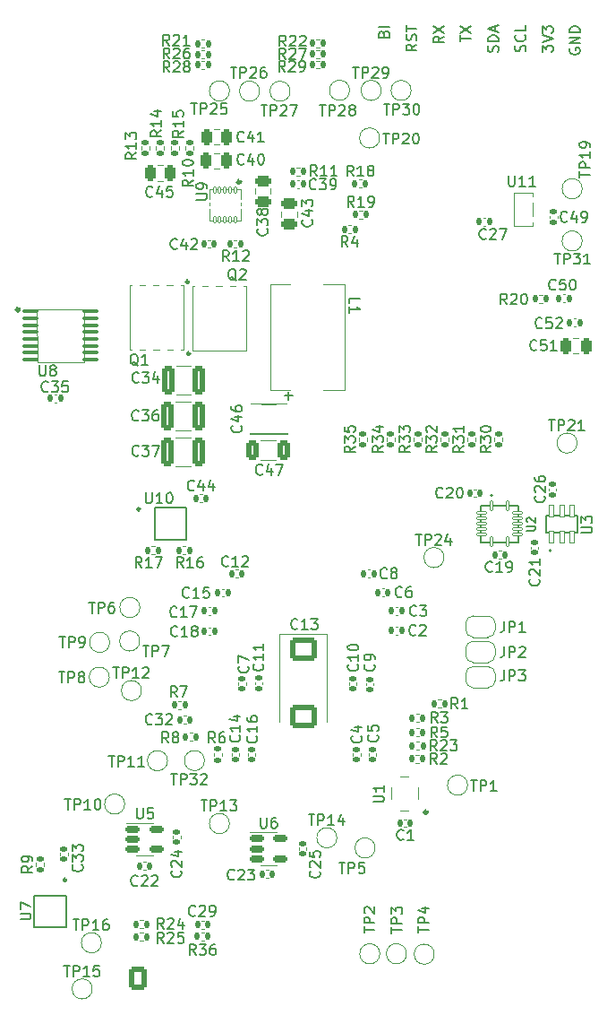
<source format=gbr>
%TF.GenerationSoftware,KiCad,Pcbnew,(6.0.8-1)-1*%
%TF.CreationDate,2022-12-08T23:01:02-05:00*%
%TF.ProjectId,bitaxeMax,62697461-7865-44d6-9178-2e6b69636164,rev?*%
%TF.SameCoordinates,Original*%
%TF.FileFunction,Legend,Top*%
%TF.FilePolarity,Positive*%
%FSLAX46Y46*%
G04 Gerber Fmt 4.6, Leading zero omitted, Abs format (unit mm)*
G04 Created by KiCad (PCBNEW (6.0.8-1)-1) date 2022-12-08 23:01:02*
%MOMM*%
%LPD*%
G01*
G04 APERTURE LIST*
G04 Aperture macros list*
%AMRoundRect*
0 Rectangle with rounded corners*
0 $1 Rounding radius*
0 $2 $3 $4 $5 $6 $7 $8 $9 X,Y pos of 4 corners*
0 Add a 4 corners polygon primitive as box body*
4,1,4,$2,$3,$4,$5,$6,$7,$8,$9,$2,$3,0*
0 Add four circle primitives for the rounded corners*
1,1,$1+$1,$2,$3*
1,1,$1+$1,$4,$5*
1,1,$1+$1,$6,$7*
1,1,$1+$1,$8,$9*
0 Add four rect primitives between the rounded corners*
20,1,$1+$1,$2,$3,$4,$5,0*
20,1,$1+$1,$4,$5,$6,$7,0*
20,1,$1+$1,$6,$7,$8,$9,0*
20,1,$1+$1,$8,$9,$2,$3,0*%
%AMFreePoly0*
4,1,20,0.000000,0.744959,0.073905,0.744508,0.209726,0.703889,0.328688,0.626782,0.421226,0.519385,0.479903,0.390333,0.500000,0.250000,0.500000,-0.250000,0.499851,-0.262216,0.476331,-0.402017,0.414519,-0.529596,0.319384,-0.634700,0.198574,-0.708877,0.061801,-0.746166,0.000000,-0.745033,0.000000,-0.750000,-0.500000,-0.750000,-0.500000,0.750000,0.000000,0.750000,0.000000,0.744959,
0.000000,0.744959,$1*%
%AMFreePoly1*
4,1,22,0.500000,-0.750000,0.000000,-0.750000,0.000000,-0.745033,-0.079941,-0.743568,-0.215256,-0.701293,-0.333266,-0.622738,-0.424486,-0.514219,-0.481581,-0.384460,-0.499164,-0.250000,-0.500000,-0.250000,-0.500000,0.250000,-0.499164,0.250000,-0.499963,0.256109,-0.478152,0.396186,-0.417904,0.524511,-0.324060,0.630769,-0.204165,0.706417,-0.067858,0.745374,0.000000,0.744959,0.000000,0.750000,
0.500000,0.750000,0.500000,-0.750000,0.500000,-0.750000,$1*%
%AMFreePoly2*
4,1,35,0.005000,-4.560000,0.003536,-4.563536,0.000000,-4.565000,-5.000000,-4.565000,-5.003536,-4.563536,-5.005000,-4.560000,-5.005000,-3.898000,-5.003536,-3.894464,-5.000000,-3.893000,-4.325000,-3.893000,-4.325000,-3.269700,-5.000000,-3.269700,-5.003536,-3.268236,-5.005000,-3.264700,-5.005000,-2.599700,-5.003536,-2.596164,-5.000000,-2.594700,-4.325000,-2.594700,-4.325000,-1.971400,-5.000000,-1.971400,
-5.003536,-1.969936,-5.005000,-1.966400,-5.005000,-1.301400,-5.003536,-1.297864,-5.000000,-1.296400,-4.325000,-1.296400,-4.325000,-0.673100,-5.000000,-0.673100,-5.003536,-0.671636,-5.005000,-0.668100,-5.005000,0.000000,-5.003536,0.003536,-5.000000,0.005000,0.005000,0.005000,0.005000,-4.560000,0.005000,-4.560000,$1*%
%AMFreePoly3*
4,1,45,-0.199646,1.700354,-0.199500,1.700000,-0.199500,1.200500,0.199500,1.200500,0.199500,1.700000,0.199646,1.700354,0.200000,1.700500,0.450000,1.700500,0.450354,1.700354,0.450500,1.700000,0.450500,1.200500,0.825000,1.200500,0.825354,1.200354,0.825500,1.200000,0.825500,-1.200000,0.825354,-1.200354,0.825000,-1.200500,0.450500,-1.200500,0.450500,-1.700000,0.450354,-1.700354,
0.450000,-1.700500,0.200000,-1.700500,0.199646,-1.700354,0.199500,-1.700000,0.199500,-1.200500,-0.199500,-1.200500,-0.199500,-1.700000,-0.199646,-1.700354,-0.200000,-1.700500,-0.450000,-1.700500,-0.450354,-1.700354,-0.450500,-1.700000,-0.450500,-1.200500,-0.825000,-1.200500,-0.825354,-1.200354,-0.825500,-1.200000,-0.825500,1.200000,-0.825354,1.200354,-0.825000,1.200500,-0.450500,1.200500,
-0.450500,1.700000,-0.450354,1.700354,-0.450000,1.700500,-0.200000,1.700500,-0.199646,1.700354,-0.199646,1.700354,$1*%
G04 Aperture macros list end*
%ADD10C,0.150000*%
%ADD11C,0.120000*%
%ADD12C,0.200000*%
%ADD13C,0.127000*%
%ADD14C,0.310599*%
%ADD15C,0.100000*%
%ADD16C,0.254165*%
%ADD17C,0.280227*%
%ADD18C,0.306982*%
%ADD19C,0.313180*%
%ADD20RoundRect,0.135000X-0.135000X-0.185000X0.135000X-0.185000X0.135000X0.185000X-0.135000X0.185000X0*%
%ADD21RoundRect,0.250000X0.475000X-0.250000X0.475000X0.250000X-0.475000X0.250000X-0.475000X-0.250000X0*%
%ADD22RoundRect,0.140000X0.140000X0.170000X-0.140000X0.170000X-0.140000X-0.170000X0.140000X-0.170000X0*%
%ADD23RoundRect,0.040600X0.249400X-0.564400X0.249400X0.564400X-0.249400X0.564400X-0.249400X-0.564400X0*%
%ADD24RoundRect,0.100000X-0.637500X-0.100000X0.637500X-0.100000X0.637500X0.100000X-0.637500X0.100000X0*%
%ADD25RoundRect,0.140000X-0.170000X0.140000X-0.170000X-0.140000X0.170000X-0.140000X0.170000X0.140000X0*%
%ADD26RoundRect,0.135000X-0.185000X0.135000X-0.185000X-0.135000X0.185000X-0.135000X0.185000X0.135000X0*%
%ADD27C,1.500000*%
%ADD28RoundRect,0.250000X0.250000X0.475000X-0.250000X0.475000X-0.250000X-0.475000X0.250000X-0.475000X0*%
%ADD29FreePoly0,180.000000*%
%ADD30FreePoly1,180.000000*%
%ADD31RoundRect,0.135000X0.135000X0.185000X-0.135000X0.185000X-0.135000X-0.185000X0.135000X-0.185000X0*%
%ADD32C,3.500000*%
%ADD33RoundRect,0.250000X-0.475000X0.250000X-0.475000X-0.250000X0.475000X-0.250000X0.475000X0.250000X0*%
%ADD34RoundRect,0.250000X-0.250000X-0.475000X0.250000X-0.475000X0.250000X0.475000X-0.250000X0.475000X0*%
%ADD35RoundRect,0.150000X-0.512500X-0.150000X0.512500X-0.150000X0.512500X0.150000X-0.512500X0.150000X0*%
%ADD36RoundRect,0.135000X0.185000X-0.135000X0.185000X0.135000X-0.185000X0.135000X-0.185000X-0.135000X0*%
%ADD37RoundRect,0.140000X-0.140000X-0.170000X0.140000X-0.170000X0.140000X0.170000X-0.140000X0.170000X0*%
%ADD38RoundRect,0.140000X0.170000X-0.140000X0.170000X0.140000X-0.170000X0.140000X-0.170000X-0.140000X0*%
%ADD39R,0.400000X1.100000*%
%ADD40R,2.050000X2.050000*%
%ADD41RoundRect,0.007800X-0.122200X0.442200X-0.122200X-0.442200X0.122200X-0.442200X0.122200X0.442200X0*%
%ADD42RoundRect,0.007800X-0.442200X-0.122200X0.442200X-0.122200X0.442200X0.122200X-0.442200X0.122200X0*%
%ADD43R,3.100000X2.000000*%
%ADD44C,2.200000*%
%ADD45R,1.100000X0.400000*%
%ADD46RoundRect,0.250000X-1.025000X0.875000X-1.025000X-0.875000X1.025000X-0.875000X1.025000X0.875000X0*%
%ADD47FreePoly2,270.000000*%
%ADD48R,0.700000X0.800000*%
%ADD49C,0.400000*%
%ADD50FreePoly3,270.000000*%
%ADD51RoundRect,0.007874X-0.112126X0.292126X-0.112126X-0.292126X0.112126X-0.292126X0.112126X0.292126X0*%
%ADD52R,1.600000X2.700000*%
%ADD53FreePoly2,90.000000*%
%ADD54RoundRect,0.250000X-0.325000X-1.100000X0.325000X-1.100000X0.325000X1.100000X-0.325000X1.100000X0*%
%ADD55R,1.100000X1.300000*%
%ADD56RoundRect,0.250000X0.325000X0.650000X-0.325000X0.650000X-0.325000X-0.650000X0.325000X-0.650000X0*%
%ADD57R,0.952500X0.558800*%
%ADD58O,1.740000X2.190000*%
%ADD59RoundRect,0.250000X-0.620000X-0.845000X0.620000X-0.845000X0.620000X0.845000X-0.620000X0.845000X0*%
%ADD60C,2.520000*%
%ADD61O,1.700000X1.700000*%
%ADD62R,1.700000X1.700000*%
%ADD63C,0.990600*%
G04 APERTURE END LIST*
D10*
X128205232Y-55000952D02*
X128205232Y-54381904D01*
X128586185Y-54715237D01*
X128586185Y-54572380D01*
X128633804Y-54477142D01*
X128681423Y-54429523D01*
X128776661Y-54381904D01*
X129014756Y-54381904D01*
X129109994Y-54429523D01*
X129157613Y-54477142D01*
X129205232Y-54572380D01*
X129205232Y-54858095D01*
X129157613Y-54953333D01*
X129109994Y-55000952D01*
X128205232Y-54096190D02*
X129205232Y-53762857D01*
X128205232Y-53429523D01*
X128205232Y-53191428D02*
X128205232Y-52572380D01*
X128586185Y-52905714D01*
X128586185Y-52762857D01*
X128633804Y-52667618D01*
X128681423Y-52619999D01*
X128776661Y-52572380D01*
X129014756Y-52572380D01*
X129109994Y-52619999D01*
X129157613Y-52667618D01*
X129205232Y-52762857D01*
X129205232Y-53048571D01*
X129157613Y-53143809D01*
X129109994Y-53191428D01*
X130830000Y-54667618D02*
X130782380Y-54762856D01*
X130782380Y-54905714D01*
X130830000Y-55048571D01*
X130925238Y-55143809D01*
X131020476Y-55191428D01*
X131210952Y-55239047D01*
X131353809Y-55239047D01*
X131544285Y-55191428D01*
X131639523Y-55143809D01*
X131734761Y-55048571D01*
X131782380Y-54905714D01*
X131782380Y-54810475D01*
X131734761Y-54667618D01*
X131687142Y-54619999D01*
X131353809Y-54619999D01*
X131353809Y-54810475D01*
X131782380Y-54191428D02*
X130782380Y-54191428D01*
X131782380Y-53619999D01*
X130782380Y-53619999D01*
X131782380Y-53143809D02*
X130782380Y-53143809D01*
X130782380Y-52905714D01*
X130830000Y-52762856D01*
X130925238Y-52667618D01*
X131020476Y-52619999D01*
X131210952Y-52572380D01*
X131353809Y-52572380D01*
X131544285Y-52619999D01*
X131639523Y-52667618D01*
X131734761Y-52762856D01*
X131782380Y-52905714D01*
X131782380Y-53143809D01*
X124003329Y-55000952D02*
X124050948Y-54858095D01*
X124050948Y-54620000D01*
X124003329Y-54524762D01*
X123955710Y-54477143D01*
X123860472Y-54429524D01*
X123765234Y-54429524D01*
X123669996Y-54477143D01*
X123622377Y-54524762D01*
X123574758Y-54620000D01*
X123527139Y-54810476D01*
X123479520Y-54905714D01*
X123431901Y-54953333D01*
X123336663Y-55000952D01*
X123241425Y-55000952D01*
X123146187Y-54953333D01*
X123098568Y-54905714D01*
X123050948Y-54810476D01*
X123050948Y-54572381D01*
X123098568Y-54429524D01*
X124050948Y-54000952D02*
X123050948Y-54000952D01*
X123050948Y-53762857D01*
X123098568Y-53620000D01*
X123193806Y-53524762D01*
X123289044Y-53477143D01*
X123479520Y-53429524D01*
X123622377Y-53429524D01*
X123812853Y-53477143D01*
X123908091Y-53524762D01*
X124003329Y-53620000D01*
X124050948Y-53762857D01*
X124050948Y-54000952D01*
X123765234Y-53048571D02*
X123765234Y-52572381D01*
X124050948Y-53143809D02*
X123050948Y-52810476D01*
X124050948Y-52477143D01*
X113218571Y-53286666D02*
X113266190Y-53143809D01*
X113313809Y-53096190D01*
X113409047Y-53048571D01*
X113551904Y-53048571D01*
X113647142Y-53096190D01*
X113694761Y-53143809D01*
X113742380Y-53239047D01*
X113742380Y-53620000D01*
X112742380Y-53620000D01*
X112742380Y-53286666D01*
X112790000Y-53191428D01*
X112837619Y-53143809D01*
X112932857Y-53096190D01*
X113028095Y-53096190D01*
X113123333Y-53143809D01*
X113170952Y-53191428D01*
X113218571Y-53286666D01*
X113218571Y-53620000D01*
X113742380Y-52620000D02*
X112742380Y-52620000D01*
X120473806Y-54000952D02*
X120473806Y-53429524D01*
X121473806Y-53715238D02*
X120473806Y-53715238D01*
X120473806Y-53191428D02*
X121473806Y-52524762D01*
X120473806Y-52524762D02*
X121473806Y-53191428D01*
X116319522Y-54286667D02*
X115843332Y-54620000D01*
X116319522Y-54858095D02*
X115319522Y-54858095D01*
X115319522Y-54477143D01*
X115367142Y-54381905D01*
X115414761Y-54334286D01*
X115509999Y-54286667D01*
X115652856Y-54286667D01*
X115748094Y-54334286D01*
X115795713Y-54381905D01*
X115843332Y-54477143D01*
X115843332Y-54858095D01*
X116271903Y-53905714D02*
X116319522Y-53762857D01*
X116319522Y-53524762D01*
X116271903Y-53429524D01*
X116224284Y-53381905D01*
X116129046Y-53334286D01*
X116033808Y-53334286D01*
X115938570Y-53381905D01*
X115890951Y-53429524D01*
X115843332Y-53524762D01*
X115795713Y-53715238D01*
X115748094Y-53810476D01*
X115700475Y-53858095D01*
X115605237Y-53905714D01*
X115509999Y-53905714D01*
X115414761Y-53858095D01*
X115367142Y-53810476D01*
X115319522Y-53715238D01*
X115319522Y-53477143D01*
X115367142Y-53334286D01*
X115319522Y-53048571D02*
X115319522Y-52477143D01*
X116319522Y-52762857D02*
X115319522Y-52762857D01*
X126580471Y-54953333D02*
X126628090Y-54810476D01*
X126628090Y-54572380D01*
X126580471Y-54477142D01*
X126532852Y-54429523D01*
X126437614Y-54381904D01*
X126342376Y-54381904D01*
X126247138Y-54429523D01*
X126199519Y-54477142D01*
X126151900Y-54572380D01*
X126104281Y-54762857D01*
X126056662Y-54858095D01*
X126009043Y-54905714D01*
X125913805Y-54953333D01*
X125818567Y-54953333D01*
X125723329Y-54905714D01*
X125675710Y-54858095D01*
X125628090Y-54762857D01*
X125628090Y-54524761D01*
X125675710Y-54381904D01*
X126532852Y-53381904D02*
X126580471Y-53429523D01*
X126628090Y-53572380D01*
X126628090Y-53667618D01*
X126580471Y-53810476D01*
X126485233Y-53905714D01*
X126389995Y-53953333D01*
X126199519Y-54000952D01*
X126056662Y-54000952D01*
X125866186Y-53953333D01*
X125770948Y-53905714D01*
X125675710Y-53810476D01*
X125628090Y-53667618D01*
X125628090Y-53572380D01*
X125675710Y-53429523D01*
X125723329Y-53381904D01*
X126628090Y-52477142D02*
X126628090Y-52953333D01*
X125628090Y-52953333D01*
X118896664Y-53524761D02*
X118420474Y-53858095D01*
X118896664Y-54096190D02*
X117896664Y-54096190D01*
X117896664Y-53715237D01*
X117944284Y-53619999D01*
X117991903Y-53572380D01*
X118087141Y-53524761D01*
X118229998Y-53524761D01*
X118325236Y-53572380D01*
X118372855Y-53619999D01*
X118420474Y-53715237D01*
X118420474Y-54096190D01*
X117896664Y-53191428D02*
X118896664Y-52524761D01*
X117896664Y-52524761D02*
X118896664Y-53191428D01*
%TO.C,R26*%
X92947142Y-55632380D02*
X92613809Y-55156190D01*
X92375714Y-55632380D02*
X92375714Y-54632380D01*
X92756666Y-54632380D01*
X92851904Y-54680000D01*
X92899523Y-54727619D01*
X92947142Y-54822857D01*
X92947142Y-54965714D01*
X92899523Y-55060952D01*
X92851904Y-55108571D01*
X92756666Y-55156190D01*
X92375714Y-55156190D01*
X93328095Y-54727619D02*
X93375714Y-54680000D01*
X93470952Y-54632380D01*
X93709047Y-54632380D01*
X93804285Y-54680000D01*
X93851904Y-54727619D01*
X93899523Y-54822857D01*
X93899523Y-54918095D01*
X93851904Y-55060952D01*
X93280476Y-55632380D01*
X93899523Y-55632380D01*
X94756666Y-54632380D02*
X94566190Y-54632380D01*
X94470952Y-54680000D01*
X94423333Y-54727619D01*
X94328095Y-54870476D01*
X94280476Y-55060952D01*
X94280476Y-55441904D01*
X94328095Y-55537142D01*
X94375714Y-55584761D01*
X94470952Y-55632380D01*
X94661428Y-55632380D01*
X94756666Y-55584761D01*
X94804285Y-55537142D01*
X94851904Y-55441904D01*
X94851904Y-55203809D01*
X94804285Y-55108571D01*
X94756666Y-55060952D01*
X94661428Y-55013333D01*
X94470952Y-55013333D01*
X94375714Y-55060952D01*
X94328095Y-55108571D01*
X94280476Y-55203809D01*
%TO.C,C43*%
X106387742Y-70854257D02*
X106435361Y-70901876D01*
X106482980Y-71044733D01*
X106482980Y-71139971D01*
X106435361Y-71282828D01*
X106340123Y-71378066D01*
X106244885Y-71425685D01*
X106054409Y-71473304D01*
X105911552Y-71473304D01*
X105721076Y-71425685D01*
X105625838Y-71378066D01*
X105530600Y-71282828D01*
X105482980Y-71139971D01*
X105482980Y-71044733D01*
X105530600Y-70901876D01*
X105578219Y-70854257D01*
X105816314Y-69997114D02*
X106482980Y-69997114D01*
X105435361Y-70235209D02*
X106149647Y-70473304D01*
X106149647Y-69854257D01*
X105482980Y-69568542D02*
X105482980Y-68949495D01*
X105863933Y-69282828D01*
X105863933Y-69139971D01*
X105911552Y-69044733D01*
X105959171Y-68997114D01*
X106054409Y-68949495D01*
X106292504Y-68949495D01*
X106387742Y-68997114D01*
X106435361Y-69044733D01*
X106482980Y-69139971D01*
X106482980Y-69425685D01*
X106435361Y-69520923D01*
X106387742Y-69568542D01*
%TO.C,C19*%
X123467142Y-104007142D02*
X123419523Y-104054761D01*
X123276666Y-104102380D01*
X123181428Y-104102380D01*
X123038571Y-104054761D01*
X122943333Y-103959523D01*
X122895714Y-103864285D01*
X122848095Y-103673809D01*
X122848095Y-103530952D01*
X122895714Y-103340476D01*
X122943333Y-103245238D01*
X123038571Y-103150000D01*
X123181428Y-103102380D01*
X123276666Y-103102380D01*
X123419523Y-103150000D01*
X123467142Y-103197619D01*
X124419523Y-104102380D02*
X123848095Y-104102380D01*
X124133809Y-104102380D02*
X124133809Y-103102380D01*
X124038571Y-103245238D01*
X123943333Y-103340476D01*
X123848095Y-103388095D01*
X124895714Y-104102380D02*
X125086190Y-104102380D01*
X125181428Y-104054761D01*
X125229047Y-104007142D01*
X125324285Y-103864285D01*
X125371904Y-103673809D01*
X125371904Y-103292857D01*
X125324285Y-103197619D01*
X125276666Y-103150000D01*
X125181428Y-103102380D01*
X124990952Y-103102380D01*
X124895714Y-103150000D01*
X124848095Y-103197619D01*
X124800476Y-103292857D01*
X124800476Y-103530952D01*
X124848095Y-103626190D01*
X124895714Y-103673809D01*
X124990952Y-103721428D01*
X125181428Y-103721428D01*
X125276666Y-103673809D01*
X125324285Y-103626190D01*
X125371904Y-103530952D01*
%TO.C,U3*%
X131902380Y-100411904D02*
X132711904Y-100411904D01*
X132807142Y-100364285D01*
X132854761Y-100316666D01*
X132902380Y-100221428D01*
X132902380Y-100030952D01*
X132854761Y-99935714D01*
X132807142Y-99888095D01*
X132711904Y-99840476D01*
X131902380Y-99840476D01*
X131902380Y-99459523D02*
X131902380Y-98840476D01*
X132283333Y-99173809D01*
X132283333Y-99030952D01*
X132330952Y-98935714D01*
X132378571Y-98888095D01*
X132473809Y-98840476D01*
X132711904Y-98840476D01*
X132807142Y-98888095D01*
X132854761Y-98935714D01*
X132902380Y-99030952D01*
X132902380Y-99316666D01*
X132854761Y-99411904D01*
X132807142Y-99459523D01*
%TO.C,U8*%
X80648095Y-84582380D02*
X80648095Y-85391904D01*
X80695714Y-85487142D01*
X80743333Y-85534761D01*
X80838571Y-85582380D01*
X81029047Y-85582380D01*
X81124285Y-85534761D01*
X81171904Y-85487142D01*
X81219523Y-85391904D01*
X81219523Y-84582380D01*
X81838571Y-85010952D02*
X81743333Y-84963333D01*
X81695714Y-84915714D01*
X81648095Y-84820476D01*
X81648095Y-84772857D01*
X81695714Y-84677619D01*
X81743333Y-84630000D01*
X81838571Y-84582380D01*
X82029047Y-84582380D01*
X82124285Y-84630000D01*
X82171904Y-84677619D01*
X82219523Y-84772857D01*
X82219523Y-84820476D01*
X82171904Y-84915714D01*
X82124285Y-84963333D01*
X82029047Y-85010952D01*
X81838571Y-85010952D01*
X81743333Y-85058571D01*
X81695714Y-85106190D01*
X81648095Y-85201428D01*
X81648095Y-85391904D01*
X81695714Y-85487142D01*
X81743333Y-85534761D01*
X81838571Y-85582380D01*
X82029047Y-85582380D01*
X82124285Y-85534761D01*
X82171904Y-85487142D01*
X82219523Y-85391904D01*
X82219523Y-85201428D01*
X82171904Y-85106190D01*
X82124285Y-85058571D01*
X82029047Y-85010952D01*
%TO.C,C7*%
X100347142Y-113006666D02*
X100394761Y-113054285D01*
X100442380Y-113197142D01*
X100442380Y-113292380D01*
X100394761Y-113435238D01*
X100299523Y-113530476D01*
X100204285Y-113578095D01*
X100013809Y-113625714D01*
X99870952Y-113625714D01*
X99680476Y-113578095D01*
X99585238Y-113530476D01*
X99490000Y-113435238D01*
X99442380Y-113292380D01*
X99442380Y-113197142D01*
X99490000Y-113054285D01*
X99537619Y-113006666D01*
X99442380Y-112673333D02*
X99442380Y-112006666D01*
X100442380Y-112435238D01*
%TO.C,R7*%
X93643333Y-115902380D02*
X93310000Y-115426190D01*
X93071904Y-115902380D02*
X93071904Y-114902380D01*
X93452857Y-114902380D01*
X93548095Y-114950000D01*
X93595714Y-114997619D01*
X93643333Y-115092857D01*
X93643333Y-115235714D01*
X93595714Y-115330952D01*
X93548095Y-115378571D01*
X93452857Y-115426190D01*
X93071904Y-115426190D01*
X93976666Y-114902380D02*
X94643333Y-114902380D01*
X94214761Y-115902380D01*
%TO.C,R13*%
X89802380Y-64522857D02*
X89326190Y-64856190D01*
X89802380Y-65094285D02*
X88802380Y-65094285D01*
X88802380Y-64713333D01*
X88850000Y-64618095D01*
X88897619Y-64570476D01*
X88992857Y-64522857D01*
X89135714Y-64522857D01*
X89230952Y-64570476D01*
X89278571Y-64618095D01*
X89326190Y-64713333D01*
X89326190Y-65094285D01*
X89802380Y-63570476D02*
X89802380Y-64141904D01*
X89802380Y-63856190D02*
X88802380Y-63856190D01*
X88945238Y-63951428D01*
X89040476Y-64046666D01*
X89088095Y-64141904D01*
X88802380Y-63237142D02*
X88802380Y-62618095D01*
X89183333Y-62951428D01*
X89183333Y-62808571D01*
X89230952Y-62713333D01*
X89278571Y-62665714D01*
X89373809Y-62618095D01*
X89611904Y-62618095D01*
X89707142Y-62665714D01*
X89754761Y-62713333D01*
X89802380Y-62808571D01*
X89802380Y-63094285D01*
X89754761Y-63189523D01*
X89707142Y-63237142D01*
%TO.C,TP26*%
X98731904Y-56432380D02*
X99303333Y-56432380D01*
X99017619Y-57432380D02*
X99017619Y-56432380D01*
X99636666Y-57432380D02*
X99636666Y-56432380D01*
X100017619Y-56432380D01*
X100112857Y-56480000D01*
X100160476Y-56527619D01*
X100208095Y-56622857D01*
X100208095Y-56765714D01*
X100160476Y-56860952D01*
X100112857Y-56908571D01*
X100017619Y-56956190D01*
X99636666Y-56956190D01*
X100589047Y-56527619D02*
X100636666Y-56480000D01*
X100731904Y-56432380D01*
X100970000Y-56432380D01*
X101065238Y-56480000D01*
X101112857Y-56527619D01*
X101160476Y-56622857D01*
X101160476Y-56718095D01*
X101112857Y-56860952D01*
X100541428Y-57432380D01*
X101160476Y-57432380D01*
X102017619Y-56432380D02*
X101827142Y-56432380D01*
X101731904Y-56480000D01*
X101684285Y-56527619D01*
X101589047Y-56670476D01*
X101541428Y-56860952D01*
X101541428Y-57241904D01*
X101589047Y-57337142D01*
X101636666Y-57384761D01*
X101731904Y-57432380D01*
X101922380Y-57432380D01*
X102017619Y-57384761D01*
X102065238Y-57337142D01*
X102112857Y-57241904D01*
X102112857Y-57003809D01*
X102065238Y-56908571D01*
X102017619Y-56860952D01*
X101922380Y-56813333D01*
X101731904Y-56813333D01*
X101636666Y-56860952D01*
X101589047Y-56908571D01*
X101541428Y-57003809D01*
%TO.C,TP31*%
X129341904Y-74022380D02*
X129913333Y-74022380D01*
X129627619Y-75022380D02*
X129627619Y-74022380D01*
X130246666Y-75022380D02*
X130246666Y-74022380D01*
X130627619Y-74022380D01*
X130722857Y-74070000D01*
X130770476Y-74117619D01*
X130818095Y-74212857D01*
X130818095Y-74355714D01*
X130770476Y-74450952D01*
X130722857Y-74498571D01*
X130627619Y-74546190D01*
X130246666Y-74546190D01*
X131151428Y-74022380D02*
X131770476Y-74022380D01*
X131437142Y-74403333D01*
X131580000Y-74403333D01*
X131675238Y-74450952D01*
X131722857Y-74498571D01*
X131770476Y-74593809D01*
X131770476Y-74831904D01*
X131722857Y-74927142D01*
X131675238Y-74974761D01*
X131580000Y-75022380D01*
X131294285Y-75022380D01*
X131199047Y-74974761D01*
X131151428Y-74927142D01*
X132722857Y-75022380D02*
X132151428Y-75022380D01*
X132437142Y-75022380D02*
X132437142Y-74022380D01*
X132341904Y-74165238D01*
X132246666Y-74260476D01*
X132151428Y-74308095D01*
%TO.C,C1*%
X115083333Y-129327142D02*
X115035714Y-129374761D01*
X114892857Y-129422380D01*
X114797619Y-129422380D01*
X114654761Y-129374761D01*
X114559523Y-129279523D01*
X114511904Y-129184285D01*
X114464285Y-128993809D01*
X114464285Y-128850952D01*
X114511904Y-128660476D01*
X114559523Y-128565238D01*
X114654761Y-128470000D01*
X114797619Y-128422380D01*
X114892857Y-128422380D01*
X115035714Y-128470000D01*
X115083333Y-128517619D01*
X116035714Y-129422380D02*
X115464285Y-129422380D01*
X115750000Y-129422380D02*
X115750000Y-128422380D01*
X115654761Y-128565238D01*
X115559523Y-128660476D01*
X115464285Y-128708095D01*
%TO.C,C41*%
X99974142Y-63401942D02*
X99926523Y-63449561D01*
X99783666Y-63497180D01*
X99688428Y-63497180D01*
X99545571Y-63449561D01*
X99450333Y-63354323D01*
X99402714Y-63259085D01*
X99355095Y-63068609D01*
X99355095Y-62925752D01*
X99402714Y-62735276D01*
X99450333Y-62640038D01*
X99545571Y-62544800D01*
X99688428Y-62497180D01*
X99783666Y-62497180D01*
X99926523Y-62544800D01*
X99974142Y-62592419D01*
X100831285Y-62830514D02*
X100831285Y-63497180D01*
X100593190Y-62449561D02*
X100355095Y-63163847D01*
X100974142Y-63163847D01*
X101878904Y-63497180D02*
X101307476Y-63497180D01*
X101593190Y-63497180D02*
X101593190Y-62497180D01*
X101497952Y-62640038D01*
X101402714Y-62735276D01*
X101307476Y-62782895D01*
%TO.C,TP19*%
X131742380Y-66848095D02*
X131742380Y-66276666D01*
X132742380Y-66562380D02*
X131742380Y-66562380D01*
X132742380Y-65943333D02*
X131742380Y-65943333D01*
X131742380Y-65562380D01*
X131790000Y-65467142D01*
X131837619Y-65419523D01*
X131932857Y-65371904D01*
X132075714Y-65371904D01*
X132170952Y-65419523D01*
X132218571Y-65467142D01*
X132266190Y-65562380D01*
X132266190Y-65943333D01*
X132742380Y-64419523D02*
X132742380Y-64990952D01*
X132742380Y-64705238D02*
X131742380Y-64705238D01*
X131885238Y-64800476D01*
X131980476Y-64895714D01*
X132028095Y-64990952D01*
X132742380Y-63943333D02*
X132742380Y-63752857D01*
X132694761Y-63657619D01*
X132647142Y-63610000D01*
X132504285Y-63514761D01*
X132313809Y-63467142D01*
X131932857Y-63467142D01*
X131837619Y-63514761D01*
X131790000Y-63562380D01*
X131742380Y-63657619D01*
X131742380Y-63848095D01*
X131790000Y-63943333D01*
X131837619Y-63990952D01*
X131932857Y-64038571D01*
X132170952Y-64038571D01*
X132266190Y-63990952D01*
X132313809Y-63943333D01*
X132361428Y-63848095D01*
X132361428Y-63657619D01*
X132313809Y-63562380D01*
X132266190Y-63514761D01*
X132170952Y-63467142D01*
%TO.C,JP2*%
X124596666Y-111142380D02*
X124596666Y-111856666D01*
X124549047Y-111999523D01*
X124453809Y-112094761D01*
X124310952Y-112142380D01*
X124215714Y-112142380D01*
X125072857Y-112142380D02*
X125072857Y-111142380D01*
X125453809Y-111142380D01*
X125549047Y-111190000D01*
X125596666Y-111237619D01*
X125644285Y-111332857D01*
X125644285Y-111475714D01*
X125596666Y-111570952D01*
X125549047Y-111618571D01*
X125453809Y-111666190D01*
X125072857Y-111666190D01*
X126025238Y-111237619D02*
X126072857Y-111190000D01*
X126168095Y-111142380D01*
X126406190Y-111142380D01*
X126501428Y-111190000D01*
X126549047Y-111237619D01*
X126596666Y-111332857D01*
X126596666Y-111428095D01*
X126549047Y-111570952D01*
X125977619Y-112142380D01*
X126596666Y-112142380D01*
%TO.C,R1*%
X120193333Y-117002380D02*
X119860000Y-116526190D01*
X119621904Y-117002380D02*
X119621904Y-116002380D01*
X120002857Y-116002380D01*
X120098095Y-116050000D01*
X120145714Y-116097619D01*
X120193333Y-116192857D01*
X120193333Y-116335714D01*
X120145714Y-116430952D01*
X120098095Y-116478571D01*
X120002857Y-116526190D01*
X119621904Y-116526190D01*
X121145714Y-117002380D02*
X120574285Y-117002380D01*
X120860000Y-117002380D02*
X120860000Y-116002380D01*
X120764761Y-116145238D01*
X120669523Y-116240476D01*
X120574285Y-116288095D01*
%TO.C,C3*%
X116283333Y-108157142D02*
X116235714Y-108204761D01*
X116092857Y-108252380D01*
X115997619Y-108252380D01*
X115854761Y-108204761D01*
X115759523Y-108109523D01*
X115711904Y-108014285D01*
X115664285Y-107823809D01*
X115664285Y-107680952D01*
X115711904Y-107490476D01*
X115759523Y-107395238D01*
X115854761Y-107300000D01*
X115997619Y-107252380D01*
X116092857Y-107252380D01*
X116235714Y-107300000D01*
X116283333Y-107347619D01*
X116616666Y-107252380D02*
X117235714Y-107252380D01*
X116902380Y-107633333D01*
X117045238Y-107633333D01*
X117140476Y-107680952D01*
X117188095Y-107728571D01*
X117235714Y-107823809D01*
X117235714Y-108061904D01*
X117188095Y-108157142D01*
X117140476Y-108204761D01*
X117045238Y-108252380D01*
X116759523Y-108252380D01*
X116664285Y-108204761D01*
X116616666Y-108157142D01*
%TO.C,C38*%
X102147742Y-71704257D02*
X102195361Y-71751876D01*
X102242980Y-71894733D01*
X102242980Y-71989971D01*
X102195361Y-72132828D01*
X102100123Y-72228066D01*
X102004885Y-72275685D01*
X101814409Y-72323304D01*
X101671552Y-72323304D01*
X101481076Y-72275685D01*
X101385838Y-72228066D01*
X101290600Y-72132828D01*
X101242980Y-71989971D01*
X101242980Y-71894733D01*
X101290600Y-71751876D01*
X101338219Y-71704257D01*
X101242980Y-71370923D02*
X101242980Y-70751876D01*
X101623933Y-71085209D01*
X101623933Y-70942352D01*
X101671552Y-70847114D01*
X101719171Y-70799495D01*
X101814409Y-70751876D01*
X102052504Y-70751876D01*
X102147742Y-70799495D01*
X102195361Y-70847114D01*
X102242980Y-70942352D01*
X102242980Y-71228066D01*
X102195361Y-71323304D01*
X102147742Y-71370923D01*
X101671552Y-70180447D02*
X101623933Y-70275685D01*
X101576314Y-70323304D01*
X101481076Y-70370923D01*
X101433457Y-70370923D01*
X101338219Y-70323304D01*
X101290600Y-70275685D01*
X101242980Y-70180447D01*
X101242980Y-69989971D01*
X101290600Y-69894733D01*
X101338219Y-69847114D01*
X101433457Y-69799495D01*
X101481076Y-69799495D01*
X101576314Y-69847114D01*
X101623933Y-69894733D01*
X101671552Y-69989971D01*
X101671552Y-70180447D01*
X101719171Y-70275685D01*
X101766790Y-70323304D01*
X101862028Y-70370923D01*
X102052504Y-70370923D01*
X102147742Y-70323304D01*
X102195361Y-70275685D01*
X102242980Y-70180447D01*
X102242980Y-69989971D01*
X102195361Y-69894733D01*
X102147742Y-69847114D01*
X102052504Y-69799495D01*
X101862028Y-69799495D01*
X101766790Y-69847114D01*
X101719171Y-69894733D01*
X101671552Y-69989971D01*
%TO.C,TP5*%
X108978095Y-131542380D02*
X109549523Y-131542380D01*
X109263809Y-132542380D02*
X109263809Y-131542380D01*
X109882857Y-132542380D02*
X109882857Y-131542380D01*
X110263809Y-131542380D01*
X110359047Y-131590000D01*
X110406666Y-131637619D01*
X110454285Y-131732857D01*
X110454285Y-131875714D01*
X110406666Y-131970952D01*
X110359047Y-132018571D01*
X110263809Y-132066190D01*
X109882857Y-132066190D01*
X111359047Y-131542380D02*
X110882857Y-131542380D01*
X110835238Y-132018571D01*
X110882857Y-131970952D01*
X110978095Y-131923333D01*
X111216190Y-131923333D01*
X111311428Y-131970952D01*
X111359047Y-132018571D01*
X111406666Y-132113809D01*
X111406666Y-132351904D01*
X111359047Y-132447142D01*
X111311428Y-132494761D01*
X111216190Y-132542380D01*
X110978095Y-132542380D01*
X110882857Y-132494761D01*
X110835238Y-132447142D01*
%TO.C,R27*%
X103917142Y-55652380D02*
X103583809Y-55176190D01*
X103345714Y-55652380D02*
X103345714Y-54652380D01*
X103726666Y-54652380D01*
X103821904Y-54700000D01*
X103869523Y-54747619D01*
X103917142Y-54842857D01*
X103917142Y-54985714D01*
X103869523Y-55080952D01*
X103821904Y-55128571D01*
X103726666Y-55176190D01*
X103345714Y-55176190D01*
X104298095Y-54747619D02*
X104345714Y-54700000D01*
X104440952Y-54652380D01*
X104679047Y-54652380D01*
X104774285Y-54700000D01*
X104821904Y-54747619D01*
X104869523Y-54842857D01*
X104869523Y-54938095D01*
X104821904Y-55080952D01*
X104250476Y-55652380D01*
X104869523Y-55652380D01*
X105202857Y-54652380D02*
X105869523Y-54652380D01*
X105440952Y-55652380D01*
%TO.C,C25*%
X107107142Y-132352857D02*
X107154761Y-132400476D01*
X107202380Y-132543333D01*
X107202380Y-132638571D01*
X107154761Y-132781428D01*
X107059523Y-132876666D01*
X106964285Y-132924285D01*
X106773809Y-132971904D01*
X106630952Y-132971904D01*
X106440476Y-132924285D01*
X106345238Y-132876666D01*
X106250000Y-132781428D01*
X106202380Y-132638571D01*
X106202380Y-132543333D01*
X106250000Y-132400476D01*
X106297619Y-132352857D01*
X106297619Y-131971904D02*
X106250000Y-131924285D01*
X106202380Y-131829047D01*
X106202380Y-131590952D01*
X106250000Y-131495714D01*
X106297619Y-131448095D01*
X106392857Y-131400476D01*
X106488095Y-131400476D01*
X106630952Y-131448095D01*
X107202380Y-132019523D01*
X107202380Y-131400476D01*
X106202380Y-130495714D02*
X106202380Y-130971904D01*
X106678571Y-131019523D01*
X106630952Y-130971904D01*
X106583333Y-130876666D01*
X106583333Y-130638571D01*
X106630952Y-130543333D01*
X106678571Y-130495714D01*
X106773809Y-130448095D01*
X107011904Y-130448095D01*
X107107142Y-130495714D01*
X107154761Y-130543333D01*
X107202380Y-130638571D01*
X107202380Y-130876666D01*
X107154761Y-130971904D01*
X107107142Y-131019523D01*
%TO.C,C45*%
X91347142Y-68597142D02*
X91299523Y-68644761D01*
X91156666Y-68692380D01*
X91061428Y-68692380D01*
X90918571Y-68644761D01*
X90823333Y-68549523D01*
X90775714Y-68454285D01*
X90728095Y-68263809D01*
X90728095Y-68120952D01*
X90775714Y-67930476D01*
X90823333Y-67835238D01*
X90918571Y-67740000D01*
X91061428Y-67692380D01*
X91156666Y-67692380D01*
X91299523Y-67740000D01*
X91347142Y-67787619D01*
X92204285Y-68025714D02*
X92204285Y-68692380D01*
X91966190Y-67644761D02*
X91728095Y-68359047D01*
X92347142Y-68359047D01*
X93204285Y-67692380D02*
X92728095Y-67692380D01*
X92680476Y-68168571D01*
X92728095Y-68120952D01*
X92823333Y-68073333D01*
X93061428Y-68073333D01*
X93156666Y-68120952D01*
X93204285Y-68168571D01*
X93251904Y-68263809D01*
X93251904Y-68501904D01*
X93204285Y-68597142D01*
X93156666Y-68644761D01*
X93061428Y-68692380D01*
X92823333Y-68692380D01*
X92728095Y-68644761D01*
X92680476Y-68597142D01*
%TO.C,TP16*%
X83831904Y-136914380D02*
X84403333Y-136914380D01*
X84117619Y-137914380D02*
X84117619Y-136914380D01*
X84736666Y-137914380D02*
X84736666Y-136914380D01*
X85117619Y-136914380D01*
X85212857Y-136962000D01*
X85260476Y-137009619D01*
X85308095Y-137104857D01*
X85308095Y-137247714D01*
X85260476Y-137342952D01*
X85212857Y-137390571D01*
X85117619Y-137438190D01*
X84736666Y-137438190D01*
X86260476Y-137914380D02*
X85689047Y-137914380D01*
X85974761Y-137914380D02*
X85974761Y-136914380D01*
X85879523Y-137057238D01*
X85784285Y-137152476D01*
X85689047Y-137200095D01*
X87117619Y-136914380D02*
X86927142Y-136914380D01*
X86831904Y-136962000D01*
X86784285Y-137009619D01*
X86689047Y-137152476D01*
X86641428Y-137342952D01*
X86641428Y-137723904D01*
X86689047Y-137819142D01*
X86736666Y-137866761D01*
X86831904Y-137914380D01*
X87022380Y-137914380D01*
X87117619Y-137866761D01*
X87165238Y-137819142D01*
X87212857Y-137723904D01*
X87212857Y-137485809D01*
X87165238Y-137390571D01*
X87117619Y-137342952D01*
X87022380Y-137295333D01*
X86831904Y-137295333D01*
X86736666Y-137342952D01*
X86689047Y-137390571D01*
X86641428Y-137485809D01*
%TO.C,TP15*%
X82951904Y-141274380D02*
X83523333Y-141274380D01*
X83237619Y-142274380D02*
X83237619Y-141274380D01*
X83856666Y-142274380D02*
X83856666Y-141274380D01*
X84237619Y-141274380D01*
X84332857Y-141322000D01*
X84380476Y-141369619D01*
X84428095Y-141464857D01*
X84428095Y-141607714D01*
X84380476Y-141702952D01*
X84332857Y-141750571D01*
X84237619Y-141798190D01*
X83856666Y-141798190D01*
X85380476Y-142274380D02*
X84809047Y-142274380D01*
X85094761Y-142274380D02*
X85094761Y-141274380D01*
X84999523Y-141417238D01*
X84904285Y-141512476D01*
X84809047Y-141560095D01*
X86285238Y-141274380D02*
X85809047Y-141274380D01*
X85761428Y-141750571D01*
X85809047Y-141702952D01*
X85904285Y-141655333D01*
X86142380Y-141655333D01*
X86237619Y-141702952D01*
X86285238Y-141750571D01*
X86332857Y-141845809D01*
X86332857Y-142083904D01*
X86285238Y-142179142D01*
X86237619Y-142226761D01*
X86142380Y-142274380D01*
X85904285Y-142274380D01*
X85809047Y-142226761D01*
X85761428Y-142179142D01*
%TO.C,U5*%
X89858095Y-126392380D02*
X89858095Y-127201904D01*
X89905714Y-127297142D01*
X89953333Y-127344761D01*
X90048571Y-127392380D01*
X90239047Y-127392380D01*
X90334285Y-127344761D01*
X90381904Y-127297142D01*
X90429523Y-127201904D01*
X90429523Y-126392380D01*
X91381904Y-126392380D02*
X90905714Y-126392380D01*
X90858095Y-126868571D01*
X90905714Y-126820952D01*
X91000952Y-126773333D01*
X91239047Y-126773333D01*
X91334285Y-126820952D01*
X91381904Y-126868571D01*
X91429523Y-126963809D01*
X91429523Y-127201904D01*
X91381904Y-127297142D01*
X91334285Y-127344761D01*
X91239047Y-127392380D01*
X91000952Y-127392380D01*
X90905714Y-127344761D01*
X90858095Y-127297142D01*
%TO.C,C51*%
X127667142Y-83097142D02*
X127619523Y-83144761D01*
X127476666Y-83192380D01*
X127381428Y-83192380D01*
X127238571Y-83144761D01*
X127143333Y-83049523D01*
X127095714Y-82954285D01*
X127048095Y-82763809D01*
X127048095Y-82620952D01*
X127095714Y-82430476D01*
X127143333Y-82335238D01*
X127238571Y-82240000D01*
X127381428Y-82192380D01*
X127476666Y-82192380D01*
X127619523Y-82240000D01*
X127667142Y-82287619D01*
X128571904Y-82192380D02*
X128095714Y-82192380D01*
X128048095Y-82668571D01*
X128095714Y-82620952D01*
X128190952Y-82573333D01*
X128429047Y-82573333D01*
X128524285Y-82620952D01*
X128571904Y-82668571D01*
X128619523Y-82763809D01*
X128619523Y-83001904D01*
X128571904Y-83097142D01*
X128524285Y-83144761D01*
X128429047Y-83192380D01*
X128190952Y-83192380D01*
X128095714Y-83144761D01*
X128048095Y-83097142D01*
X129571904Y-83192380D02*
X129000476Y-83192380D01*
X129286190Y-83192380D02*
X129286190Y-82192380D01*
X129190952Y-82335238D01*
X129095714Y-82430476D01*
X129000476Y-82478095D01*
%TO.C,R30*%
X123352380Y-92212857D02*
X122876190Y-92546190D01*
X123352380Y-92784285D02*
X122352380Y-92784285D01*
X122352380Y-92403333D01*
X122400000Y-92308095D01*
X122447619Y-92260476D01*
X122542857Y-92212857D01*
X122685714Y-92212857D01*
X122780952Y-92260476D01*
X122828571Y-92308095D01*
X122876190Y-92403333D01*
X122876190Y-92784285D01*
X122352380Y-91879523D02*
X122352380Y-91260476D01*
X122733333Y-91593809D01*
X122733333Y-91450952D01*
X122780952Y-91355714D01*
X122828571Y-91308095D01*
X122923809Y-91260476D01*
X123161904Y-91260476D01*
X123257142Y-91308095D01*
X123304761Y-91355714D01*
X123352380Y-91450952D01*
X123352380Y-91736666D01*
X123304761Y-91831904D01*
X123257142Y-91879523D01*
X122352380Y-90641428D02*
X122352380Y-90546190D01*
X122400000Y-90450952D01*
X122447619Y-90403333D01*
X122542857Y-90355714D01*
X122733333Y-90308095D01*
X122971428Y-90308095D01*
X123161904Y-90355714D01*
X123257142Y-90403333D01*
X123304761Y-90450952D01*
X123352380Y-90546190D01*
X123352380Y-90641428D01*
X123304761Y-90736666D01*
X123257142Y-90784285D01*
X123161904Y-90831904D01*
X122971428Y-90879523D01*
X122733333Y-90879523D01*
X122542857Y-90831904D01*
X122447619Y-90784285D01*
X122400000Y-90736666D01*
X122352380Y-90641428D01*
%TO.C,R6*%
X97253333Y-120222380D02*
X96920000Y-119746190D01*
X96681904Y-120222380D02*
X96681904Y-119222380D01*
X97062857Y-119222380D01*
X97158095Y-119270000D01*
X97205714Y-119317619D01*
X97253333Y-119412857D01*
X97253333Y-119555714D01*
X97205714Y-119650952D01*
X97158095Y-119698571D01*
X97062857Y-119746190D01*
X96681904Y-119746190D01*
X98110476Y-119222380D02*
X97920000Y-119222380D01*
X97824761Y-119270000D01*
X97777142Y-119317619D01*
X97681904Y-119460476D01*
X97634285Y-119650952D01*
X97634285Y-120031904D01*
X97681904Y-120127142D01*
X97729523Y-120174761D01*
X97824761Y-120222380D01*
X98015238Y-120222380D01*
X98110476Y-120174761D01*
X98158095Y-120127142D01*
X98205714Y-120031904D01*
X98205714Y-119793809D01*
X98158095Y-119698571D01*
X98110476Y-119650952D01*
X98015238Y-119603333D01*
X97824761Y-119603333D01*
X97729523Y-119650952D01*
X97681904Y-119698571D01*
X97634285Y-119793809D01*
%TO.C,TP30*%
X113201904Y-59902380D02*
X113773333Y-59902380D01*
X113487619Y-60902380D02*
X113487619Y-59902380D01*
X114106666Y-60902380D02*
X114106666Y-59902380D01*
X114487619Y-59902380D01*
X114582857Y-59950000D01*
X114630476Y-59997619D01*
X114678095Y-60092857D01*
X114678095Y-60235714D01*
X114630476Y-60330952D01*
X114582857Y-60378571D01*
X114487619Y-60426190D01*
X114106666Y-60426190D01*
X115011428Y-59902380D02*
X115630476Y-59902380D01*
X115297142Y-60283333D01*
X115440000Y-60283333D01*
X115535238Y-60330952D01*
X115582857Y-60378571D01*
X115630476Y-60473809D01*
X115630476Y-60711904D01*
X115582857Y-60807142D01*
X115535238Y-60854761D01*
X115440000Y-60902380D01*
X115154285Y-60902380D01*
X115059047Y-60854761D01*
X115011428Y-60807142D01*
X116249523Y-59902380D02*
X116344761Y-59902380D01*
X116440000Y-59950000D01*
X116487619Y-59997619D01*
X116535238Y-60092857D01*
X116582857Y-60283333D01*
X116582857Y-60521428D01*
X116535238Y-60711904D01*
X116487619Y-60807142D01*
X116440000Y-60854761D01*
X116344761Y-60902380D01*
X116249523Y-60902380D01*
X116154285Y-60854761D01*
X116106666Y-60807142D01*
X116059047Y-60711904D01*
X116011428Y-60521428D01*
X116011428Y-60283333D01*
X116059047Y-60092857D01*
X116106666Y-59997619D01*
X116154285Y-59950000D01*
X116249523Y-59902380D01*
%TO.C,U6*%
X101558095Y-127292380D02*
X101558095Y-128101904D01*
X101605714Y-128197142D01*
X101653333Y-128244761D01*
X101748571Y-128292380D01*
X101939047Y-128292380D01*
X102034285Y-128244761D01*
X102081904Y-128197142D01*
X102129523Y-128101904D01*
X102129523Y-127292380D01*
X103034285Y-127292380D02*
X102843809Y-127292380D01*
X102748571Y-127340000D01*
X102700952Y-127387619D01*
X102605714Y-127530476D01*
X102558095Y-127720952D01*
X102558095Y-128101904D01*
X102605714Y-128197142D01*
X102653333Y-128244761D01*
X102748571Y-128292380D01*
X102939047Y-128292380D01*
X103034285Y-128244761D01*
X103081904Y-128197142D01*
X103129523Y-128101904D01*
X103129523Y-127863809D01*
X103081904Y-127768571D01*
X103034285Y-127720952D01*
X102939047Y-127673333D01*
X102748571Y-127673333D01*
X102653333Y-127720952D01*
X102605714Y-127768571D01*
X102558095Y-127863809D01*
%TO.C,C50*%
X129467142Y-77387142D02*
X129419523Y-77434761D01*
X129276666Y-77482380D01*
X129181428Y-77482380D01*
X129038571Y-77434761D01*
X128943333Y-77339523D01*
X128895714Y-77244285D01*
X128848095Y-77053809D01*
X128848095Y-76910952D01*
X128895714Y-76720476D01*
X128943333Y-76625238D01*
X129038571Y-76530000D01*
X129181428Y-76482380D01*
X129276666Y-76482380D01*
X129419523Y-76530000D01*
X129467142Y-76577619D01*
X130371904Y-76482380D02*
X129895714Y-76482380D01*
X129848095Y-76958571D01*
X129895714Y-76910952D01*
X129990952Y-76863333D01*
X130229047Y-76863333D01*
X130324285Y-76910952D01*
X130371904Y-76958571D01*
X130419523Y-77053809D01*
X130419523Y-77291904D01*
X130371904Y-77387142D01*
X130324285Y-77434761D01*
X130229047Y-77482380D01*
X129990952Y-77482380D01*
X129895714Y-77434761D01*
X129848095Y-77387142D01*
X131038571Y-76482380D02*
X131133809Y-76482380D01*
X131229047Y-76530000D01*
X131276666Y-76577619D01*
X131324285Y-76672857D01*
X131371904Y-76863333D01*
X131371904Y-77101428D01*
X131324285Y-77291904D01*
X131276666Y-77387142D01*
X131229047Y-77434761D01*
X131133809Y-77482380D01*
X131038571Y-77482380D01*
X130943333Y-77434761D01*
X130895714Y-77387142D01*
X130848095Y-77291904D01*
X130800476Y-77101428D01*
X130800476Y-76863333D01*
X130848095Y-76672857D01*
X130895714Y-76577619D01*
X130943333Y-76530000D01*
X131038571Y-76482380D01*
%TO.C,C4*%
X111057142Y-119596666D02*
X111104761Y-119644285D01*
X111152380Y-119787142D01*
X111152380Y-119882380D01*
X111104761Y-120025238D01*
X111009523Y-120120476D01*
X110914285Y-120168095D01*
X110723809Y-120215714D01*
X110580952Y-120215714D01*
X110390476Y-120168095D01*
X110295238Y-120120476D01*
X110200000Y-120025238D01*
X110152380Y-119882380D01*
X110152380Y-119787142D01*
X110200000Y-119644285D01*
X110247619Y-119596666D01*
X110485714Y-118739523D02*
X111152380Y-118739523D01*
X110104761Y-118977619D02*
X110819047Y-119215714D01*
X110819047Y-118596666D01*
%TO.C,U7*%
X78832380Y-136911904D02*
X79641904Y-136911904D01*
X79737142Y-136864285D01*
X79784761Y-136816666D01*
X79832380Y-136721428D01*
X79832380Y-136530952D01*
X79784761Y-136435714D01*
X79737142Y-136388095D01*
X79641904Y-136340476D01*
X78832380Y-136340476D01*
X78832380Y-135959523D02*
X78832380Y-135292857D01*
X79832380Y-135721428D01*
%TO.C,C12*%
X98507142Y-103497142D02*
X98459523Y-103544761D01*
X98316666Y-103592380D01*
X98221428Y-103592380D01*
X98078571Y-103544761D01*
X97983333Y-103449523D01*
X97935714Y-103354285D01*
X97888095Y-103163809D01*
X97888095Y-103020952D01*
X97935714Y-102830476D01*
X97983333Y-102735238D01*
X98078571Y-102640000D01*
X98221428Y-102592380D01*
X98316666Y-102592380D01*
X98459523Y-102640000D01*
X98507142Y-102687619D01*
X99459523Y-103592380D02*
X98888095Y-103592380D01*
X99173809Y-103592380D02*
X99173809Y-102592380D01*
X99078571Y-102735238D01*
X98983333Y-102830476D01*
X98888095Y-102878095D01*
X99840476Y-102687619D02*
X99888095Y-102640000D01*
X99983333Y-102592380D01*
X100221428Y-102592380D01*
X100316666Y-102640000D01*
X100364285Y-102687619D01*
X100411904Y-102782857D01*
X100411904Y-102878095D01*
X100364285Y-103020952D01*
X99792857Y-103592380D01*
X100411904Y-103592380D01*
%TO.C,C52*%
X128177142Y-80997142D02*
X128129523Y-81044761D01*
X127986666Y-81092380D01*
X127891428Y-81092380D01*
X127748571Y-81044761D01*
X127653333Y-80949523D01*
X127605714Y-80854285D01*
X127558095Y-80663809D01*
X127558095Y-80520952D01*
X127605714Y-80330476D01*
X127653333Y-80235238D01*
X127748571Y-80140000D01*
X127891428Y-80092380D01*
X127986666Y-80092380D01*
X128129523Y-80140000D01*
X128177142Y-80187619D01*
X129081904Y-80092380D02*
X128605714Y-80092380D01*
X128558095Y-80568571D01*
X128605714Y-80520952D01*
X128700952Y-80473333D01*
X128939047Y-80473333D01*
X129034285Y-80520952D01*
X129081904Y-80568571D01*
X129129523Y-80663809D01*
X129129523Y-80901904D01*
X129081904Y-80997142D01*
X129034285Y-81044761D01*
X128939047Y-81092380D01*
X128700952Y-81092380D01*
X128605714Y-81044761D01*
X128558095Y-80997142D01*
X129510476Y-80187619D02*
X129558095Y-80140000D01*
X129653333Y-80092380D01*
X129891428Y-80092380D01*
X129986666Y-80140000D01*
X130034285Y-80187619D01*
X130081904Y-80282857D01*
X130081904Y-80378095D01*
X130034285Y-80520952D01*
X129462857Y-81092380D01*
X130081904Y-81092380D01*
%TO.C,R31*%
X120802380Y-92212857D02*
X120326190Y-92546190D01*
X120802380Y-92784285D02*
X119802380Y-92784285D01*
X119802380Y-92403333D01*
X119850000Y-92308095D01*
X119897619Y-92260476D01*
X119992857Y-92212857D01*
X120135714Y-92212857D01*
X120230952Y-92260476D01*
X120278571Y-92308095D01*
X120326190Y-92403333D01*
X120326190Y-92784285D01*
X119802380Y-91879523D02*
X119802380Y-91260476D01*
X120183333Y-91593809D01*
X120183333Y-91450952D01*
X120230952Y-91355714D01*
X120278571Y-91308095D01*
X120373809Y-91260476D01*
X120611904Y-91260476D01*
X120707142Y-91308095D01*
X120754761Y-91355714D01*
X120802380Y-91450952D01*
X120802380Y-91736666D01*
X120754761Y-91831904D01*
X120707142Y-91879523D01*
X120802380Y-90308095D02*
X120802380Y-90879523D01*
X120802380Y-90593809D02*
X119802380Y-90593809D01*
X119945238Y-90689047D01*
X120040476Y-90784285D01*
X120088095Y-90879523D01*
%TO.C,JP3*%
X124596666Y-113372380D02*
X124596666Y-114086666D01*
X124549047Y-114229523D01*
X124453809Y-114324761D01*
X124310952Y-114372380D01*
X124215714Y-114372380D01*
X125072857Y-114372380D02*
X125072857Y-113372380D01*
X125453809Y-113372380D01*
X125549047Y-113420000D01*
X125596666Y-113467619D01*
X125644285Y-113562857D01*
X125644285Y-113705714D01*
X125596666Y-113800952D01*
X125549047Y-113848571D01*
X125453809Y-113896190D01*
X125072857Y-113896190D01*
X125977619Y-113372380D02*
X126596666Y-113372380D01*
X126263333Y-113753333D01*
X126406190Y-113753333D01*
X126501428Y-113800952D01*
X126549047Y-113848571D01*
X126596666Y-113943809D01*
X126596666Y-114181904D01*
X126549047Y-114277142D01*
X126501428Y-114324761D01*
X126406190Y-114372380D01*
X126120476Y-114372380D01*
X126025238Y-114324761D01*
X125977619Y-114277142D01*
%TO.C,R29*%
X103867142Y-56842380D02*
X103533809Y-56366190D01*
X103295714Y-56842380D02*
X103295714Y-55842380D01*
X103676666Y-55842380D01*
X103771904Y-55890000D01*
X103819523Y-55937619D01*
X103867142Y-56032857D01*
X103867142Y-56175714D01*
X103819523Y-56270952D01*
X103771904Y-56318571D01*
X103676666Y-56366190D01*
X103295714Y-56366190D01*
X104248095Y-55937619D02*
X104295714Y-55890000D01*
X104390952Y-55842380D01*
X104629047Y-55842380D01*
X104724285Y-55890000D01*
X104771904Y-55937619D01*
X104819523Y-56032857D01*
X104819523Y-56128095D01*
X104771904Y-56270952D01*
X104200476Y-56842380D01*
X104819523Y-56842380D01*
X105295714Y-56842380D02*
X105486190Y-56842380D01*
X105581428Y-56794761D01*
X105629047Y-56747142D01*
X105724285Y-56604285D01*
X105771904Y-56413809D01*
X105771904Y-56032857D01*
X105724285Y-55937619D01*
X105676666Y-55890000D01*
X105581428Y-55842380D01*
X105390952Y-55842380D01*
X105295714Y-55890000D01*
X105248095Y-55937619D01*
X105200476Y-56032857D01*
X105200476Y-56270952D01*
X105248095Y-56366190D01*
X105295714Y-56413809D01*
X105390952Y-56461428D01*
X105581428Y-56461428D01*
X105676666Y-56413809D01*
X105724285Y-56366190D01*
X105771904Y-56270952D01*
%TO.C,TP21*%
X128811904Y-89734380D02*
X129383333Y-89734380D01*
X129097619Y-90734380D02*
X129097619Y-89734380D01*
X129716666Y-90734380D02*
X129716666Y-89734380D01*
X130097619Y-89734380D01*
X130192857Y-89782000D01*
X130240476Y-89829619D01*
X130288095Y-89924857D01*
X130288095Y-90067714D01*
X130240476Y-90162952D01*
X130192857Y-90210571D01*
X130097619Y-90258190D01*
X129716666Y-90258190D01*
X130669047Y-89829619D02*
X130716666Y-89782000D01*
X130811904Y-89734380D01*
X131050000Y-89734380D01*
X131145238Y-89782000D01*
X131192857Y-89829619D01*
X131240476Y-89924857D01*
X131240476Y-90020095D01*
X131192857Y-90162952D01*
X130621428Y-90734380D01*
X131240476Y-90734380D01*
X132192857Y-90734380D02*
X131621428Y-90734380D01*
X131907142Y-90734380D02*
X131907142Y-89734380D01*
X131811904Y-89877238D01*
X131716666Y-89972476D01*
X131621428Y-90020095D01*
%TO.C,C26*%
X128377142Y-96922857D02*
X128424761Y-96970476D01*
X128472380Y-97113333D01*
X128472380Y-97208571D01*
X128424761Y-97351428D01*
X128329523Y-97446666D01*
X128234285Y-97494285D01*
X128043809Y-97541904D01*
X127900952Y-97541904D01*
X127710476Y-97494285D01*
X127615238Y-97446666D01*
X127520000Y-97351428D01*
X127472380Y-97208571D01*
X127472380Y-97113333D01*
X127520000Y-96970476D01*
X127567619Y-96922857D01*
X127567619Y-96541904D02*
X127520000Y-96494285D01*
X127472380Y-96399047D01*
X127472380Y-96160952D01*
X127520000Y-96065714D01*
X127567619Y-96018095D01*
X127662857Y-95970476D01*
X127758095Y-95970476D01*
X127900952Y-96018095D01*
X128472380Y-96589523D01*
X128472380Y-95970476D01*
X127472380Y-95113333D02*
X127472380Y-95303809D01*
X127520000Y-95399047D01*
X127567619Y-95446666D01*
X127710476Y-95541904D01*
X127900952Y-95589523D01*
X128281904Y-95589523D01*
X128377142Y-95541904D01*
X128424761Y-95494285D01*
X128472380Y-95399047D01*
X128472380Y-95208571D01*
X128424761Y-95113333D01*
X128377142Y-95065714D01*
X128281904Y-95018095D01*
X128043809Y-95018095D01*
X127948571Y-95065714D01*
X127900952Y-95113333D01*
X127853333Y-95208571D01*
X127853333Y-95399047D01*
X127900952Y-95494285D01*
X127948571Y-95541904D01*
X128043809Y-95589523D01*
%TO.C,U2*%
X126729904Y-100209523D02*
X127377523Y-100209523D01*
X127453714Y-100171428D01*
X127491809Y-100133333D01*
X127529904Y-100057142D01*
X127529904Y-99904761D01*
X127491809Y-99828571D01*
X127453714Y-99790476D01*
X127377523Y-99752380D01*
X126729904Y-99752380D01*
X126806095Y-99409523D02*
X126768000Y-99371428D01*
X126729904Y-99295238D01*
X126729904Y-99104761D01*
X126768000Y-99028571D01*
X126806095Y-98990476D01*
X126882285Y-98952380D01*
X126958476Y-98952380D01*
X127072761Y-98990476D01*
X127529904Y-99447619D01*
X127529904Y-98952380D01*
%TO.C,R10*%
X95172380Y-67082857D02*
X94696190Y-67416190D01*
X95172380Y-67654285D02*
X94172380Y-67654285D01*
X94172380Y-67273333D01*
X94220000Y-67178095D01*
X94267619Y-67130476D01*
X94362857Y-67082857D01*
X94505714Y-67082857D01*
X94600952Y-67130476D01*
X94648571Y-67178095D01*
X94696190Y-67273333D01*
X94696190Y-67654285D01*
X95172380Y-66130476D02*
X95172380Y-66701904D01*
X95172380Y-66416190D02*
X94172380Y-66416190D01*
X94315238Y-66511428D01*
X94410476Y-66606666D01*
X94458095Y-66701904D01*
X94172380Y-65511428D02*
X94172380Y-65416190D01*
X94220000Y-65320952D01*
X94267619Y-65273333D01*
X94362857Y-65225714D01*
X94553333Y-65178095D01*
X94791428Y-65178095D01*
X94981904Y-65225714D01*
X95077142Y-65273333D01*
X95124761Y-65320952D01*
X95172380Y-65416190D01*
X95172380Y-65511428D01*
X95124761Y-65606666D01*
X95077142Y-65654285D01*
X94981904Y-65701904D01*
X94791428Y-65749523D01*
X94553333Y-65749523D01*
X94362857Y-65701904D01*
X94267619Y-65654285D01*
X94220000Y-65606666D01*
X94172380Y-65511428D01*
%TO.C,L1*%
X109978219Y-78744733D02*
X109978219Y-78268542D01*
X110978219Y-78268542D01*
X109978219Y-79601876D02*
X109978219Y-79030447D01*
X109978219Y-79316161D02*
X110978219Y-79316161D01*
X110835361Y-79220923D01*
X110740123Y-79125685D01*
X110692504Y-79030447D01*
%TO.C,R20*%
X124857142Y-78822380D02*
X124523809Y-78346190D01*
X124285714Y-78822380D02*
X124285714Y-77822380D01*
X124666666Y-77822380D01*
X124761904Y-77870000D01*
X124809523Y-77917619D01*
X124857142Y-78012857D01*
X124857142Y-78155714D01*
X124809523Y-78250952D01*
X124761904Y-78298571D01*
X124666666Y-78346190D01*
X124285714Y-78346190D01*
X125238095Y-77917619D02*
X125285714Y-77870000D01*
X125380952Y-77822380D01*
X125619047Y-77822380D01*
X125714285Y-77870000D01*
X125761904Y-77917619D01*
X125809523Y-78012857D01*
X125809523Y-78108095D01*
X125761904Y-78250952D01*
X125190476Y-78822380D01*
X125809523Y-78822380D01*
X126428571Y-77822380D02*
X126523809Y-77822380D01*
X126619047Y-77870000D01*
X126666666Y-77917619D01*
X126714285Y-78012857D01*
X126761904Y-78203333D01*
X126761904Y-78441428D01*
X126714285Y-78631904D01*
X126666666Y-78727142D01*
X126619047Y-78774761D01*
X126523809Y-78822380D01*
X126428571Y-78822380D01*
X126333333Y-78774761D01*
X126285714Y-78727142D01*
X126238095Y-78631904D01*
X126190476Y-78441428D01*
X126190476Y-78203333D01*
X126238095Y-78012857D01*
X126285714Y-77917619D01*
X126333333Y-77870000D01*
X126428571Y-77822380D01*
%TO.C,R15*%
X94252380Y-62442857D02*
X93776190Y-62776190D01*
X94252380Y-63014285D02*
X93252380Y-63014285D01*
X93252380Y-62633333D01*
X93300000Y-62538095D01*
X93347619Y-62490476D01*
X93442857Y-62442857D01*
X93585714Y-62442857D01*
X93680952Y-62490476D01*
X93728571Y-62538095D01*
X93776190Y-62633333D01*
X93776190Y-63014285D01*
X94252380Y-61490476D02*
X94252380Y-62061904D01*
X94252380Y-61776190D02*
X93252380Y-61776190D01*
X93395238Y-61871428D01*
X93490476Y-61966666D01*
X93538095Y-62061904D01*
X93252380Y-60585714D02*
X93252380Y-61061904D01*
X93728571Y-61109523D01*
X93680952Y-61061904D01*
X93633333Y-60966666D01*
X93633333Y-60728571D01*
X93680952Y-60633333D01*
X93728571Y-60585714D01*
X93823809Y-60538095D01*
X94061904Y-60538095D01*
X94157142Y-60585714D01*
X94204761Y-60633333D01*
X94252380Y-60728571D01*
X94252380Y-60966666D01*
X94204761Y-61061904D01*
X94157142Y-61109523D01*
%TO.C,TP29*%
X110281904Y-56434380D02*
X110853333Y-56434380D01*
X110567619Y-57434380D02*
X110567619Y-56434380D01*
X111186666Y-57434380D02*
X111186666Y-56434380D01*
X111567619Y-56434380D01*
X111662857Y-56482000D01*
X111710476Y-56529619D01*
X111758095Y-56624857D01*
X111758095Y-56767714D01*
X111710476Y-56862952D01*
X111662857Y-56910571D01*
X111567619Y-56958190D01*
X111186666Y-56958190D01*
X112139047Y-56529619D02*
X112186666Y-56482000D01*
X112281904Y-56434380D01*
X112520000Y-56434380D01*
X112615238Y-56482000D01*
X112662857Y-56529619D01*
X112710476Y-56624857D01*
X112710476Y-56720095D01*
X112662857Y-56862952D01*
X112091428Y-57434380D01*
X112710476Y-57434380D01*
X113186666Y-57434380D02*
X113377142Y-57434380D01*
X113472380Y-57386761D01*
X113520000Y-57339142D01*
X113615238Y-57196285D01*
X113662857Y-57005809D01*
X113662857Y-56624857D01*
X113615238Y-56529619D01*
X113567619Y-56482000D01*
X113472380Y-56434380D01*
X113281904Y-56434380D01*
X113186666Y-56482000D01*
X113139047Y-56529619D01*
X113091428Y-56624857D01*
X113091428Y-56862952D01*
X113139047Y-56958190D01*
X113186666Y-57005809D01*
X113281904Y-57053428D01*
X113472380Y-57053428D01*
X113567619Y-57005809D01*
X113615238Y-56958190D01*
X113662857Y-56862952D01*
%TO.C,C15*%
X94807142Y-106447142D02*
X94759523Y-106494761D01*
X94616666Y-106542380D01*
X94521428Y-106542380D01*
X94378571Y-106494761D01*
X94283333Y-106399523D01*
X94235714Y-106304285D01*
X94188095Y-106113809D01*
X94188095Y-105970952D01*
X94235714Y-105780476D01*
X94283333Y-105685238D01*
X94378571Y-105590000D01*
X94521428Y-105542380D01*
X94616666Y-105542380D01*
X94759523Y-105590000D01*
X94807142Y-105637619D01*
X95759523Y-106542380D02*
X95188095Y-106542380D01*
X95473809Y-106542380D02*
X95473809Y-105542380D01*
X95378571Y-105685238D01*
X95283333Y-105780476D01*
X95188095Y-105828095D01*
X96664285Y-105542380D02*
X96188095Y-105542380D01*
X96140476Y-106018571D01*
X96188095Y-105970952D01*
X96283333Y-105923333D01*
X96521428Y-105923333D01*
X96616666Y-105970952D01*
X96664285Y-106018571D01*
X96711904Y-106113809D01*
X96711904Y-106351904D01*
X96664285Y-106447142D01*
X96616666Y-106494761D01*
X96521428Y-106542380D01*
X96283333Y-106542380D01*
X96188095Y-106494761D01*
X96140476Y-106447142D01*
%TO.C,TP32*%
X93101904Y-123172380D02*
X93673333Y-123172380D01*
X93387619Y-124172380D02*
X93387619Y-123172380D01*
X94006666Y-124172380D02*
X94006666Y-123172380D01*
X94387619Y-123172380D01*
X94482857Y-123220000D01*
X94530476Y-123267619D01*
X94578095Y-123362857D01*
X94578095Y-123505714D01*
X94530476Y-123600952D01*
X94482857Y-123648571D01*
X94387619Y-123696190D01*
X94006666Y-123696190D01*
X94911428Y-123172380D02*
X95530476Y-123172380D01*
X95197142Y-123553333D01*
X95340000Y-123553333D01*
X95435238Y-123600952D01*
X95482857Y-123648571D01*
X95530476Y-123743809D01*
X95530476Y-123981904D01*
X95482857Y-124077142D01*
X95435238Y-124124761D01*
X95340000Y-124172380D01*
X95054285Y-124172380D01*
X94959047Y-124124761D01*
X94911428Y-124077142D01*
X95911428Y-123267619D02*
X95959047Y-123220000D01*
X96054285Y-123172380D01*
X96292380Y-123172380D01*
X96387619Y-123220000D01*
X96435238Y-123267619D01*
X96482857Y-123362857D01*
X96482857Y-123458095D01*
X96435238Y-123600952D01*
X95863809Y-124172380D01*
X96482857Y-124172380D01*
%TO.C,R16*%
X94237142Y-103682380D02*
X93903809Y-103206190D01*
X93665714Y-103682380D02*
X93665714Y-102682380D01*
X94046666Y-102682380D01*
X94141904Y-102730000D01*
X94189523Y-102777619D01*
X94237142Y-102872857D01*
X94237142Y-103015714D01*
X94189523Y-103110952D01*
X94141904Y-103158571D01*
X94046666Y-103206190D01*
X93665714Y-103206190D01*
X95189523Y-103682380D02*
X94618095Y-103682380D01*
X94903809Y-103682380D02*
X94903809Y-102682380D01*
X94808571Y-102825238D01*
X94713333Y-102920476D01*
X94618095Y-102968095D01*
X96046666Y-102682380D02*
X95856190Y-102682380D01*
X95760952Y-102730000D01*
X95713333Y-102777619D01*
X95618095Y-102920476D01*
X95570476Y-103110952D01*
X95570476Y-103491904D01*
X95618095Y-103587142D01*
X95665714Y-103634761D01*
X95760952Y-103682380D01*
X95951428Y-103682380D01*
X96046666Y-103634761D01*
X96094285Y-103587142D01*
X96141904Y-103491904D01*
X96141904Y-103253809D01*
X96094285Y-103158571D01*
X96046666Y-103110952D01*
X95951428Y-103063333D01*
X95760952Y-103063333D01*
X95665714Y-103110952D01*
X95618095Y-103158571D01*
X95570476Y-103253809D01*
%TO.C,TP28*%
X107131904Y-60002380D02*
X107703333Y-60002380D01*
X107417619Y-61002380D02*
X107417619Y-60002380D01*
X108036666Y-61002380D02*
X108036666Y-60002380D01*
X108417619Y-60002380D01*
X108512857Y-60050000D01*
X108560476Y-60097619D01*
X108608095Y-60192857D01*
X108608095Y-60335714D01*
X108560476Y-60430952D01*
X108512857Y-60478571D01*
X108417619Y-60526190D01*
X108036666Y-60526190D01*
X108989047Y-60097619D02*
X109036666Y-60050000D01*
X109131904Y-60002380D01*
X109370000Y-60002380D01*
X109465238Y-60050000D01*
X109512857Y-60097619D01*
X109560476Y-60192857D01*
X109560476Y-60288095D01*
X109512857Y-60430952D01*
X108941428Y-61002380D01*
X109560476Y-61002380D01*
X110131904Y-60430952D02*
X110036666Y-60383333D01*
X109989047Y-60335714D01*
X109941428Y-60240476D01*
X109941428Y-60192857D01*
X109989047Y-60097619D01*
X110036666Y-60050000D01*
X110131904Y-60002380D01*
X110322380Y-60002380D01*
X110417619Y-60050000D01*
X110465238Y-60097619D01*
X110512857Y-60192857D01*
X110512857Y-60240476D01*
X110465238Y-60335714D01*
X110417619Y-60383333D01*
X110322380Y-60430952D01*
X110131904Y-60430952D01*
X110036666Y-60478571D01*
X109989047Y-60526190D01*
X109941428Y-60621428D01*
X109941428Y-60811904D01*
X109989047Y-60907142D01*
X110036666Y-60954761D01*
X110131904Y-61002380D01*
X110322380Y-61002380D01*
X110417619Y-60954761D01*
X110465238Y-60907142D01*
X110512857Y-60811904D01*
X110512857Y-60621428D01*
X110465238Y-60526190D01*
X110417619Y-60478571D01*
X110322380Y-60430952D01*
%TO.C,C32*%
X91307142Y-118417142D02*
X91259523Y-118464761D01*
X91116666Y-118512380D01*
X91021428Y-118512380D01*
X90878571Y-118464761D01*
X90783333Y-118369523D01*
X90735714Y-118274285D01*
X90688095Y-118083809D01*
X90688095Y-117940952D01*
X90735714Y-117750476D01*
X90783333Y-117655238D01*
X90878571Y-117560000D01*
X91021428Y-117512380D01*
X91116666Y-117512380D01*
X91259523Y-117560000D01*
X91307142Y-117607619D01*
X91640476Y-117512380D02*
X92259523Y-117512380D01*
X91926190Y-117893333D01*
X92069047Y-117893333D01*
X92164285Y-117940952D01*
X92211904Y-117988571D01*
X92259523Y-118083809D01*
X92259523Y-118321904D01*
X92211904Y-118417142D01*
X92164285Y-118464761D01*
X92069047Y-118512380D01*
X91783333Y-118512380D01*
X91688095Y-118464761D01*
X91640476Y-118417142D01*
X92640476Y-117607619D02*
X92688095Y-117560000D01*
X92783333Y-117512380D01*
X93021428Y-117512380D01*
X93116666Y-117560000D01*
X93164285Y-117607619D01*
X93211904Y-117702857D01*
X93211904Y-117798095D01*
X93164285Y-117940952D01*
X92592857Y-118512380D01*
X93211904Y-118512380D01*
%TO.C,C16*%
X101157142Y-119602857D02*
X101204761Y-119650476D01*
X101252380Y-119793333D01*
X101252380Y-119888571D01*
X101204761Y-120031428D01*
X101109523Y-120126666D01*
X101014285Y-120174285D01*
X100823809Y-120221904D01*
X100680952Y-120221904D01*
X100490476Y-120174285D01*
X100395238Y-120126666D01*
X100300000Y-120031428D01*
X100252380Y-119888571D01*
X100252380Y-119793333D01*
X100300000Y-119650476D01*
X100347619Y-119602857D01*
X101252380Y-118650476D02*
X101252380Y-119221904D01*
X101252380Y-118936190D02*
X100252380Y-118936190D01*
X100395238Y-119031428D01*
X100490476Y-119126666D01*
X100538095Y-119221904D01*
X100252380Y-117793333D02*
X100252380Y-117983809D01*
X100300000Y-118079047D01*
X100347619Y-118126666D01*
X100490476Y-118221904D01*
X100680952Y-118269523D01*
X101061904Y-118269523D01*
X101157142Y-118221904D01*
X101204761Y-118174285D01*
X101252380Y-118079047D01*
X101252380Y-117888571D01*
X101204761Y-117793333D01*
X101157142Y-117745714D01*
X101061904Y-117698095D01*
X100823809Y-117698095D01*
X100728571Y-117745714D01*
X100680952Y-117793333D01*
X100633333Y-117888571D01*
X100633333Y-118079047D01*
X100680952Y-118174285D01*
X100728571Y-118221904D01*
X100823809Y-118269523D01*
%TO.C,R3*%
X118283333Y-118322380D02*
X117950000Y-117846190D01*
X117711904Y-118322380D02*
X117711904Y-117322380D01*
X118092857Y-117322380D01*
X118188095Y-117370000D01*
X118235714Y-117417619D01*
X118283333Y-117512857D01*
X118283333Y-117655714D01*
X118235714Y-117750952D01*
X118188095Y-117798571D01*
X118092857Y-117846190D01*
X117711904Y-117846190D01*
X118616666Y-117322380D02*
X119235714Y-117322380D01*
X118902380Y-117703333D01*
X119045238Y-117703333D01*
X119140476Y-117750952D01*
X119188095Y-117798571D01*
X119235714Y-117893809D01*
X119235714Y-118131904D01*
X119188095Y-118227142D01*
X119140476Y-118274761D01*
X119045238Y-118322380D01*
X118759523Y-118322380D01*
X118664285Y-118274761D01*
X118616666Y-118227142D01*
%TO.C,C49*%
X130557142Y-70957142D02*
X130509523Y-71004761D01*
X130366666Y-71052380D01*
X130271428Y-71052380D01*
X130128571Y-71004761D01*
X130033333Y-70909523D01*
X129985714Y-70814285D01*
X129938095Y-70623809D01*
X129938095Y-70480952D01*
X129985714Y-70290476D01*
X130033333Y-70195238D01*
X130128571Y-70100000D01*
X130271428Y-70052380D01*
X130366666Y-70052380D01*
X130509523Y-70100000D01*
X130557142Y-70147619D01*
X131414285Y-70385714D02*
X131414285Y-71052380D01*
X131176190Y-70004761D02*
X130938095Y-70719047D01*
X131557142Y-70719047D01*
X131985714Y-71052380D02*
X132176190Y-71052380D01*
X132271428Y-71004761D01*
X132319047Y-70957142D01*
X132414285Y-70814285D01*
X132461904Y-70623809D01*
X132461904Y-70242857D01*
X132414285Y-70147619D01*
X132366666Y-70100000D01*
X132271428Y-70052380D01*
X132080952Y-70052380D01*
X131985714Y-70100000D01*
X131938095Y-70147619D01*
X131890476Y-70242857D01*
X131890476Y-70480952D01*
X131938095Y-70576190D01*
X131985714Y-70623809D01*
X132080952Y-70671428D01*
X132271428Y-70671428D01*
X132366666Y-70623809D01*
X132414285Y-70576190D01*
X132461904Y-70480952D01*
%TO.C,TP12*%
X87611904Y-113104380D02*
X88183333Y-113104380D01*
X87897619Y-114104380D02*
X87897619Y-113104380D01*
X88516666Y-114104380D02*
X88516666Y-113104380D01*
X88897619Y-113104380D01*
X88992857Y-113152000D01*
X89040476Y-113199619D01*
X89088095Y-113294857D01*
X89088095Y-113437714D01*
X89040476Y-113532952D01*
X88992857Y-113580571D01*
X88897619Y-113628190D01*
X88516666Y-113628190D01*
X90040476Y-114104380D02*
X89469047Y-114104380D01*
X89754761Y-114104380D02*
X89754761Y-113104380D01*
X89659523Y-113247238D01*
X89564285Y-113342476D01*
X89469047Y-113390095D01*
X90421428Y-113199619D02*
X90469047Y-113152000D01*
X90564285Y-113104380D01*
X90802380Y-113104380D01*
X90897619Y-113152000D01*
X90945238Y-113199619D01*
X90992857Y-113294857D01*
X90992857Y-113390095D01*
X90945238Y-113532952D01*
X90373809Y-114104380D01*
X90992857Y-114104380D01*
%TO.C,C18*%
X93687142Y-110107142D02*
X93639523Y-110154761D01*
X93496666Y-110202380D01*
X93401428Y-110202380D01*
X93258571Y-110154761D01*
X93163333Y-110059523D01*
X93115714Y-109964285D01*
X93068095Y-109773809D01*
X93068095Y-109630952D01*
X93115714Y-109440476D01*
X93163333Y-109345238D01*
X93258571Y-109250000D01*
X93401428Y-109202380D01*
X93496666Y-109202380D01*
X93639523Y-109250000D01*
X93687142Y-109297619D01*
X94639523Y-110202380D02*
X94068095Y-110202380D01*
X94353809Y-110202380D02*
X94353809Y-109202380D01*
X94258571Y-109345238D01*
X94163333Y-109440476D01*
X94068095Y-109488095D01*
X95210952Y-109630952D02*
X95115714Y-109583333D01*
X95068095Y-109535714D01*
X95020476Y-109440476D01*
X95020476Y-109392857D01*
X95068095Y-109297619D01*
X95115714Y-109250000D01*
X95210952Y-109202380D01*
X95401428Y-109202380D01*
X95496666Y-109250000D01*
X95544285Y-109297619D01*
X95591904Y-109392857D01*
X95591904Y-109440476D01*
X95544285Y-109535714D01*
X95496666Y-109583333D01*
X95401428Y-109630952D01*
X95210952Y-109630952D01*
X95115714Y-109678571D01*
X95068095Y-109726190D01*
X95020476Y-109821428D01*
X95020476Y-110011904D01*
X95068095Y-110107142D01*
X95115714Y-110154761D01*
X95210952Y-110202380D01*
X95401428Y-110202380D01*
X95496666Y-110154761D01*
X95544285Y-110107142D01*
X95591904Y-110011904D01*
X95591904Y-109821428D01*
X95544285Y-109726190D01*
X95496666Y-109678571D01*
X95401428Y-109630952D01*
%TO.C,C40*%
X99977142Y-65537142D02*
X99929523Y-65584761D01*
X99786666Y-65632380D01*
X99691428Y-65632380D01*
X99548571Y-65584761D01*
X99453333Y-65489523D01*
X99405714Y-65394285D01*
X99358095Y-65203809D01*
X99358095Y-65060952D01*
X99405714Y-64870476D01*
X99453333Y-64775238D01*
X99548571Y-64680000D01*
X99691428Y-64632380D01*
X99786666Y-64632380D01*
X99929523Y-64680000D01*
X99977142Y-64727619D01*
X100834285Y-64965714D02*
X100834285Y-65632380D01*
X100596190Y-64584761D02*
X100358095Y-65299047D01*
X100977142Y-65299047D01*
X101548571Y-64632380D02*
X101643809Y-64632380D01*
X101739047Y-64680000D01*
X101786666Y-64727619D01*
X101834285Y-64822857D01*
X101881904Y-65013333D01*
X101881904Y-65251428D01*
X101834285Y-65441904D01*
X101786666Y-65537142D01*
X101739047Y-65584761D01*
X101643809Y-65632380D01*
X101548571Y-65632380D01*
X101453333Y-65584761D01*
X101405714Y-65537142D01*
X101358095Y-65441904D01*
X101310476Y-65251428D01*
X101310476Y-65013333D01*
X101358095Y-64822857D01*
X101405714Y-64727619D01*
X101453333Y-64680000D01*
X101548571Y-64632380D01*
%TO.C,U10*%
X90701904Y-96602380D02*
X90701904Y-97411904D01*
X90749523Y-97507142D01*
X90797142Y-97554761D01*
X90892380Y-97602380D01*
X91082857Y-97602380D01*
X91178095Y-97554761D01*
X91225714Y-97507142D01*
X91273333Y-97411904D01*
X91273333Y-96602380D01*
X92273333Y-97602380D02*
X91701904Y-97602380D01*
X91987619Y-97602380D02*
X91987619Y-96602380D01*
X91892380Y-96745238D01*
X91797142Y-96840476D01*
X91701904Y-96888095D01*
X92892380Y-96602380D02*
X92987619Y-96602380D01*
X93082857Y-96650000D01*
X93130476Y-96697619D01*
X93178095Y-96792857D01*
X93225714Y-96983333D01*
X93225714Y-97221428D01*
X93178095Y-97411904D01*
X93130476Y-97507142D01*
X93082857Y-97554761D01*
X92987619Y-97602380D01*
X92892380Y-97602380D01*
X92797142Y-97554761D01*
X92749523Y-97507142D01*
X92701904Y-97411904D01*
X92654285Y-97221428D01*
X92654285Y-96983333D01*
X92701904Y-96792857D01*
X92749523Y-96697619D01*
X92797142Y-96650000D01*
X92892380Y-96602380D01*
%TO.C,C39*%
X106807142Y-67887142D02*
X106759523Y-67934761D01*
X106616666Y-67982380D01*
X106521428Y-67982380D01*
X106378571Y-67934761D01*
X106283333Y-67839523D01*
X106235714Y-67744285D01*
X106188095Y-67553809D01*
X106188095Y-67410952D01*
X106235714Y-67220476D01*
X106283333Y-67125238D01*
X106378571Y-67030000D01*
X106521428Y-66982380D01*
X106616666Y-66982380D01*
X106759523Y-67030000D01*
X106807142Y-67077619D01*
X107140476Y-66982380D02*
X107759523Y-66982380D01*
X107426190Y-67363333D01*
X107569047Y-67363333D01*
X107664285Y-67410952D01*
X107711904Y-67458571D01*
X107759523Y-67553809D01*
X107759523Y-67791904D01*
X107711904Y-67887142D01*
X107664285Y-67934761D01*
X107569047Y-67982380D01*
X107283333Y-67982380D01*
X107188095Y-67934761D01*
X107140476Y-67887142D01*
X108235714Y-67982380D02*
X108426190Y-67982380D01*
X108521428Y-67934761D01*
X108569047Y-67887142D01*
X108664285Y-67744285D01*
X108711904Y-67553809D01*
X108711904Y-67172857D01*
X108664285Y-67077619D01*
X108616666Y-67030000D01*
X108521428Y-66982380D01*
X108330952Y-66982380D01*
X108235714Y-67030000D01*
X108188095Y-67077619D01*
X108140476Y-67172857D01*
X108140476Y-67410952D01*
X108188095Y-67506190D01*
X108235714Y-67553809D01*
X108330952Y-67601428D01*
X108521428Y-67601428D01*
X108616666Y-67553809D01*
X108664285Y-67506190D01*
X108711904Y-67410952D01*
%TO.C,C21*%
X127877142Y-104772857D02*
X127924761Y-104820476D01*
X127972380Y-104963333D01*
X127972380Y-105058571D01*
X127924761Y-105201428D01*
X127829523Y-105296666D01*
X127734285Y-105344285D01*
X127543809Y-105391904D01*
X127400952Y-105391904D01*
X127210476Y-105344285D01*
X127115238Y-105296666D01*
X127020000Y-105201428D01*
X126972380Y-105058571D01*
X126972380Y-104963333D01*
X127020000Y-104820476D01*
X127067619Y-104772857D01*
X127067619Y-104391904D02*
X127020000Y-104344285D01*
X126972380Y-104249047D01*
X126972380Y-104010952D01*
X127020000Y-103915714D01*
X127067619Y-103868095D01*
X127162857Y-103820476D01*
X127258095Y-103820476D01*
X127400952Y-103868095D01*
X127972380Y-104439523D01*
X127972380Y-103820476D01*
X127972380Y-102868095D02*
X127972380Y-103439523D01*
X127972380Y-103153809D02*
X126972380Y-103153809D01*
X127115238Y-103249047D01*
X127210476Y-103344285D01*
X127258095Y-103439523D01*
%TO.C,TP8*%
X82488095Y-113542380D02*
X83059523Y-113542380D01*
X82773809Y-114542380D02*
X82773809Y-113542380D01*
X83392857Y-114542380D02*
X83392857Y-113542380D01*
X83773809Y-113542380D01*
X83869047Y-113590000D01*
X83916666Y-113637619D01*
X83964285Y-113732857D01*
X83964285Y-113875714D01*
X83916666Y-113970952D01*
X83869047Y-114018571D01*
X83773809Y-114066190D01*
X83392857Y-114066190D01*
X84535714Y-113970952D02*
X84440476Y-113923333D01*
X84392857Y-113875714D01*
X84345238Y-113780476D01*
X84345238Y-113732857D01*
X84392857Y-113637619D01*
X84440476Y-113590000D01*
X84535714Y-113542380D01*
X84726190Y-113542380D01*
X84821428Y-113590000D01*
X84869047Y-113637619D01*
X84916666Y-113732857D01*
X84916666Y-113780476D01*
X84869047Y-113875714D01*
X84821428Y-113923333D01*
X84726190Y-113970952D01*
X84535714Y-113970952D01*
X84440476Y-114018571D01*
X84392857Y-114066190D01*
X84345238Y-114161428D01*
X84345238Y-114351904D01*
X84392857Y-114447142D01*
X84440476Y-114494761D01*
X84535714Y-114542380D01*
X84726190Y-114542380D01*
X84821428Y-114494761D01*
X84869047Y-114447142D01*
X84916666Y-114351904D01*
X84916666Y-114161428D01*
X84869047Y-114066190D01*
X84821428Y-114018571D01*
X84726190Y-113970952D01*
%TO.C,TP24*%
X116221904Y-100544380D02*
X116793333Y-100544380D01*
X116507619Y-101544380D02*
X116507619Y-100544380D01*
X117126666Y-101544380D02*
X117126666Y-100544380D01*
X117507619Y-100544380D01*
X117602857Y-100592000D01*
X117650476Y-100639619D01*
X117698095Y-100734857D01*
X117698095Y-100877714D01*
X117650476Y-100972952D01*
X117602857Y-101020571D01*
X117507619Y-101068190D01*
X117126666Y-101068190D01*
X118079047Y-100639619D02*
X118126666Y-100592000D01*
X118221904Y-100544380D01*
X118460000Y-100544380D01*
X118555238Y-100592000D01*
X118602857Y-100639619D01*
X118650476Y-100734857D01*
X118650476Y-100830095D01*
X118602857Y-100972952D01*
X118031428Y-101544380D01*
X118650476Y-101544380D01*
X119507619Y-100877714D02*
X119507619Y-101544380D01*
X119269523Y-100496761D02*
X119031428Y-101211047D01*
X119650476Y-101211047D01*
%TO.C,C35*%
X81457142Y-87007142D02*
X81409523Y-87054761D01*
X81266666Y-87102380D01*
X81171428Y-87102380D01*
X81028571Y-87054761D01*
X80933333Y-86959523D01*
X80885714Y-86864285D01*
X80838095Y-86673809D01*
X80838095Y-86530952D01*
X80885714Y-86340476D01*
X80933333Y-86245238D01*
X81028571Y-86150000D01*
X81171428Y-86102380D01*
X81266666Y-86102380D01*
X81409523Y-86150000D01*
X81457142Y-86197619D01*
X81790476Y-86102380D02*
X82409523Y-86102380D01*
X82076190Y-86483333D01*
X82219047Y-86483333D01*
X82314285Y-86530952D01*
X82361904Y-86578571D01*
X82409523Y-86673809D01*
X82409523Y-86911904D01*
X82361904Y-87007142D01*
X82314285Y-87054761D01*
X82219047Y-87102380D01*
X81933333Y-87102380D01*
X81838095Y-87054761D01*
X81790476Y-87007142D01*
X83314285Y-86102380D02*
X82838095Y-86102380D01*
X82790476Y-86578571D01*
X82838095Y-86530952D01*
X82933333Y-86483333D01*
X83171428Y-86483333D01*
X83266666Y-86530952D01*
X83314285Y-86578571D01*
X83361904Y-86673809D01*
X83361904Y-86911904D01*
X83314285Y-87007142D01*
X83266666Y-87054761D01*
X83171428Y-87102380D01*
X82933333Y-87102380D01*
X82838095Y-87054761D01*
X82790476Y-87007142D01*
%TO.C,TP6*%
X85328095Y-106972380D02*
X85899523Y-106972380D01*
X85613809Y-107972380D02*
X85613809Y-106972380D01*
X86232857Y-107972380D02*
X86232857Y-106972380D01*
X86613809Y-106972380D01*
X86709047Y-107020000D01*
X86756666Y-107067619D01*
X86804285Y-107162857D01*
X86804285Y-107305714D01*
X86756666Y-107400952D01*
X86709047Y-107448571D01*
X86613809Y-107496190D01*
X86232857Y-107496190D01*
X87661428Y-106972380D02*
X87470952Y-106972380D01*
X87375714Y-107020000D01*
X87328095Y-107067619D01*
X87232857Y-107210476D01*
X87185238Y-107400952D01*
X87185238Y-107781904D01*
X87232857Y-107877142D01*
X87280476Y-107924761D01*
X87375714Y-107972380D01*
X87566190Y-107972380D01*
X87661428Y-107924761D01*
X87709047Y-107877142D01*
X87756666Y-107781904D01*
X87756666Y-107543809D01*
X87709047Y-107448571D01*
X87661428Y-107400952D01*
X87566190Y-107353333D01*
X87375714Y-107353333D01*
X87280476Y-107400952D01*
X87232857Y-107448571D01*
X87185238Y-107543809D01*
%TO.C,C10*%
X110717142Y-112832857D02*
X110764761Y-112880476D01*
X110812380Y-113023333D01*
X110812380Y-113118571D01*
X110764761Y-113261428D01*
X110669523Y-113356666D01*
X110574285Y-113404285D01*
X110383809Y-113451904D01*
X110240952Y-113451904D01*
X110050476Y-113404285D01*
X109955238Y-113356666D01*
X109860000Y-113261428D01*
X109812380Y-113118571D01*
X109812380Y-113023333D01*
X109860000Y-112880476D01*
X109907619Y-112832857D01*
X110812380Y-111880476D02*
X110812380Y-112451904D01*
X110812380Y-112166190D02*
X109812380Y-112166190D01*
X109955238Y-112261428D01*
X110050476Y-112356666D01*
X110098095Y-112451904D01*
X109812380Y-111261428D02*
X109812380Y-111166190D01*
X109860000Y-111070952D01*
X109907619Y-111023333D01*
X110002857Y-110975714D01*
X110193333Y-110928095D01*
X110431428Y-110928095D01*
X110621904Y-110975714D01*
X110717142Y-111023333D01*
X110764761Y-111070952D01*
X110812380Y-111166190D01*
X110812380Y-111261428D01*
X110764761Y-111356666D01*
X110717142Y-111404285D01*
X110621904Y-111451904D01*
X110431428Y-111499523D01*
X110193333Y-111499523D01*
X110002857Y-111451904D01*
X109907619Y-111404285D01*
X109860000Y-111356666D01*
X109812380Y-111261428D01*
%TO.C,TP27*%
X101611904Y-60012380D02*
X102183333Y-60012380D01*
X101897619Y-61012380D02*
X101897619Y-60012380D01*
X102516666Y-61012380D02*
X102516666Y-60012380D01*
X102897619Y-60012380D01*
X102992857Y-60060000D01*
X103040476Y-60107619D01*
X103088095Y-60202857D01*
X103088095Y-60345714D01*
X103040476Y-60440952D01*
X102992857Y-60488571D01*
X102897619Y-60536190D01*
X102516666Y-60536190D01*
X103469047Y-60107619D02*
X103516666Y-60060000D01*
X103611904Y-60012380D01*
X103850000Y-60012380D01*
X103945238Y-60060000D01*
X103992857Y-60107619D01*
X104040476Y-60202857D01*
X104040476Y-60298095D01*
X103992857Y-60440952D01*
X103421428Y-61012380D01*
X104040476Y-61012380D01*
X104373809Y-60012380D02*
X105040476Y-60012380D01*
X104611904Y-61012380D01*
%TO.C,C11*%
X101757142Y-112802857D02*
X101804761Y-112850476D01*
X101852380Y-112993333D01*
X101852380Y-113088571D01*
X101804761Y-113231428D01*
X101709523Y-113326666D01*
X101614285Y-113374285D01*
X101423809Y-113421904D01*
X101280952Y-113421904D01*
X101090476Y-113374285D01*
X100995238Y-113326666D01*
X100900000Y-113231428D01*
X100852380Y-113088571D01*
X100852380Y-112993333D01*
X100900000Y-112850476D01*
X100947619Y-112802857D01*
X101852380Y-111850476D02*
X101852380Y-112421904D01*
X101852380Y-112136190D02*
X100852380Y-112136190D01*
X100995238Y-112231428D01*
X101090476Y-112326666D01*
X101138095Y-112421904D01*
X101852380Y-110898095D02*
X101852380Y-111469523D01*
X101852380Y-111183809D02*
X100852380Y-111183809D01*
X100995238Y-111279047D01*
X101090476Y-111374285D01*
X101138095Y-111469523D01*
%TO.C,R33*%
X115702380Y-92202857D02*
X115226190Y-92536190D01*
X115702380Y-92774285D02*
X114702380Y-92774285D01*
X114702380Y-92393333D01*
X114750000Y-92298095D01*
X114797619Y-92250476D01*
X114892857Y-92202857D01*
X115035714Y-92202857D01*
X115130952Y-92250476D01*
X115178571Y-92298095D01*
X115226190Y-92393333D01*
X115226190Y-92774285D01*
X114702380Y-91869523D02*
X114702380Y-91250476D01*
X115083333Y-91583809D01*
X115083333Y-91440952D01*
X115130952Y-91345714D01*
X115178571Y-91298095D01*
X115273809Y-91250476D01*
X115511904Y-91250476D01*
X115607142Y-91298095D01*
X115654761Y-91345714D01*
X115702380Y-91440952D01*
X115702380Y-91726666D01*
X115654761Y-91821904D01*
X115607142Y-91869523D01*
X114702380Y-90917142D02*
X114702380Y-90298095D01*
X115083333Y-90631428D01*
X115083333Y-90488571D01*
X115130952Y-90393333D01*
X115178571Y-90345714D01*
X115273809Y-90298095D01*
X115511904Y-90298095D01*
X115607142Y-90345714D01*
X115654761Y-90393333D01*
X115702380Y-90488571D01*
X115702380Y-90774285D01*
X115654761Y-90869523D01*
X115607142Y-90917142D01*
%TO.C,R14*%
X92182380Y-62402857D02*
X91706190Y-62736190D01*
X92182380Y-62974285D02*
X91182380Y-62974285D01*
X91182380Y-62593333D01*
X91230000Y-62498095D01*
X91277619Y-62450476D01*
X91372857Y-62402857D01*
X91515714Y-62402857D01*
X91610952Y-62450476D01*
X91658571Y-62498095D01*
X91706190Y-62593333D01*
X91706190Y-62974285D01*
X92182380Y-61450476D02*
X92182380Y-62021904D01*
X92182380Y-61736190D02*
X91182380Y-61736190D01*
X91325238Y-61831428D01*
X91420476Y-61926666D01*
X91468095Y-62021904D01*
X91515714Y-60593333D02*
X92182380Y-60593333D01*
X91134761Y-60831428D02*
X91849047Y-61069523D01*
X91849047Y-60450476D01*
%TO.C,R11*%
X106887142Y-66712380D02*
X106553809Y-66236190D01*
X106315714Y-66712380D02*
X106315714Y-65712380D01*
X106696666Y-65712380D01*
X106791904Y-65760000D01*
X106839523Y-65807619D01*
X106887142Y-65902857D01*
X106887142Y-66045714D01*
X106839523Y-66140952D01*
X106791904Y-66188571D01*
X106696666Y-66236190D01*
X106315714Y-66236190D01*
X107839523Y-66712380D02*
X107268095Y-66712380D01*
X107553809Y-66712380D02*
X107553809Y-65712380D01*
X107458571Y-65855238D01*
X107363333Y-65950476D01*
X107268095Y-65998095D01*
X108791904Y-66712380D02*
X108220476Y-66712380D01*
X108506190Y-66712380D02*
X108506190Y-65712380D01*
X108410952Y-65855238D01*
X108315714Y-65950476D01*
X108220476Y-65998095D01*
%TO.C,C14*%
X99557142Y-119532857D02*
X99604761Y-119580476D01*
X99652380Y-119723333D01*
X99652380Y-119818571D01*
X99604761Y-119961428D01*
X99509523Y-120056666D01*
X99414285Y-120104285D01*
X99223809Y-120151904D01*
X99080952Y-120151904D01*
X98890476Y-120104285D01*
X98795238Y-120056666D01*
X98700000Y-119961428D01*
X98652380Y-119818571D01*
X98652380Y-119723333D01*
X98700000Y-119580476D01*
X98747619Y-119532857D01*
X99652380Y-118580476D02*
X99652380Y-119151904D01*
X99652380Y-118866190D02*
X98652380Y-118866190D01*
X98795238Y-118961428D01*
X98890476Y-119056666D01*
X98938095Y-119151904D01*
X98985714Y-117723333D02*
X99652380Y-117723333D01*
X98604761Y-117961428D02*
X99319047Y-118199523D01*
X99319047Y-117580476D01*
%TO.C,C13*%
X105057142Y-109427142D02*
X105009523Y-109474761D01*
X104866666Y-109522380D01*
X104771428Y-109522380D01*
X104628571Y-109474761D01*
X104533333Y-109379523D01*
X104485714Y-109284285D01*
X104438095Y-109093809D01*
X104438095Y-108950952D01*
X104485714Y-108760476D01*
X104533333Y-108665238D01*
X104628571Y-108570000D01*
X104771428Y-108522380D01*
X104866666Y-108522380D01*
X105009523Y-108570000D01*
X105057142Y-108617619D01*
X106009523Y-109522380D02*
X105438095Y-109522380D01*
X105723809Y-109522380D02*
X105723809Y-108522380D01*
X105628571Y-108665238D01*
X105533333Y-108760476D01*
X105438095Y-108808095D01*
X106342857Y-108522380D02*
X106961904Y-108522380D01*
X106628571Y-108903333D01*
X106771428Y-108903333D01*
X106866666Y-108950952D01*
X106914285Y-108998571D01*
X106961904Y-109093809D01*
X106961904Y-109331904D01*
X106914285Y-109427142D01*
X106866666Y-109474761D01*
X106771428Y-109522380D01*
X106485714Y-109522380D01*
X106390476Y-109474761D01*
X106342857Y-109427142D01*
%TO.C,TP11*%
X87181904Y-121472380D02*
X87753333Y-121472380D01*
X87467619Y-122472380D02*
X87467619Y-121472380D01*
X88086666Y-122472380D02*
X88086666Y-121472380D01*
X88467619Y-121472380D01*
X88562857Y-121520000D01*
X88610476Y-121567619D01*
X88658095Y-121662857D01*
X88658095Y-121805714D01*
X88610476Y-121900952D01*
X88562857Y-121948571D01*
X88467619Y-121996190D01*
X88086666Y-121996190D01*
X89610476Y-122472380D02*
X89039047Y-122472380D01*
X89324761Y-122472380D02*
X89324761Y-121472380D01*
X89229523Y-121615238D01*
X89134285Y-121710476D01*
X89039047Y-121758095D01*
X90562857Y-122472380D02*
X89991428Y-122472380D01*
X90277142Y-122472380D02*
X90277142Y-121472380D01*
X90181904Y-121615238D01*
X90086666Y-121710476D01*
X89991428Y-121758095D01*
%TO.C,Q2*%
X99265361Y-76599019D02*
X99170123Y-76551400D01*
X99074885Y-76456161D01*
X98932028Y-76313304D01*
X98836790Y-76265685D01*
X98741552Y-76265685D01*
X98789171Y-76503780D02*
X98693933Y-76456161D01*
X98598695Y-76360923D01*
X98551076Y-76170447D01*
X98551076Y-75837114D01*
X98598695Y-75646638D01*
X98693933Y-75551400D01*
X98789171Y-75503780D01*
X98979647Y-75503780D01*
X99074885Y-75551400D01*
X99170123Y-75646638D01*
X99217742Y-75837114D01*
X99217742Y-76170447D01*
X99170123Y-76360923D01*
X99074885Y-76456161D01*
X98979647Y-76503780D01*
X98789171Y-76503780D01*
X99598695Y-75599019D02*
X99646314Y-75551400D01*
X99741552Y-75503780D01*
X99979647Y-75503780D01*
X100074885Y-75551400D01*
X100122504Y-75599019D01*
X100170123Y-75694257D01*
X100170123Y-75789495D01*
X100122504Y-75932352D01*
X99551076Y-76503780D01*
X100170123Y-76503780D01*
%TO.C,TP1*%
X121448095Y-123772380D02*
X122019523Y-123772380D01*
X121733809Y-124772380D02*
X121733809Y-123772380D01*
X122352857Y-124772380D02*
X122352857Y-123772380D01*
X122733809Y-123772380D01*
X122829047Y-123820000D01*
X122876666Y-123867619D01*
X122924285Y-123962857D01*
X122924285Y-124105714D01*
X122876666Y-124200952D01*
X122829047Y-124248571D01*
X122733809Y-124296190D01*
X122352857Y-124296190D01*
X123876666Y-124772380D02*
X123305238Y-124772380D01*
X123590952Y-124772380D02*
X123590952Y-123772380D01*
X123495714Y-123915238D01*
X123400476Y-124010476D01*
X123305238Y-124058095D01*
%TO.C,R23*%
X118237142Y-120972380D02*
X117903809Y-120496190D01*
X117665714Y-120972380D02*
X117665714Y-119972380D01*
X118046666Y-119972380D01*
X118141904Y-120020000D01*
X118189523Y-120067619D01*
X118237142Y-120162857D01*
X118237142Y-120305714D01*
X118189523Y-120400952D01*
X118141904Y-120448571D01*
X118046666Y-120496190D01*
X117665714Y-120496190D01*
X118618095Y-120067619D02*
X118665714Y-120020000D01*
X118760952Y-119972380D01*
X118999047Y-119972380D01*
X119094285Y-120020000D01*
X119141904Y-120067619D01*
X119189523Y-120162857D01*
X119189523Y-120258095D01*
X119141904Y-120400952D01*
X118570476Y-120972380D01*
X119189523Y-120972380D01*
X119522857Y-119972380D02*
X120141904Y-119972380D01*
X119808571Y-120353333D01*
X119951428Y-120353333D01*
X120046666Y-120400952D01*
X120094285Y-120448571D01*
X120141904Y-120543809D01*
X120141904Y-120781904D01*
X120094285Y-120877142D01*
X120046666Y-120924761D01*
X119951428Y-120972380D01*
X119665714Y-120972380D01*
X119570476Y-120924761D01*
X119522857Y-120877142D01*
%TO.C,C33*%
X84667142Y-131752857D02*
X84714761Y-131800476D01*
X84762380Y-131943333D01*
X84762380Y-132038571D01*
X84714761Y-132181428D01*
X84619523Y-132276666D01*
X84524285Y-132324285D01*
X84333809Y-132371904D01*
X84190952Y-132371904D01*
X84000476Y-132324285D01*
X83905238Y-132276666D01*
X83810000Y-132181428D01*
X83762380Y-132038571D01*
X83762380Y-131943333D01*
X83810000Y-131800476D01*
X83857619Y-131752857D01*
X83762380Y-131419523D02*
X83762380Y-130800476D01*
X84143333Y-131133809D01*
X84143333Y-130990952D01*
X84190952Y-130895714D01*
X84238571Y-130848095D01*
X84333809Y-130800476D01*
X84571904Y-130800476D01*
X84667142Y-130848095D01*
X84714761Y-130895714D01*
X84762380Y-130990952D01*
X84762380Y-131276666D01*
X84714761Y-131371904D01*
X84667142Y-131419523D01*
X83762380Y-130467142D02*
X83762380Y-129848095D01*
X84143333Y-130181428D01*
X84143333Y-130038571D01*
X84190952Y-129943333D01*
X84238571Y-129895714D01*
X84333809Y-129848095D01*
X84571904Y-129848095D01*
X84667142Y-129895714D01*
X84714761Y-129943333D01*
X84762380Y-130038571D01*
X84762380Y-130324285D01*
X84714761Y-130419523D01*
X84667142Y-130467142D01*
%TO.C,TP3*%
X113942380Y-138191904D02*
X113942380Y-137620476D01*
X114942380Y-137906190D02*
X113942380Y-137906190D01*
X114942380Y-137287142D02*
X113942380Y-137287142D01*
X113942380Y-136906190D01*
X113990000Y-136810952D01*
X114037619Y-136763333D01*
X114132857Y-136715714D01*
X114275714Y-136715714D01*
X114370952Y-136763333D01*
X114418571Y-136810952D01*
X114466190Y-136906190D01*
X114466190Y-137287142D01*
X113942380Y-136382380D02*
X113942380Y-135763333D01*
X114323333Y-136096666D01*
X114323333Y-135953809D01*
X114370952Y-135858571D01*
X114418571Y-135810952D01*
X114513809Y-135763333D01*
X114751904Y-135763333D01*
X114847142Y-135810952D01*
X114894761Y-135858571D01*
X114942380Y-135953809D01*
X114942380Y-136239523D01*
X114894761Y-136334761D01*
X114847142Y-136382380D01*
%TO.C,C44*%
X95287142Y-96337142D02*
X95239523Y-96384761D01*
X95096666Y-96432380D01*
X95001428Y-96432380D01*
X94858571Y-96384761D01*
X94763333Y-96289523D01*
X94715714Y-96194285D01*
X94668095Y-96003809D01*
X94668095Y-95860952D01*
X94715714Y-95670476D01*
X94763333Y-95575238D01*
X94858571Y-95480000D01*
X95001428Y-95432380D01*
X95096666Y-95432380D01*
X95239523Y-95480000D01*
X95287142Y-95527619D01*
X96144285Y-95765714D02*
X96144285Y-96432380D01*
X95906190Y-95384761D02*
X95668095Y-96099047D01*
X96287142Y-96099047D01*
X97096666Y-95765714D02*
X97096666Y-96432380D01*
X96858571Y-95384761D02*
X96620476Y-96099047D01*
X97239523Y-96099047D01*
%TO.C,U9*%
X95502380Y-68941904D02*
X96311904Y-68941904D01*
X96407142Y-68894285D01*
X96454761Y-68846666D01*
X96502380Y-68751428D01*
X96502380Y-68560952D01*
X96454761Y-68465714D01*
X96407142Y-68418095D01*
X96311904Y-68370476D01*
X95502380Y-68370476D01*
X96502380Y-67846666D02*
X96502380Y-67656190D01*
X96454761Y-67560952D01*
X96407142Y-67513333D01*
X96264285Y-67418095D01*
X96073809Y-67370476D01*
X95692857Y-67370476D01*
X95597619Y-67418095D01*
X95550000Y-67465714D01*
X95502380Y-67560952D01*
X95502380Y-67751428D01*
X95550000Y-67846666D01*
X95597619Y-67894285D01*
X95692857Y-67941904D01*
X95930952Y-67941904D01*
X96026190Y-67894285D01*
X96073809Y-67846666D01*
X96121428Y-67751428D01*
X96121428Y-67560952D01*
X96073809Y-67465714D01*
X96026190Y-67418095D01*
X95930952Y-67370476D01*
%TO.C,R36*%
X95427142Y-140262380D02*
X95093809Y-139786190D01*
X94855714Y-140262380D02*
X94855714Y-139262380D01*
X95236666Y-139262380D01*
X95331904Y-139310000D01*
X95379523Y-139357619D01*
X95427142Y-139452857D01*
X95427142Y-139595714D01*
X95379523Y-139690952D01*
X95331904Y-139738571D01*
X95236666Y-139786190D01*
X94855714Y-139786190D01*
X95760476Y-139262380D02*
X96379523Y-139262380D01*
X96046190Y-139643333D01*
X96189047Y-139643333D01*
X96284285Y-139690952D01*
X96331904Y-139738571D01*
X96379523Y-139833809D01*
X96379523Y-140071904D01*
X96331904Y-140167142D01*
X96284285Y-140214761D01*
X96189047Y-140262380D01*
X95903333Y-140262380D01*
X95808095Y-140214761D01*
X95760476Y-140167142D01*
X97236666Y-139262380D02*
X97046190Y-139262380D01*
X96950952Y-139310000D01*
X96903333Y-139357619D01*
X96808095Y-139500476D01*
X96760476Y-139690952D01*
X96760476Y-140071904D01*
X96808095Y-140167142D01*
X96855714Y-140214761D01*
X96950952Y-140262380D01*
X97141428Y-140262380D01*
X97236666Y-140214761D01*
X97284285Y-140167142D01*
X97331904Y-140071904D01*
X97331904Y-139833809D01*
X97284285Y-139738571D01*
X97236666Y-139690952D01*
X97141428Y-139643333D01*
X96950952Y-139643333D01*
X96855714Y-139690952D01*
X96808095Y-139738571D01*
X96760476Y-139833809D01*
%TO.C,TP25*%
X94991904Y-59852380D02*
X95563333Y-59852380D01*
X95277619Y-60852380D02*
X95277619Y-59852380D01*
X95896666Y-60852380D02*
X95896666Y-59852380D01*
X96277619Y-59852380D01*
X96372857Y-59900000D01*
X96420476Y-59947619D01*
X96468095Y-60042857D01*
X96468095Y-60185714D01*
X96420476Y-60280952D01*
X96372857Y-60328571D01*
X96277619Y-60376190D01*
X95896666Y-60376190D01*
X96849047Y-59947619D02*
X96896666Y-59900000D01*
X96991904Y-59852380D01*
X97230000Y-59852380D01*
X97325238Y-59900000D01*
X97372857Y-59947619D01*
X97420476Y-60042857D01*
X97420476Y-60138095D01*
X97372857Y-60280952D01*
X96801428Y-60852380D01*
X97420476Y-60852380D01*
X98325238Y-59852380D02*
X97849047Y-59852380D01*
X97801428Y-60328571D01*
X97849047Y-60280952D01*
X97944285Y-60233333D01*
X98182380Y-60233333D01*
X98277619Y-60280952D01*
X98325238Y-60328571D01*
X98372857Y-60423809D01*
X98372857Y-60661904D01*
X98325238Y-60757142D01*
X98277619Y-60804761D01*
X98182380Y-60852380D01*
X97944285Y-60852380D01*
X97849047Y-60804761D01*
X97801428Y-60757142D01*
%TO.C,C22*%
X89927142Y-133657142D02*
X89879523Y-133704761D01*
X89736666Y-133752380D01*
X89641428Y-133752380D01*
X89498571Y-133704761D01*
X89403333Y-133609523D01*
X89355714Y-133514285D01*
X89308095Y-133323809D01*
X89308095Y-133180952D01*
X89355714Y-132990476D01*
X89403333Y-132895238D01*
X89498571Y-132800000D01*
X89641428Y-132752380D01*
X89736666Y-132752380D01*
X89879523Y-132800000D01*
X89927142Y-132847619D01*
X90308095Y-132847619D02*
X90355714Y-132800000D01*
X90450952Y-132752380D01*
X90689047Y-132752380D01*
X90784285Y-132800000D01*
X90831904Y-132847619D01*
X90879523Y-132942857D01*
X90879523Y-133038095D01*
X90831904Y-133180952D01*
X90260476Y-133752380D01*
X90879523Y-133752380D01*
X91260476Y-132847619D02*
X91308095Y-132800000D01*
X91403333Y-132752380D01*
X91641428Y-132752380D01*
X91736666Y-132800000D01*
X91784285Y-132847619D01*
X91831904Y-132942857D01*
X91831904Y-133038095D01*
X91784285Y-133180952D01*
X91212857Y-133752380D01*
X91831904Y-133752380D01*
%TO.C,C6*%
X114933333Y-106397142D02*
X114885714Y-106444761D01*
X114742857Y-106492380D01*
X114647619Y-106492380D01*
X114504761Y-106444761D01*
X114409523Y-106349523D01*
X114361904Y-106254285D01*
X114314285Y-106063809D01*
X114314285Y-105920952D01*
X114361904Y-105730476D01*
X114409523Y-105635238D01*
X114504761Y-105540000D01*
X114647619Y-105492380D01*
X114742857Y-105492380D01*
X114885714Y-105540000D01*
X114933333Y-105587619D01*
X115790476Y-105492380D02*
X115600000Y-105492380D01*
X115504761Y-105540000D01*
X115457142Y-105587619D01*
X115361904Y-105730476D01*
X115314285Y-105920952D01*
X115314285Y-106301904D01*
X115361904Y-106397142D01*
X115409523Y-106444761D01*
X115504761Y-106492380D01*
X115695238Y-106492380D01*
X115790476Y-106444761D01*
X115838095Y-106397142D01*
X115885714Y-106301904D01*
X115885714Y-106063809D01*
X115838095Y-105968571D01*
X115790476Y-105920952D01*
X115695238Y-105873333D01*
X115504761Y-105873333D01*
X115409523Y-105920952D01*
X115361904Y-105968571D01*
X115314285Y-106063809D01*
%TO.C,C46*%
X99707142Y-90292857D02*
X99754761Y-90340476D01*
X99802380Y-90483333D01*
X99802380Y-90578571D01*
X99754761Y-90721428D01*
X99659523Y-90816666D01*
X99564285Y-90864285D01*
X99373809Y-90911904D01*
X99230952Y-90911904D01*
X99040476Y-90864285D01*
X98945238Y-90816666D01*
X98850000Y-90721428D01*
X98802380Y-90578571D01*
X98802380Y-90483333D01*
X98850000Y-90340476D01*
X98897619Y-90292857D01*
X99135714Y-89435714D02*
X99802380Y-89435714D01*
X98754761Y-89673809D02*
X99469047Y-89911904D01*
X99469047Y-89292857D01*
X98802380Y-88483333D02*
X98802380Y-88673809D01*
X98850000Y-88769047D01*
X98897619Y-88816666D01*
X99040476Y-88911904D01*
X99230952Y-88959523D01*
X99611904Y-88959523D01*
X99707142Y-88911904D01*
X99754761Y-88864285D01*
X99802380Y-88769047D01*
X99802380Y-88578571D01*
X99754761Y-88483333D01*
X99707142Y-88435714D01*
X99611904Y-88388095D01*
X99373809Y-88388095D01*
X99278571Y-88435714D01*
X99230952Y-88483333D01*
X99183333Y-88578571D01*
X99183333Y-88769047D01*
X99230952Y-88864285D01*
X99278571Y-88911904D01*
X99373809Y-88959523D01*
X104602552Y-87448771D02*
X103840647Y-87448771D01*
X104221600Y-87067819D02*
X104221600Y-87829723D01*
%TO.C,R18*%
X110347142Y-66722380D02*
X110013809Y-66246190D01*
X109775714Y-66722380D02*
X109775714Y-65722380D01*
X110156666Y-65722380D01*
X110251904Y-65770000D01*
X110299523Y-65817619D01*
X110347142Y-65912857D01*
X110347142Y-66055714D01*
X110299523Y-66150952D01*
X110251904Y-66198571D01*
X110156666Y-66246190D01*
X109775714Y-66246190D01*
X111299523Y-66722380D02*
X110728095Y-66722380D01*
X111013809Y-66722380D02*
X111013809Y-65722380D01*
X110918571Y-65865238D01*
X110823333Y-65960476D01*
X110728095Y-66008095D01*
X111870952Y-66150952D02*
X111775714Y-66103333D01*
X111728095Y-66055714D01*
X111680476Y-65960476D01*
X111680476Y-65912857D01*
X111728095Y-65817619D01*
X111775714Y-65770000D01*
X111870952Y-65722380D01*
X112061428Y-65722380D01*
X112156666Y-65770000D01*
X112204285Y-65817619D01*
X112251904Y-65912857D01*
X112251904Y-65960476D01*
X112204285Y-66055714D01*
X112156666Y-66103333D01*
X112061428Y-66150952D01*
X111870952Y-66150952D01*
X111775714Y-66198571D01*
X111728095Y-66246190D01*
X111680476Y-66341428D01*
X111680476Y-66531904D01*
X111728095Y-66627142D01*
X111775714Y-66674761D01*
X111870952Y-66722380D01*
X112061428Y-66722380D01*
X112156666Y-66674761D01*
X112204285Y-66627142D01*
X112251904Y-66531904D01*
X112251904Y-66341428D01*
X112204285Y-66246190D01*
X112156666Y-66198571D01*
X112061428Y-66150952D01*
%TO.C,Q1*%
X89984761Y-84617619D02*
X89889523Y-84570000D01*
X89794285Y-84474761D01*
X89651428Y-84331904D01*
X89556190Y-84284285D01*
X89460952Y-84284285D01*
X89508571Y-84522380D02*
X89413333Y-84474761D01*
X89318095Y-84379523D01*
X89270476Y-84189047D01*
X89270476Y-83855714D01*
X89318095Y-83665238D01*
X89413333Y-83570000D01*
X89508571Y-83522380D01*
X89699047Y-83522380D01*
X89794285Y-83570000D01*
X89889523Y-83665238D01*
X89937142Y-83855714D01*
X89937142Y-84189047D01*
X89889523Y-84379523D01*
X89794285Y-84474761D01*
X89699047Y-84522380D01*
X89508571Y-84522380D01*
X90889523Y-84522380D02*
X90318095Y-84522380D01*
X90603809Y-84522380D02*
X90603809Y-83522380D01*
X90508571Y-83665238D01*
X90413333Y-83760476D01*
X90318095Y-83808095D01*
%TO.C,R25*%
X92397142Y-139132380D02*
X92063809Y-138656190D01*
X91825714Y-139132380D02*
X91825714Y-138132380D01*
X92206666Y-138132380D01*
X92301904Y-138180000D01*
X92349523Y-138227619D01*
X92397142Y-138322857D01*
X92397142Y-138465714D01*
X92349523Y-138560952D01*
X92301904Y-138608571D01*
X92206666Y-138656190D01*
X91825714Y-138656190D01*
X92778095Y-138227619D02*
X92825714Y-138180000D01*
X92920952Y-138132380D01*
X93159047Y-138132380D01*
X93254285Y-138180000D01*
X93301904Y-138227619D01*
X93349523Y-138322857D01*
X93349523Y-138418095D01*
X93301904Y-138560952D01*
X92730476Y-139132380D01*
X93349523Y-139132380D01*
X94254285Y-138132380D02*
X93778095Y-138132380D01*
X93730476Y-138608571D01*
X93778095Y-138560952D01*
X93873333Y-138513333D01*
X94111428Y-138513333D01*
X94206666Y-138560952D01*
X94254285Y-138608571D01*
X94301904Y-138703809D01*
X94301904Y-138941904D01*
X94254285Y-139037142D01*
X94206666Y-139084761D01*
X94111428Y-139132380D01*
X93873333Y-139132380D01*
X93778095Y-139084761D01*
X93730476Y-139037142D01*
%TO.C,TP10*%
X83051904Y-125542380D02*
X83623333Y-125542380D01*
X83337619Y-126542380D02*
X83337619Y-125542380D01*
X83956666Y-126542380D02*
X83956666Y-125542380D01*
X84337619Y-125542380D01*
X84432857Y-125590000D01*
X84480476Y-125637619D01*
X84528095Y-125732857D01*
X84528095Y-125875714D01*
X84480476Y-125970952D01*
X84432857Y-126018571D01*
X84337619Y-126066190D01*
X83956666Y-126066190D01*
X85480476Y-126542380D02*
X84909047Y-126542380D01*
X85194761Y-126542380D02*
X85194761Y-125542380D01*
X85099523Y-125685238D01*
X85004285Y-125780476D01*
X84909047Y-125828095D01*
X86099523Y-125542380D02*
X86194761Y-125542380D01*
X86290000Y-125590000D01*
X86337619Y-125637619D01*
X86385238Y-125732857D01*
X86432857Y-125923333D01*
X86432857Y-126161428D01*
X86385238Y-126351904D01*
X86337619Y-126447142D01*
X86290000Y-126494761D01*
X86194761Y-126542380D01*
X86099523Y-126542380D01*
X86004285Y-126494761D01*
X85956666Y-126447142D01*
X85909047Y-126351904D01*
X85861428Y-126161428D01*
X85861428Y-125923333D01*
X85909047Y-125732857D01*
X85956666Y-125637619D01*
X86004285Y-125590000D01*
X86099523Y-125542380D01*
%TO.C,R32*%
X118242380Y-92212857D02*
X117766190Y-92546190D01*
X118242380Y-92784285D02*
X117242380Y-92784285D01*
X117242380Y-92403333D01*
X117290000Y-92308095D01*
X117337619Y-92260476D01*
X117432857Y-92212857D01*
X117575714Y-92212857D01*
X117670952Y-92260476D01*
X117718571Y-92308095D01*
X117766190Y-92403333D01*
X117766190Y-92784285D01*
X117242380Y-91879523D02*
X117242380Y-91260476D01*
X117623333Y-91593809D01*
X117623333Y-91450952D01*
X117670952Y-91355714D01*
X117718571Y-91308095D01*
X117813809Y-91260476D01*
X118051904Y-91260476D01*
X118147142Y-91308095D01*
X118194761Y-91355714D01*
X118242380Y-91450952D01*
X118242380Y-91736666D01*
X118194761Y-91831904D01*
X118147142Y-91879523D01*
X117337619Y-90879523D02*
X117290000Y-90831904D01*
X117242380Y-90736666D01*
X117242380Y-90498571D01*
X117290000Y-90403333D01*
X117337619Y-90355714D01*
X117432857Y-90308095D01*
X117528095Y-90308095D01*
X117670952Y-90355714D01*
X118242380Y-90927142D01*
X118242380Y-90308095D01*
%TO.C,R17*%
X90327142Y-103692380D02*
X89993809Y-103216190D01*
X89755714Y-103692380D02*
X89755714Y-102692380D01*
X90136666Y-102692380D01*
X90231904Y-102740000D01*
X90279523Y-102787619D01*
X90327142Y-102882857D01*
X90327142Y-103025714D01*
X90279523Y-103120952D01*
X90231904Y-103168571D01*
X90136666Y-103216190D01*
X89755714Y-103216190D01*
X91279523Y-103692380D02*
X90708095Y-103692380D01*
X90993809Y-103692380D02*
X90993809Y-102692380D01*
X90898571Y-102835238D01*
X90803333Y-102930476D01*
X90708095Y-102978095D01*
X91612857Y-102692380D02*
X92279523Y-102692380D01*
X91850952Y-103692380D01*
%TO.C,C42*%
X93667142Y-73527142D02*
X93619523Y-73574761D01*
X93476666Y-73622380D01*
X93381428Y-73622380D01*
X93238571Y-73574761D01*
X93143333Y-73479523D01*
X93095714Y-73384285D01*
X93048095Y-73193809D01*
X93048095Y-73050952D01*
X93095714Y-72860476D01*
X93143333Y-72765238D01*
X93238571Y-72670000D01*
X93381428Y-72622380D01*
X93476666Y-72622380D01*
X93619523Y-72670000D01*
X93667142Y-72717619D01*
X94524285Y-72955714D02*
X94524285Y-73622380D01*
X94286190Y-72574761D02*
X94048095Y-73289047D01*
X94667142Y-73289047D01*
X95000476Y-72717619D02*
X95048095Y-72670000D01*
X95143333Y-72622380D01*
X95381428Y-72622380D01*
X95476666Y-72670000D01*
X95524285Y-72717619D01*
X95571904Y-72812857D01*
X95571904Y-72908095D01*
X95524285Y-73050952D01*
X94952857Y-73622380D01*
X95571904Y-73622380D01*
%TO.C,TP7*%
X90428095Y-111072380D02*
X90999523Y-111072380D01*
X90713809Y-112072380D02*
X90713809Y-111072380D01*
X91332857Y-112072380D02*
X91332857Y-111072380D01*
X91713809Y-111072380D01*
X91809047Y-111120000D01*
X91856666Y-111167619D01*
X91904285Y-111262857D01*
X91904285Y-111405714D01*
X91856666Y-111500952D01*
X91809047Y-111548571D01*
X91713809Y-111596190D01*
X91332857Y-111596190D01*
X92237619Y-111072380D02*
X92904285Y-111072380D01*
X92475714Y-112072380D01*
%TO.C,C34*%
X90031942Y-86135542D02*
X89984323Y-86183161D01*
X89841466Y-86230780D01*
X89746228Y-86230780D01*
X89603371Y-86183161D01*
X89508133Y-86087923D01*
X89460514Y-85992685D01*
X89412895Y-85802209D01*
X89412895Y-85659352D01*
X89460514Y-85468876D01*
X89508133Y-85373638D01*
X89603371Y-85278400D01*
X89746228Y-85230780D01*
X89841466Y-85230780D01*
X89984323Y-85278400D01*
X90031942Y-85326019D01*
X90365276Y-85230780D02*
X90984323Y-85230780D01*
X90650990Y-85611733D01*
X90793847Y-85611733D01*
X90889085Y-85659352D01*
X90936704Y-85706971D01*
X90984323Y-85802209D01*
X90984323Y-86040304D01*
X90936704Y-86135542D01*
X90889085Y-86183161D01*
X90793847Y-86230780D01*
X90508133Y-86230780D01*
X90412895Y-86183161D01*
X90365276Y-86135542D01*
X91841466Y-85564114D02*
X91841466Y-86230780D01*
X91603371Y-85183161D02*
X91365276Y-85897447D01*
X91984323Y-85897447D01*
%TO.C,TP4*%
X116492380Y-138161904D02*
X116492380Y-137590476D01*
X117492380Y-137876190D02*
X116492380Y-137876190D01*
X117492380Y-137257142D02*
X116492380Y-137257142D01*
X116492380Y-136876190D01*
X116540000Y-136780952D01*
X116587619Y-136733333D01*
X116682857Y-136685714D01*
X116825714Y-136685714D01*
X116920952Y-136733333D01*
X116968571Y-136780952D01*
X117016190Y-136876190D01*
X117016190Y-137257142D01*
X116825714Y-135828571D02*
X117492380Y-135828571D01*
X116444761Y-136066666D02*
X117159047Y-136304761D01*
X117159047Y-135685714D01*
%TO.C,U1*%
X112212380Y-125811904D02*
X113021904Y-125811904D01*
X113117142Y-125764285D01*
X113164761Y-125716666D01*
X113212380Y-125621428D01*
X113212380Y-125430952D01*
X113164761Y-125335714D01*
X113117142Y-125288095D01*
X113021904Y-125240476D01*
X112212380Y-125240476D01*
X113212380Y-124240476D02*
X113212380Y-124811904D01*
X113212380Y-124526190D02*
X112212380Y-124526190D01*
X112355238Y-124621428D01*
X112450476Y-124716666D01*
X112498095Y-124811904D01*
%TO.C,TP13*%
X95931904Y-125654380D02*
X96503333Y-125654380D01*
X96217619Y-126654380D02*
X96217619Y-125654380D01*
X96836666Y-126654380D02*
X96836666Y-125654380D01*
X97217619Y-125654380D01*
X97312857Y-125702000D01*
X97360476Y-125749619D01*
X97408095Y-125844857D01*
X97408095Y-125987714D01*
X97360476Y-126082952D01*
X97312857Y-126130571D01*
X97217619Y-126178190D01*
X96836666Y-126178190D01*
X98360476Y-126654380D02*
X97789047Y-126654380D01*
X98074761Y-126654380D02*
X98074761Y-125654380D01*
X97979523Y-125797238D01*
X97884285Y-125892476D01*
X97789047Y-125940095D01*
X98693809Y-125654380D02*
X99312857Y-125654380D01*
X98979523Y-126035333D01*
X99122380Y-126035333D01*
X99217619Y-126082952D01*
X99265238Y-126130571D01*
X99312857Y-126225809D01*
X99312857Y-126463904D01*
X99265238Y-126559142D01*
X99217619Y-126606761D01*
X99122380Y-126654380D01*
X98836666Y-126654380D01*
X98741428Y-126606761D01*
X98693809Y-126559142D01*
%TO.C,R12*%
X98567142Y-74742380D02*
X98233809Y-74266190D01*
X97995714Y-74742380D02*
X97995714Y-73742380D01*
X98376666Y-73742380D01*
X98471904Y-73790000D01*
X98519523Y-73837619D01*
X98567142Y-73932857D01*
X98567142Y-74075714D01*
X98519523Y-74170952D01*
X98471904Y-74218571D01*
X98376666Y-74266190D01*
X97995714Y-74266190D01*
X99519523Y-74742380D02*
X98948095Y-74742380D01*
X99233809Y-74742380D02*
X99233809Y-73742380D01*
X99138571Y-73885238D01*
X99043333Y-73980476D01*
X98948095Y-74028095D01*
X99900476Y-73837619D02*
X99948095Y-73790000D01*
X100043333Y-73742380D01*
X100281428Y-73742380D01*
X100376666Y-73790000D01*
X100424285Y-73837619D01*
X100471904Y-73932857D01*
X100471904Y-74028095D01*
X100424285Y-74170952D01*
X99852857Y-74742380D01*
X100471904Y-74742380D01*
%TO.C,R4*%
X109813333Y-73392380D02*
X109480000Y-72916190D01*
X109241904Y-73392380D02*
X109241904Y-72392380D01*
X109622857Y-72392380D01*
X109718095Y-72440000D01*
X109765714Y-72487619D01*
X109813333Y-72582857D01*
X109813333Y-72725714D01*
X109765714Y-72820952D01*
X109718095Y-72868571D01*
X109622857Y-72916190D01*
X109241904Y-72916190D01*
X110670476Y-72725714D02*
X110670476Y-73392380D01*
X110432380Y-72344761D02*
X110194285Y-73059047D01*
X110813333Y-73059047D01*
%TO.C,R35*%
X110502380Y-92222857D02*
X110026190Y-92556190D01*
X110502380Y-92794285D02*
X109502380Y-92794285D01*
X109502380Y-92413333D01*
X109550000Y-92318095D01*
X109597619Y-92270476D01*
X109692857Y-92222857D01*
X109835714Y-92222857D01*
X109930952Y-92270476D01*
X109978571Y-92318095D01*
X110026190Y-92413333D01*
X110026190Y-92794285D01*
X109502380Y-91889523D02*
X109502380Y-91270476D01*
X109883333Y-91603809D01*
X109883333Y-91460952D01*
X109930952Y-91365714D01*
X109978571Y-91318095D01*
X110073809Y-91270476D01*
X110311904Y-91270476D01*
X110407142Y-91318095D01*
X110454761Y-91365714D01*
X110502380Y-91460952D01*
X110502380Y-91746666D01*
X110454761Y-91841904D01*
X110407142Y-91889523D01*
X109502380Y-90365714D02*
X109502380Y-90841904D01*
X109978571Y-90889523D01*
X109930952Y-90841904D01*
X109883333Y-90746666D01*
X109883333Y-90508571D01*
X109930952Y-90413333D01*
X109978571Y-90365714D01*
X110073809Y-90318095D01*
X110311904Y-90318095D01*
X110407142Y-90365714D01*
X110454761Y-90413333D01*
X110502380Y-90508571D01*
X110502380Y-90746666D01*
X110454761Y-90841904D01*
X110407142Y-90889523D01*
%TO.C,C2*%
X116233333Y-109997142D02*
X116185714Y-110044761D01*
X116042857Y-110092380D01*
X115947619Y-110092380D01*
X115804761Y-110044761D01*
X115709523Y-109949523D01*
X115661904Y-109854285D01*
X115614285Y-109663809D01*
X115614285Y-109520952D01*
X115661904Y-109330476D01*
X115709523Y-109235238D01*
X115804761Y-109140000D01*
X115947619Y-109092380D01*
X116042857Y-109092380D01*
X116185714Y-109140000D01*
X116233333Y-109187619D01*
X116614285Y-109187619D02*
X116661904Y-109140000D01*
X116757142Y-109092380D01*
X116995238Y-109092380D01*
X117090476Y-109140000D01*
X117138095Y-109187619D01*
X117185714Y-109282857D01*
X117185714Y-109378095D01*
X117138095Y-109520952D01*
X116566666Y-110092380D01*
X117185714Y-110092380D01*
%TO.C,R19*%
X110397142Y-69612380D02*
X110063809Y-69136190D01*
X109825714Y-69612380D02*
X109825714Y-68612380D01*
X110206666Y-68612380D01*
X110301904Y-68660000D01*
X110349523Y-68707619D01*
X110397142Y-68802857D01*
X110397142Y-68945714D01*
X110349523Y-69040952D01*
X110301904Y-69088571D01*
X110206666Y-69136190D01*
X109825714Y-69136190D01*
X111349523Y-69612380D02*
X110778095Y-69612380D01*
X111063809Y-69612380D02*
X111063809Y-68612380D01*
X110968571Y-68755238D01*
X110873333Y-68850476D01*
X110778095Y-68898095D01*
X111825714Y-69612380D02*
X112016190Y-69612380D01*
X112111428Y-69564761D01*
X112159047Y-69517142D01*
X112254285Y-69374285D01*
X112301904Y-69183809D01*
X112301904Y-68802857D01*
X112254285Y-68707619D01*
X112206666Y-68660000D01*
X112111428Y-68612380D01*
X111920952Y-68612380D01*
X111825714Y-68660000D01*
X111778095Y-68707619D01*
X111730476Y-68802857D01*
X111730476Y-69040952D01*
X111778095Y-69136190D01*
X111825714Y-69183809D01*
X111920952Y-69231428D01*
X112111428Y-69231428D01*
X112206666Y-69183809D01*
X112254285Y-69136190D01*
X112301904Y-69040952D01*
%TO.C,R24*%
X92397142Y-137802380D02*
X92063809Y-137326190D01*
X91825714Y-137802380D02*
X91825714Y-136802380D01*
X92206666Y-136802380D01*
X92301904Y-136850000D01*
X92349523Y-136897619D01*
X92397142Y-136992857D01*
X92397142Y-137135714D01*
X92349523Y-137230952D01*
X92301904Y-137278571D01*
X92206666Y-137326190D01*
X91825714Y-137326190D01*
X92778095Y-136897619D02*
X92825714Y-136850000D01*
X92920952Y-136802380D01*
X93159047Y-136802380D01*
X93254285Y-136850000D01*
X93301904Y-136897619D01*
X93349523Y-136992857D01*
X93349523Y-137088095D01*
X93301904Y-137230952D01*
X92730476Y-137802380D01*
X93349523Y-137802380D01*
X94206666Y-137135714D02*
X94206666Y-137802380D01*
X93968571Y-136754761D02*
X93730476Y-137469047D01*
X94349523Y-137469047D01*
%TO.C,R34*%
X113152380Y-92202857D02*
X112676190Y-92536190D01*
X113152380Y-92774285D02*
X112152380Y-92774285D01*
X112152380Y-92393333D01*
X112200000Y-92298095D01*
X112247619Y-92250476D01*
X112342857Y-92202857D01*
X112485714Y-92202857D01*
X112580952Y-92250476D01*
X112628571Y-92298095D01*
X112676190Y-92393333D01*
X112676190Y-92774285D01*
X112152380Y-91869523D02*
X112152380Y-91250476D01*
X112533333Y-91583809D01*
X112533333Y-91440952D01*
X112580952Y-91345714D01*
X112628571Y-91298095D01*
X112723809Y-91250476D01*
X112961904Y-91250476D01*
X113057142Y-91298095D01*
X113104761Y-91345714D01*
X113152380Y-91440952D01*
X113152380Y-91726666D01*
X113104761Y-91821904D01*
X113057142Y-91869523D01*
X112485714Y-90393333D02*
X113152380Y-90393333D01*
X112104761Y-90631428D02*
X112819047Y-90869523D01*
X112819047Y-90250476D01*
%TO.C,C23*%
X99077142Y-133097142D02*
X99029523Y-133144761D01*
X98886666Y-133192380D01*
X98791428Y-133192380D01*
X98648571Y-133144761D01*
X98553333Y-133049523D01*
X98505714Y-132954285D01*
X98458095Y-132763809D01*
X98458095Y-132620952D01*
X98505714Y-132430476D01*
X98553333Y-132335238D01*
X98648571Y-132240000D01*
X98791428Y-132192380D01*
X98886666Y-132192380D01*
X99029523Y-132240000D01*
X99077142Y-132287619D01*
X99458095Y-132287619D02*
X99505714Y-132240000D01*
X99600952Y-132192380D01*
X99839047Y-132192380D01*
X99934285Y-132240000D01*
X99981904Y-132287619D01*
X100029523Y-132382857D01*
X100029523Y-132478095D01*
X99981904Y-132620952D01*
X99410476Y-133192380D01*
X100029523Y-133192380D01*
X100362857Y-132192380D02*
X100981904Y-132192380D01*
X100648571Y-132573333D01*
X100791428Y-132573333D01*
X100886666Y-132620952D01*
X100934285Y-132668571D01*
X100981904Y-132763809D01*
X100981904Y-133001904D01*
X100934285Y-133097142D01*
X100886666Y-133144761D01*
X100791428Y-133192380D01*
X100505714Y-133192380D01*
X100410476Y-133144761D01*
X100362857Y-133097142D01*
%TO.C,C5*%
X112607142Y-119506666D02*
X112654761Y-119554285D01*
X112702380Y-119697142D01*
X112702380Y-119792380D01*
X112654761Y-119935238D01*
X112559523Y-120030476D01*
X112464285Y-120078095D01*
X112273809Y-120125714D01*
X112130952Y-120125714D01*
X111940476Y-120078095D01*
X111845238Y-120030476D01*
X111750000Y-119935238D01*
X111702380Y-119792380D01*
X111702380Y-119697142D01*
X111750000Y-119554285D01*
X111797619Y-119506666D01*
X111702380Y-118601904D02*
X111702380Y-119078095D01*
X112178571Y-119125714D01*
X112130952Y-119078095D01*
X112083333Y-118982857D01*
X112083333Y-118744761D01*
X112130952Y-118649523D01*
X112178571Y-118601904D01*
X112273809Y-118554285D01*
X112511904Y-118554285D01*
X112607142Y-118601904D01*
X112654761Y-118649523D01*
X112702380Y-118744761D01*
X112702380Y-118982857D01*
X112654761Y-119078095D01*
X112607142Y-119125714D01*
%TO.C,TP9*%
X82528095Y-110222380D02*
X83099523Y-110222380D01*
X82813809Y-111222380D02*
X82813809Y-110222380D01*
X83432857Y-111222380D02*
X83432857Y-110222380D01*
X83813809Y-110222380D01*
X83909047Y-110270000D01*
X83956666Y-110317619D01*
X84004285Y-110412857D01*
X84004285Y-110555714D01*
X83956666Y-110650952D01*
X83909047Y-110698571D01*
X83813809Y-110746190D01*
X83432857Y-110746190D01*
X84480476Y-111222380D02*
X84670952Y-111222380D01*
X84766190Y-111174761D01*
X84813809Y-111127142D01*
X84909047Y-110984285D01*
X84956666Y-110793809D01*
X84956666Y-110412857D01*
X84909047Y-110317619D01*
X84861428Y-110270000D01*
X84766190Y-110222380D01*
X84575714Y-110222380D01*
X84480476Y-110270000D01*
X84432857Y-110317619D01*
X84385238Y-110412857D01*
X84385238Y-110650952D01*
X84432857Y-110746190D01*
X84480476Y-110793809D01*
X84575714Y-110841428D01*
X84766190Y-110841428D01*
X84861428Y-110793809D01*
X84909047Y-110746190D01*
X84956666Y-110650952D01*
%TO.C,R2*%
X118243333Y-122222380D02*
X117910000Y-121746190D01*
X117671904Y-122222380D02*
X117671904Y-121222380D01*
X118052857Y-121222380D01*
X118148095Y-121270000D01*
X118195714Y-121317619D01*
X118243333Y-121412857D01*
X118243333Y-121555714D01*
X118195714Y-121650952D01*
X118148095Y-121698571D01*
X118052857Y-121746190D01*
X117671904Y-121746190D01*
X118624285Y-121317619D02*
X118671904Y-121270000D01*
X118767142Y-121222380D01*
X119005238Y-121222380D01*
X119100476Y-121270000D01*
X119148095Y-121317619D01*
X119195714Y-121412857D01*
X119195714Y-121508095D01*
X119148095Y-121650952D01*
X118576666Y-122222380D01*
X119195714Y-122222380D01*
%TO.C,R9*%
X79982380Y-131866666D02*
X79506190Y-132200000D01*
X79982380Y-132438095D02*
X78982380Y-132438095D01*
X78982380Y-132057142D01*
X79030000Y-131961904D01*
X79077619Y-131914285D01*
X79172857Y-131866666D01*
X79315714Y-131866666D01*
X79410952Y-131914285D01*
X79458571Y-131961904D01*
X79506190Y-132057142D01*
X79506190Y-132438095D01*
X79982380Y-131390476D02*
X79982380Y-131200000D01*
X79934761Y-131104761D01*
X79887142Y-131057142D01*
X79744285Y-130961904D01*
X79553809Y-130914285D01*
X79172857Y-130914285D01*
X79077619Y-130961904D01*
X79030000Y-131009523D01*
X78982380Y-131104761D01*
X78982380Y-131295238D01*
X79030000Y-131390476D01*
X79077619Y-131438095D01*
X79172857Y-131485714D01*
X79410952Y-131485714D01*
X79506190Y-131438095D01*
X79553809Y-131390476D01*
X79601428Y-131295238D01*
X79601428Y-131104761D01*
X79553809Y-131009523D01*
X79506190Y-130961904D01*
X79410952Y-130914285D01*
%TO.C,C17*%
X93627142Y-108267142D02*
X93579523Y-108314761D01*
X93436666Y-108362380D01*
X93341428Y-108362380D01*
X93198571Y-108314761D01*
X93103333Y-108219523D01*
X93055714Y-108124285D01*
X93008095Y-107933809D01*
X93008095Y-107790952D01*
X93055714Y-107600476D01*
X93103333Y-107505238D01*
X93198571Y-107410000D01*
X93341428Y-107362380D01*
X93436666Y-107362380D01*
X93579523Y-107410000D01*
X93627142Y-107457619D01*
X94579523Y-108362380D02*
X94008095Y-108362380D01*
X94293809Y-108362380D02*
X94293809Y-107362380D01*
X94198571Y-107505238D01*
X94103333Y-107600476D01*
X94008095Y-107648095D01*
X94912857Y-107362380D02*
X95579523Y-107362380D01*
X95150952Y-108362380D01*
%TO.C,JP1*%
X124596666Y-108762380D02*
X124596666Y-109476666D01*
X124549047Y-109619523D01*
X124453809Y-109714761D01*
X124310952Y-109762380D01*
X124215714Y-109762380D01*
X125072857Y-109762380D02*
X125072857Y-108762380D01*
X125453809Y-108762380D01*
X125549047Y-108810000D01*
X125596666Y-108857619D01*
X125644285Y-108952857D01*
X125644285Y-109095714D01*
X125596666Y-109190952D01*
X125549047Y-109238571D01*
X125453809Y-109286190D01*
X125072857Y-109286190D01*
X126596666Y-109762380D02*
X126025238Y-109762380D01*
X126310952Y-109762380D02*
X126310952Y-108762380D01*
X126215714Y-108905238D01*
X126120476Y-109000476D01*
X126025238Y-109048095D01*
%TO.C,R22*%
X103947142Y-54452380D02*
X103613809Y-53976190D01*
X103375714Y-54452380D02*
X103375714Y-53452380D01*
X103756666Y-53452380D01*
X103851904Y-53500000D01*
X103899523Y-53547619D01*
X103947142Y-53642857D01*
X103947142Y-53785714D01*
X103899523Y-53880952D01*
X103851904Y-53928571D01*
X103756666Y-53976190D01*
X103375714Y-53976190D01*
X104328095Y-53547619D02*
X104375714Y-53500000D01*
X104470952Y-53452380D01*
X104709047Y-53452380D01*
X104804285Y-53500000D01*
X104851904Y-53547619D01*
X104899523Y-53642857D01*
X104899523Y-53738095D01*
X104851904Y-53880952D01*
X104280476Y-54452380D01*
X104899523Y-54452380D01*
X105280476Y-53547619D02*
X105328095Y-53500000D01*
X105423333Y-53452380D01*
X105661428Y-53452380D01*
X105756666Y-53500000D01*
X105804285Y-53547619D01*
X105851904Y-53642857D01*
X105851904Y-53738095D01*
X105804285Y-53880952D01*
X105232857Y-54452380D01*
X105851904Y-54452380D01*
%TO.C,C8*%
X113513333Y-104627142D02*
X113465714Y-104674761D01*
X113322857Y-104722380D01*
X113227619Y-104722380D01*
X113084761Y-104674761D01*
X112989523Y-104579523D01*
X112941904Y-104484285D01*
X112894285Y-104293809D01*
X112894285Y-104150952D01*
X112941904Y-103960476D01*
X112989523Y-103865238D01*
X113084761Y-103770000D01*
X113227619Y-103722380D01*
X113322857Y-103722380D01*
X113465714Y-103770000D01*
X113513333Y-103817619D01*
X114084761Y-104150952D02*
X113989523Y-104103333D01*
X113941904Y-104055714D01*
X113894285Y-103960476D01*
X113894285Y-103912857D01*
X113941904Y-103817619D01*
X113989523Y-103770000D01*
X114084761Y-103722380D01*
X114275238Y-103722380D01*
X114370476Y-103770000D01*
X114418095Y-103817619D01*
X114465714Y-103912857D01*
X114465714Y-103960476D01*
X114418095Y-104055714D01*
X114370476Y-104103333D01*
X114275238Y-104150952D01*
X114084761Y-104150952D01*
X113989523Y-104198571D01*
X113941904Y-104246190D01*
X113894285Y-104341428D01*
X113894285Y-104531904D01*
X113941904Y-104627142D01*
X113989523Y-104674761D01*
X114084761Y-104722380D01*
X114275238Y-104722380D01*
X114370476Y-104674761D01*
X114418095Y-104627142D01*
X114465714Y-104531904D01*
X114465714Y-104341428D01*
X114418095Y-104246190D01*
X114370476Y-104198571D01*
X114275238Y-104150952D01*
%TO.C,C29*%
X95387142Y-136497142D02*
X95339523Y-136544761D01*
X95196666Y-136592380D01*
X95101428Y-136592380D01*
X94958571Y-136544761D01*
X94863333Y-136449523D01*
X94815714Y-136354285D01*
X94768095Y-136163809D01*
X94768095Y-136020952D01*
X94815714Y-135830476D01*
X94863333Y-135735238D01*
X94958571Y-135640000D01*
X95101428Y-135592380D01*
X95196666Y-135592380D01*
X95339523Y-135640000D01*
X95387142Y-135687619D01*
X95768095Y-135687619D02*
X95815714Y-135640000D01*
X95910952Y-135592380D01*
X96149047Y-135592380D01*
X96244285Y-135640000D01*
X96291904Y-135687619D01*
X96339523Y-135782857D01*
X96339523Y-135878095D01*
X96291904Y-136020952D01*
X95720476Y-136592380D01*
X96339523Y-136592380D01*
X96815714Y-136592380D02*
X97006190Y-136592380D01*
X97101428Y-136544761D01*
X97149047Y-136497142D01*
X97244285Y-136354285D01*
X97291904Y-136163809D01*
X97291904Y-135782857D01*
X97244285Y-135687619D01*
X97196666Y-135640000D01*
X97101428Y-135592380D01*
X96910952Y-135592380D01*
X96815714Y-135640000D01*
X96768095Y-135687619D01*
X96720476Y-135782857D01*
X96720476Y-136020952D01*
X96768095Y-136116190D01*
X96815714Y-136163809D01*
X96910952Y-136211428D01*
X97101428Y-136211428D01*
X97196666Y-136163809D01*
X97244285Y-136116190D01*
X97291904Y-136020952D01*
%TO.C,TP14*%
X106091904Y-127004380D02*
X106663333Y-127004380D01*
X106377619Y-128004380D02*
X106377619Y-127004380D01*
X106996666Y-128004380D02*
X106996666Y-127004380D01*
X107377619Y-127004380D01*
X107472857Y-127052000D01*
X107520476Y-127099619D01*
X107568095Y-127194857D01*
X107568095Y-127337714D01*
X107520476Y-127432952D01*
X107472857Y-127480571D01*
X107377619Y-127528190D01*
X106996666Y-127528190D01*
X108520476Y-128004380D02*
X107949047Y-128004380D01*
X108234761Y-128004380D02*
X108234761Y-127004380D01*
X108139523Y-127147238D01*
X108044285Y-127242476D01*
X107949047Y-127290095D01*
X109377619Y-127337714D02*
X109377619Y-128004380D01*
X109139523Y-126956761D02*
X108901428Y-127671047D01*
X109520476Y-127671047D01*
%TO.C,C27*%
X122877142Y-72587142D02*
X122829523Y-72634761D01*
X122686666Y-72682380D01*
X122591428Y-72682380D01*
X122448571Y-72634761D01*
X122353333Y-72539523D01*
X122305714Y-72444285D01*
X122258095Y-72253809D01*
X122258095Y-72110952D01*
X122305714Y-71920476D01*
X122353333Y-71825238D01*
X122448571Y-71730000D01*
X122591428Y-71682380D01*
X122686666Y-71682380D01*
X122829523Y-71730000D01*
X122877142Y-71777619D01*
X123258095Y-71777619D02*
X123305714Y-71730000D01*
X123400952Y-71682380D01*
X123639047Y-71682380D01*
X123734285Y-71730000D01*
X123781904Y-71777619D01*
X123829523Y-71872857D01*
X123829523Y-71968095D01*
X123781904Y-72110952D01*
X123210476Y-72682380D01*
X123829523Y-72682380D01*
X124162857Y-71682380D02*
X124829523Y-71682380D01*
X124400952Y-72682380D01*
%TO.C,TP20*%
X113151904Y-62672380D02*
X113723333Y-62672380D01*
X113437619Y-63672380D02*
X113437619Y-62672380D01*
X114056666Y-63672380D02*
X114056666Y-62672380D01*
X114437619Y-62672380D01*
X114532857Y-62720000D01*
X114580476Y-62767619D01*
X114628095Y-62862857D01*
X114628095Y-63005714D01*
X114580476Y-63100952D01*
X114532857Y-63148571D01*
X114437619Y-63196190D01*
X114056666Y-63196190D01*
X115009047Y-62767619D02*
X115056666Y-62720000D01*
X115151904Y-62672380D01*
X115390000Y-62672380D01*
X115485238Y-62720000D01*
X115532857Y-62767619D01*
X115580476Y-62862857D01*
X115580476Y-62958095D01*
X115532857Y-63100952D01*
X114961428Y-63672380D01*
X115580476Y-63672380D01*
X116199523Y-62672380D02*
X116294761Y-62672380D01*
X116390000Y-62720000D01*
X116437619Y-62767619D01*
X116485238Y-62862857D01*
X116532857Y-63053333D01*
X116532857Y-63291428D01*
X116485238Y-63481904D01*
X116437619Y-63577142D01*
X116390000Y-63624761D01*
X116294761Y-63672380D01*
X116199523Y-63672380D01*
X116104285Y-63624761D01*
X116056666Y-63577142D01*
X116009047Y-63481904D01*
X115961428Y-63291428D01*
X115961428Y-63053333D01*
X116009047Y-62862857D01*
X116056666Y-62767619D01*
X116104285Y-62720000D01*
X116199523Y-62672380D01*
%TO.C,TP2*%
X111342380Y-138161904D02*
X111342380Y-137590476D01*
X112342380Y-137876190D02*
X111342380Y-137876190D01*
X112342380Y-137257142D02*
X111342380Y-137257142D01*
X111342380Y-136876190D01*
X111390000Y-136780952D01*
X111437619Y-136733333D01*
X111532857Y-136685714D01*
X111675714Y-136685714D01*
X111770952Y-136733333D01*
X111818571Y-136780952D01*
X111866190Y-136876190D01*
X111866190Y-137257142D01*
X111437619Y-136304761D02*
X111390000Y-136257142D01*
X111342380Y-136161904D01*
X111342380Y-135923809D01*
X111390000Y-135828571D01*
X111437619Y-135780952D01*
X111532857Y-135733333D01*
X111628095Y-135733333D01*
X111770952Y-135780952D01*
X112342380Y-136352380D01*
X112342380Y-135733333D01*
%TO.C,C20*%
X118787142Y-97017142D02*
X118739523Y-97064761D01*
X118596666Y-97112380D01*
X118501428Y-97112380D01*
X118358571Y-97064761D01*
X118263333Y-96969523D01*
X118215714Y-96874285D01*
X118168095Y-96683809D01*
X118168095Y-96540952D01*
X118215714Y-96350476D01*
X118263333Y-96255238D01*
X118358571Y-96160000D01*
X118501428Y-96112380D01*
X118596666Y-96112380D01*
X118739523Y-96160000D01*
X118787142Y-96207619D01*
X119168095Y-96207619D02*
X119215714Y-96160000D01*
X119310952Y-96112380D01*
X119549047Y-96112380D01*
X119644285Y-96160000D01*
X119691904Y-96207619D01*
X119739523Y-96302857D01*
X119739523Y-96398095D01*
X119691904Y-96540952D01*
X119120476Y-97112380D01*
X119739523Y-97112380D01*
X120358571Y-96112380D02*
X120453809Y-96112380D01*
X120549047Y-96160000D01*
X120596666Y-96207619D01*
X120644285Y-96302857D01*
X120691904Y-96493333D01*
X120691904Y-96731428D01*
X120644285Y-96921904D01*
X120596666Y-97017142D01*
X120549047Y-97064761D01*
X120453809Y-97112380D01*
X120358571Y-97112380D01*
X120263333Y-97064761D01*
X120215714Y-97017142D01*
X120168095Y-96921904D01*
X120120476Y-96731428D01*
X120120476Y-96493333D01*
X120168095Y-96302857D01*
X120215714Y-96207619D01*
X120263333Y-96160000D01*
X120358571Y-96112380D01*
%TO.C,R21*%
X92937142Y-54372380D02*
X92603809Y-53896190D01*
X92365714Y-54372380D02*
X92365714Y-53372380D01*
X92746666Y-53372380D01*
X92841904Y-53420000D01*
X92889523Y-53467619D01*
X92937142Y-53562857D01*
X92937142Y-53705714D01*
X92889523Y-53800952D01*
X92841904Y-53848571D01*
X92746666Y-53896190D01*
X92365714Y-53896190D01*
X93318095Y-53467619D02*
X93365714Y-53420000D01*
X93460952Y-53372380D01*
X93699047Y-53372380D01*
X93794285Y-53420000D01*
X93841904Y-53467619D01*
X93889523Y-53562857D01*
X93889523Y-53658095D01*
X93841904Y-53800952D01*
X93270476Y-54372380D01*
X93889523Y-54372380D01*
X94841904Y-54372380D02*
X94270476Y-54372380D01*
X94556190Y-54372380D02*
X94556190Y-53372380D01*
X94460952Y-53515238D01*
X94365714Y-53610476D01*
X94270476Y-53658095D01*
%TO.C,C47*%
X101737142Y-94837142D02*
X101689523Y-94884761D01*
X101546666Y-94932380D01*
X101451428Y-94932380D01*
X101308571Y-94884761D01*
X101213333Y-94789523D01*
X101165714Y-94694285D01*
X101118095Y-94503809D01*
X101118095Y-94360952D01*
X101165714Y-94170476D01*
X101213333Y-94075238D01*
X101308571Y-93980000D01*
X101451428Y-93932380D01*
X101546666Y-93932380D01*
X101689523Y-93980000D01*
X101737142Y-94027619D01*
X102594285Y-94265714D02*
X102594285Y-94932380D01*
X102356190Y-93884761D02*
X102118095Y-94599047D01*
X102737142Y-94599047D01*
X103022857Y-93932380D02*
X103689523Y-93932380D01*
X103260952Y-94932380D01*
%TO.C,C24*%
X94017142Y-132312857D02*
X94064761Y-132360476D01*
X94112380Y-132503333D01*
X94112380Y-132598571D01*
X94064761Y-132741428D01*
X93969523Y-132836666D01*
X93874285Y-132884285D01*
X93683809Y-132931904D01*
X93540952Y-132931904D01*
X93350476Y-132884285D01*
X93255238Y-132836666D01*
X93160000Y-132741428D01*
X93112380Y-132598571D01*
X93112380Y-132503333D01*
X93160000Y-132360476D01*
X93207619Y-132312857D01*
X93207619Y-131931904D02*
X93160000Y-131884285D01*
X93112380Y-131789047D01*
X93112380Y-131550952D01*
X93160000Y-131455714D01*
X93207619Y-131408095D01*
X93302857Y-131360476D01*
X93398095Y-131360476D01*
X93540952Y-131408095D01*
X94112380Y-131979523D01*
X94112380Y-131360476D01*
X93445714Y-130503333D02*
X94112380Y-130503333D01*
X93064761Y-130741428D02*
X93779047Y-130979523D01*
X93779047Y-130360476D01*
%TO.C,R5*%
X118263333Y-119722380D02*
X117930000Y-119246190D01*
X117691904Y-119722380D02*
X117691904Y-118722380D01*
X118072857Y-118722380D01*
X118168095Y-118770000D01*
X118215714Y-118817619D01*
X118263333Y-118912857D01*
X118263333Y-119055714D01*
X118215714Y-119150952D01*
X118168095Y-119198571D01*
X118072857Y-119246190D01*
X117691904Y-119246190D01*
X119168095Y-118722380D02*
X118691904Y-118722380D01*
X118644285Y-119198571D01*
X118691904Y-119150952D01*
X118787142Y-119103333D01*
X119025238Y-119103333D01*
X119120476Y-119150952D01*
X119168095Y-119198571D01*
X119215714Y-119293809D01*
X119215714Y-119531904D01*
X119168095Y-119627142D01*
X119120476Y-119674761D01*
X119025238Y-119722380D01*
X118787142Y-119722380D01*
X118691904Y-119674761D01*
X118644285Y-119627142D01*
%TO.C,C36*%
X90017342Y-89723342D02*
X89969723Y-89770961D01*
X89826866Y-89818580D01*
X89731628Y-89818580D01*
X89588771Y-89770961D01*
X89493533Y-89675723D01*
X89445914Y-89580485D01*
X89398295Y-89390009D01*
X89398295Y-89247152D01*
X89445914Y-89056676D01*
X89493533Y-88961438D01*
X89588771Y-88866200D01*
X89731628Y-88818580D01*
X89826866Y-88818580D01*
X89969723Y-88866200D01*
X90017342Y-88913819D01*
X90350676Y-88818580D02*
X90969723Y-88818580D01*
X90636390Y-89199533D01*
X90779247Y-89199533D01*
X90874485Y-89247152D01*
X90922104Y-89294771D01*
X90969723Y-89390009D01*
X90969723Y-89628104D01*
X90922104Y-89723342D01*
X90874485Y-89770961D01*
X90779247Y-89818580D01*
X90493533Y-89818580D01*
X90398295Y-89770961D01*
X90350676Y-89723342D01*
X91826866Y-88818580D02*
X91636390Y-88818580D01*
X91541152Y-88866200D01*
X91493533Y-88913819D01*
X91398295Y-89056676D01*
X91350676Y-89247152D01*
X91350676Y-89628104D01*
X91398295Y-89723342D01*
X91445914Y-89770961D01*
X91541152Y-89818580D01*
X91731628Y-89818580D01*
X91826866Y-89770961D01*
X91874485Y-89723342D01*
X91922104Y-89628104D01*
X91922104Y-89390009D01*
X91874485Y-89294771D01*
X91826866Y-89247152D01*
X91731628Y-89199533D01*
X91541152Y-89199533D01*
X91445914Y-89247152D01*
X91398295Y-89294771D01*
X91350676Y-89390009D01*
%TO.C,C9*%
X112277142Y-112826666D02*
X112324761Y-112874285D01*
X112372380Y-113017142D01*
X112372380Y-113112380D01*
X112324761Y-113255238D01*
X112229523Y-113350476D01*
X112134285Y-113398095D01*
X111943809Y-113445714D01*
X111800952Y-113445714D01*
X111610476Y-113398095D01*
X111515238Y-113350476D01*
X111420000Y-113255238D01*
X111372380Y-113112380D01*
X111372380Y-113017142D01*
X111420000Y-112874285D01*
X111467619Y-112826666D01*
X112372380Y-112350476D02*
X112372380Y-112160000D01*
X112324761Y-112064761D01*
X112277142Y-112017142D01*
X112134285Y-111921904D01*
X111943809Y-111874285D01*
X111562857Y-111874285D01*
X111467619Y-111921904D01*
X111420000Y-111969523D01*
X111372380Y-112064761D01*
X111372380Y-112255238D01*
X111420000Y-112350476D01*
X111467619Y-112398095D01*
X111562857Y-112445714D01*
X111800952Y-112445714D01*
X111896190Y-112398095D01*
X111943809Y-112350476D01*
X111991428Y-112255238D01*
X111991428Y-112064761D01*
X111943809Y-111969523D01*
X111896190Y-111921904D01*
X111800952Y-111874285D01*
%TO.C,U11*%
X125031904Y-66682380D02*
X125031904Y-67491904D01*
X125079523Y-67587142D01*
X125127142Y-67634761D01*
X125222380Y-67682380D01*
X125412857Y-67682380D01*
X125508095Y-67634761D01*
X125555714Y-67587142D01*
X125603333Y-67491904D01*
X125603333Y-66682380D01*
X126603333Y-67682380D02*
X126031904Y-67682380D01*
X126317619Y-67682380D02*
X126317619Y-66682380D01*
X126222380Y-66825238D01*
X126127142Y-66920476D01*
X126031904Y-66968095D01*
X127555714Y-67682380D02*
X126984285Y-67682380D01*
X127270000Y-67682380D02*
X127270000Y-66682380D01*
X127174761Y-66825238D01*
X127079523Y-66920476D01*
X126984285Y-66968095D01*
%TO.C,C37*%
X90042742Y-93057942D02*
X89995123Y-93105561D01*
X89852266Y-93153180D01*
X89757028Y-93153180D01*
X89614171Y-93105561D01*
X89518933Y-93010323D01*
X89471314Y-92915085D01*
X89423695Y-92724609D01*
X89423695Y-92581752D01*
X89471314Y-92391276D01*
X89518933Y-92296038D01*
X89614171Y-92200800D01*
X89757028Y-92153180D01*
X89852266Y-92153180D01*
X89995123Y-92200800D01*
X90042742Y-92248419D01*
X90376076Y-92153180D02*
X90995123Y-92153180D01*
X90661790Y-92534133D01*
X90804647Y-92534133D01*
X90899885Y-92581752D01*
X90947504Y-92629371D01*
X90995123Y-92724609D01*
X90995123Y-92962704D01*
X90947504Y-93057942D01*
X90899885Y-93105561D01*
X90804647Y-93153180D01*
X90518933Y-93153180D01*
X90423695Y-93105561D01*
X90376076Y-93057942D01*
X91328457Y-92153180D02*
X91995123Y-92153180D01*
X91566552Y-93153180D01*
%TO.C,R28*%
X92957142Y-56892380D02*
X92623809Y-56416190D01*
X92385714Y-56892380D02*
X92385714Y-55892380D01*
X92766666Y-55892380D01*
X92861904Y-55940000D01*
X92909523Y-55987619D01*
X92957142Y-56082857D01*
X92957142Y-56225714D01*
X92909523Y-56320952D01*
X92861904Y-56368571D01*
X92766666Y-56416190D01*
X92385714Y-56416190D01*
X93338095Y-55987619D02*
X93385714Y-55940000D01*
X93480952Y-55892380D01*
X93719047Y-55892380D01*
X93814285Y-55940000D01*
X93861904Y-55987619D01*
X93909523Y-56082857D01*
X93909523Y-56178095D01*
X93861904Y-56320952D01*
X93290476Y-56892380D01*
X93909523Y-56892380D01*
X94480952Y-56320952D02*
X94385714Y-56273333D01*
X94338095Y-56225714D01*
X94290476Y-56130476D01*
X94290476Y-56082857D01*
X94338095Y-55987619D01*
X94385714Y-55940000D01*
X94480952Y-55892380D01*
X94671428Y-55892380D01*
X94766666Y-55940000D01*
X94814285Y-55987619D01*
X94861904Y-56082857D01*
X94861904Y-56130476D01*
X94814285Y-56225714D01*
X94766666Y-56273333D01*
X94671428Y-56320952D01*
X94480952Y-56320952D01*
X94385714Y-56368571D01*
X94338095Y-56416190D01*
X94290476Y-56511428D01*
X94290476Y-56701904D01*
X94338095Y-56797142D01*
X94385714Y-56844761D01*
X94480952Y-56892380D01*
X94671428Y-56892380D01*
X94766666Y-56844761D01*
X94814285Y-56797142D01*
X94861904Y-56701904D01*
X94861904Y-56511428D01*
X94814285Y-56416190D01*
X94766666Y-56368571D01*
X94671428Y-56320952D01*
%TO.C,R8*%
X92853333Y-120222380D02*
X92520000Y-119746190D01*
X92281904Y-120222380D02*
X92281904Y-119222380D01*
X92662857Y-119222380D01*
X92758095Y-119270000D01*
X92805714Y-119317619D01*
X92853333Y-119412857D01*
X92853333Y-119555714D01*
X92805714Y-119650952D01*
X92758095Y-119698571D01*
X92662857Y-119746190D01*
X92281904Y-119746190D01*
X93424761Y-119650952D02*
X93329523Y-119603333D01*
X93281904Y-119555714D01*
X93234285Y-119460476D01*
X93234285Y-119412857D01*
X93281904Y-119317619D01*
X93329523Y-119270000D01*
X93424761Y-119222380D01*
X93615238Y-119222380D01*
X93710476Y-119270000D01*
X93758095Y-119317619D01*
X93805714Y-119412857D01*
X93805714Y-119460476D01*
X93758095Y-119555714D01*
X93710476Y-119603333D01*
X93615238Y-119650952D01*
X93424761Y-119650952D01*
X93329523Y-119698571D01*
X93281904Y-119746190D01*
X93234285Y-119841428D01*
X93234285Y-120031904D01*
X93281904Y-120127142D01*
X93329523Y-120174761D01*
X93424761Y-120222380D01*
X93615238Y-120222380D01*
X93710476Y-120174761D01*
X93758095Y-120127142D01*
X93805714Y-120031904D01*
X93805714Y-119841428D01*
X93758095Y-119746190D01*
X93710476Y-119698571D01*
X93615238Y-119650952D01*
D11*
%TO.C,R26*%
X95956359Y-55600000D02*
X96263641Y-55600000D01*
X95956359Y-54840000D02*
X96263641Y-54840000D01*
%TO.C,C43*%
X105000600Y-70559052D02*
X105000600Y-70036548D01*
X103530600Y-70559052D02*
X103530600Y-70036548D01*
%TO.C,C19*%
X124317836Y-102840000D02*
X124102164Y-102840000D01*
X124317836Y-102120000D02*
X124102164Y-102120000D01*
D12*
%TO.C,U3*%
X129050000Y-102080000D02*
G75*
G03*
X129050000Y-102080000I-100000J0D01*
G01*
D13*
X128600000Y-98780000D02*
X131500000Y-98780000D01*
X128600000Y-100380000D02*
X128600000Y-98780000D01*
X131500000Y-98780000D02*
X131500000Y-100380000D01*
X131500000Y-100380000D02*
X128600000Y-100380000D01*
%TO.C,U8*%
D14*
X78755299Y-79320000D02*
G75*
G03*
X78755299Y-79320000I-155299J0D01*
G01*
D15*
X80420000Y-79270000D02*
X84840000Y-79270000D01*
X84840000Y-79270000D02*
X84840000Y-84270000D01*
X84840000Y-84270000D02*
X80440000Y-84270000D01*
X80440000Y-84270000D02*
X80420000Y-79270000D01*
D11*
%TO.C,C7*%
X100180000Y-114522164D02*
X100180000Y-114737836D01*
X99460000Y-114522164D02*
X99460000Y-114737836D01*
%TO.C,R7*%
X93756359Y-116290000D02*
X94063641Y-116290000D01*
X93756359Y-117050000D02*
X94063641Y-117050000D01*
%TO.C,R13*%
X90269600Y-63925359D02*
X90269600Y-64232641D01*
X91029600Y-63925359D02*
X91029600Y-64232641D01*
%TO.C,TP26*%
X101470000Y-58700000D02*
G75*
G03*
X101470000Y-58700000I-950000J0D01*
G01*
%TO.C,TP31*%
X131980000Y-72850000D02*
G75*
G03*
X131980000Y-72850000I-950000J0D01*
G01*
%TO.C,C1*%
X115357836Y-128170000D02*
X115142164Y-128170000D01*
X115357836Y-127450000D02*
X115142164Y-127450000D01*
%TO.C,C41*%
X97666652Y-63740800D02*
X97144148Y-63740800D01*
X97666652Y-62270800D02*
X97144148Y-62270800D01*
%TO.C,TP19*%
X131980000Y-67910000D02*
G75*
G03*
X131980000Y-67910000I-950000J0D01*
G01*
%TO.C,JP2*%
X123060000Y-112640000D02*
G75*
G03*
X123760000Y-111940000I1J699999D01*
G01*
X120960000Y-111940000D02*
G75*
G03*
X121660000Y-112640000I700000J0D01*
G01*
X121660000Y-110640000D02*
G75*
G03*
X120960000Y-111340000I0J-700000D01*
G01*
X123760000Y-111340000D02*
G75*
G03*
X123060000Y-110640000I-699999J1D01*
G01*
X123760000Y-111340000D02*
X123760000Y-111940000D01*
X120960000Y-111940000D02*
X120960000Y-111340000D01*
X123060000Y-112640000D02*
X121660000Y-112640000D01*
X121660000Y-110640000D02*
X123060000Y-110640000D01*
%TO.C,R1*%
X118643641Y-116900000D02*
X118336359Y-116900000D01*
X118643641Y-116140000D02*
X118336359Y-116140000D01*
%TO.C,C3*%
X114547836Y-107430000D02*
X114332164Y-107430000D01*
X114547836Y-108150000D02*
X114332164Y-108150000D01*
%TO.C,C38*%
X101048000Y-67900348D02*
X101048000Y-68422852D01*
X102518000Y-67900348D02*
X102518000Y-68422852D01*
%TO.C,TP5*%
X112390000Y-130160000D02*
G75*
G03*
X112390000Y-130160000I-950000J0D01*
G01*
%TO.C,R27*%
X106806359Y-55560000D02*
X107113641Y-55560000D01*
X106806359Y-54800000D02*
X107113641Y-54800000D01*
%TO.C,C25*%
X105900000Y-130132164D02*
X105900000Y-130347836D01*
X105180000Y-130132164D02*
X105180000Y-130347836D01*
%TO.C,C45*%
X91808748Y-67155000D02*
X92331252Y-67155000D01*
X91808748Y-65685000D02*
X92331252Y-65685000D01*
%TO.C,TP16*%
X86520000Y-139110000D02*
G75*
G03*
X86520000Y-139110000I-950000J0D01*
G01*
%TO.C,TP15*%
X85640000Y-143470000D02*
G75*
G03*
X85640000Y-143470000I-950000J0D01*
G01*
%TO.C,U5*%
X90620000Y-127780000D02*
X88820000Y-127780000D01*
X90620000Y-130900000D02*
X91420000Y-130900000D01*
X90620000Y-127780000D02*
X91420000Y-127780000D01*
X90620000Y-130900000D02*
X89820000Y-130900000D01*
%TO.C,C51*%
X131128748Y-83475000D02*
X131651252Y-83475000D01*
X131128748Y-82005000D02*
X131651252Y-82005000D01*
%TO.C,R30*%
X124450000Y-91723641D02*
X124450000Y-91416359D01*
X123690000Y-91723641D02*
X123690000Y-91416359D01*
%TO.C,R6*%
X97120000Y-121186359D02*
X97120000Y-121493641D01*
X97880000Y-121186359D02*
X97880000Y-121493641D01*
%TO.C,TP30*%
X115800000Y-58630000D02*
G75*
G03*
X115800000Y-58630000I-950000J0D01*
G01*
%TO.C,U6*%
X102320000Y-131800000D02*
X103120000Y-131800000D01*
X102320000Y-128680000D02*
X100520000Y-128680000D01*
X102320000Y-131800000D02*
X101520000Y-131800000D01*
X102320000Y-128680000D02*
X103120000Y-128680000D01*
%TO.C,C50*%
X130152164Y-78620000D02*
X130367836Y-78620000D01*
X130152164Y-77900000D02*
X130367836Y-77900000D01*
%TO.C,C4*%
X110300000Y-121427836D02*
X110300000Y-121212164D01*
X111020000Y-121427836D02*
X111020000Y-121212164D01*
%TO.C,U7*%
D16*
X83187082Y-133175835D02*
G75*
G03*
X83187082Y-133175835I-127082J0D01*
G01*
D10*
X83180000Y-137680000D02*
X80180000Y-137680000D01*
X83180000Y-134680000D02*
X83180000Y-137680000D01*
X80180000Y-137680000D02*
X80180000Y-134680000D01*
X80180000Y-134680000D02*
X83180000Y-134680000D01*
D11*
%TO.C,C12*%
X99407836Y-103880000D02*
X99192164Y-103880000D01*
X99407836Y-104600000D02*
X99192164Y-104600000D01*
%TO.C,C52*%
X131162164Y-80910000D02*
X131377836Y-80910000D01*
X131162164Y-80190000D02*
X131377836Y-80190000D01*
%TO.C,R31*%
X121140000Y-91723641D02*
X121140000Y-91416359D01*
X121900000Y-91723641D02*
X121900000Y-91416359D01*
%TO.C,JP3*%
X121660000Y-113030000D02*
G75*
G03*
X120960000Y-113730000I0J-700000D01*
G01*
X123060000Y-115030000D02*
G75*
G03*
X123760000Y-114330000I1J699999D01*
G01*
X123760000Y-113730000D02*
G75*
G03*
X123060000Y-113030000I-699999J1D01*
G01*
X120960000Y-114330000D02*
G75*
G03*
X121660000Y-115030000I700000J0D01*
G01*
X121660000Y-113030000D02*
X123060000Y-113030000D01*
X120960000Y-114330000D02*
X120960000Y-113730000D01*
X123760000Y-113730000D02*
X123760000Y-114330000D01*
X123060000Y-115030000D02*
X121660000Y-115030000D01*
%TO.C,R29*%
X106806359Y-56570000D02*
X107113641Y-56570000D01*
X106806359Y-55810000D02*
X107113641Y-55810000D01*
%TO.C,TP21*%
X131500000Y-91930000D02*
G75*
G03*
X131500000Y-91930000I-950000J0D01*
G01*
%TO.C,C26*%
X128780000Y-96437836D02*
X128780000Y-96222164D01*
X129500000Y-96437836D02*
X129500000Y-96222164D01*
D12*
%TO.C,U2*%
X123510000Y-96875000D02*
G75*
G03*
X123510000Y-96875000I-100000J0D01*
G01*
D13*
X122410000Y-97810000D02*
X125910000Y-97810000D01*
X122410000Y-101310000D02*
X122410000Y-97810000D01*
X122410000Y-101310000D02*
X125910000Y-101310000D01*
X125910000Y-101310000D02*
X125910000Y-97810000D01*
D11*
%TO.C,R10*%
X94448800Y-63929959D02*
X94448800Y-64237241D01*
X95208800Y-63929959D02*
X95208800Y-64237241D01*
%TO.C,L1*%
X109500600Y-76921400D02*
X102500600Y-76921400D01*
X102500600Y-76921400D02*
X102500600Y-86921400D01*
X102500600Y-86921400D02*
X109500600Y-86921400D01*
X109500600Y-86921400D02*
X109500600Y-76921400D01*
%TO.C,R20*%
X127886359Y-78690000D02*
X128193641Y-78690000D01*
X127886359Y-77930000D02*
X128193641Y-77930000D01*
%TO.C,R15*%
X93085000Y-64232641D02*
X93085000Y-63925359D01*
X93845000Y-64232641D02*
X93845000Y-63925359D01*
%TO.C,TP29*%
X112970000Y-58630000D02*
G75*
G03*
X112970000Y-58630000I-950000J0D01*
G01*
%TO.C,C15*%
X98117836Y-105680000D02*
X97902164Y-105680000D01*
X98117836Y-106400000D02*
X97902164Y-106400000D01*
%TO.C,TP32*%
X96260000Y-121910000D02*
G75*
G03*
X96260000Y-121910000I-950000J0D01*
G01*
%TO.C,R16*%
X94483641Y-102420000D02*
X94176359Y-102420000D01*
X94483641Y-101660000D02*
X94176359Y-101660000D01*
%TO.C,TP28*%
X109980000Y-58620000D02*
G75*
G03*
X109980000Y-58620000I-950000J0D01*
G01*
%TO.C,C32*%
X94527836Y-117690000D02*
X94312164Y-117690000D01*
X94527836Y-118410000D02*
X94312164Y-118410000D01*
%TO.C,C16*%
X100350000Y-121427836D02*
X100350000Y-121212164D01*
X101070000Y-121427836D02*
X101070000Y-121212164D01*
%TO.C,R3*%
X116563641Y-118270000D02*
X116256359Y-118270000D01*
X116563641Y-117510000D02*
X116256359Y-117510000D01*
%TO.C,C49*%
X128910000Y-70482164D02*
X128910000Y-70697836D01*
X129630000Y-70482164D02*
X129630000Y-70697836D01*
%TO.C,TP12*%
X90300000Y-115300000D02*
G75*
G03*
X90300000Y-115300000I-950000J0D01*
G01*
%TO.C,C18*%
X96622164Y-109320000D02*
X96837836Y-109320000D01*
X96622164Y-110040000D02*
X96837836Y-110040000D01*
%TO.C,C40*%
X97644252Y-66003000D02*
X97121748Y-66003000D01*
X97644252Y-64533000D02*
X97121748Y-64533000D01*
%TO.C,U10*%
D16*
X90162917Y-98160000D02*
G75*
G03*
X90162917Y-98160000I-127082J0D01*
G01*
D10*
X91540000Y-101040000D02*
X91540000Y-98040000D01*
X94540000Y-98040000D02*
X94540000Y-101040000D01*
X91540000Y-98040000D02*
X94540000Y-98040000D01*
X94540000Y-101040000D02*
X91540000Y-101040000D01*
D11*
%TO.C,C39*%
X105007564Y-67840800D02*
X105223236Y-67840800D01*
X105007564Y-67120800D02*
X105223236Y-67120800D01*
%TO.C,C21*%
X127090000Y-101702164D02*
X127090000Y-101917836D01*
X127810000Y-101702164D02*
X127810000Y-101917836D01*
%TO.C,TP8*%
X87260000Y-114030000D02*
G75*
G03*
X87260000Y-114030000I-950000J0D01*
G01*
%TO.C,TP24*%
X118910000Y-102740000D02*
G75*
G03*
X118910000Y-102740000I-950000J0D01*
G01*
%TO.C,C35*%
X82277836Y-88080000D02*
X82062164Y-88080000D01*
X82277836Y-87360000D02*
X82062164Y-87360000D01*
%TO.C,TP6*%
X90150000Y-107450000D02*
G75*
G03*
X90150000Y-107450000I-950000J0D01*
G01*
%TO.C,C10*%
X110640000Y-114542164D02*
X110640000Y-114757836D01*
X109920000Y-114542164D02*
X109920000Y-114757836D01*
%TO.C,TP27*%
X104350000Y-58710000D02*
G75*
G03*
X104350000Y-58710000I-950000J0D01*
G01*
%TO.C,C11*%
X101730000Y-114512164D02*
X101730000Y-114727836D01*
X101010000Y-114512164D02*
X101010000Y-114727836D01*
%TO.C,R33*%
X116040000Y-91713641D02*
X116040000Y-91406359D01*
X116800000Y-91713641D02*
X116800000Y-91406359D01*
%TO.C,R14*%
X92437300Y-63925359D02*
X92437300Y-64232641D01*
X91677300Y-63925359D02*
X91677300Y-64232641D01*
%TO.C,R11*%
X104967559Y-66675400D02*
X105274841Y-66675400D01*
X104967559Y-65915400D02*
X105274841Y-65915400D01*
%TO.C,C14*%
X99550000Y-121427836D02*
X99550000Y-121212164D01*
X98830000Y-121427836D02*
X98830000Y-121212164D01*
%TO.C,C13*%
X107860000Y-109975000D02*
X103340000Y-109975000D01*
X107860000Y-118210000D02*
X107860000Y-109975000D01*
X103340000Y-109975000D02*
X103340000Y-118210000D01*
%TO.C,TP11*%
X92760000Y-121920000D02*
G75*
G03*
X92760000Y-121920000I-950000J0D01*
G01*
%TO.C,Q2*%
D17*
X94891713Y-83480200D02*
G75*
G03*
X94891713Y-83480200I-140113J0D01*
G01*
D11*
X100231600Y-77060200D02*
X95131600Y-77060200D01*
X95131600Y-77060200D02*
X95131600Y-83160200D01*
X95131600Y-83160200D02*
X100231600Y-83160200D01*
X100231600Y-83160200D02*
X100231600Y-77060200D01*
%TO.C,TP1*%
X121140000Y-124230000D02*
G75*
G03*
X121140000Y-124230000I-950000J0D01*
G01*
%TO.C,R23*%
X116266359Y-120140000D02*
X116573641Y-120140000D01*
X116266359Y-120900000D02*
X116573641Y-120900000D01*
%TO.C,C33*%
X83330000Y-130867836D02*
X83330000Y-130652164D01*
X82610000Y-130867836D02*
X82610000Y-130652164D01*
%TO.C,TP3*%
X115360000Y-140150000D02*
G75*
G03*
X115360000Y-140150000I-950000J0D01*
G01*
%TO.C,C44*%
X95822164Y-96780000D02*
X96037836Y-96780000D01*
X95822164Y-97500000D02*
X96037836Y-97500000D01*
%TO.C,U9*%
D18*
X99675182Y-67272200D02*
G75*
G03*
X99675182Y-67272200I-153491J0D01*
G01*
D11*
X99701691Y-67922200D02*
X96701691Y-67922200D01*
X96701691Y-67922200D02*
X96701691Y-70922200D01*
X96701691Y-70922200D02*
X99701691Y-70922200D01*
X99701691Y-70922200D02*
X99701691Y-67922200D01*
%TO.C,R36*%
X95936359Y-138880000D02*
X96243641Y-138880000D01*
X95936359Y-138120000D02*
X96243641Y-138120000D01*
%TO.C,TP25*%
X98630000Y-58680000D02*
G75*
G03*
X98630000Y-58680000I-950000J0D01*
G01*
%TO.C,C22*%
X90492164Y-131490000D02*
X90707836Y-131490000D01*
X90492164Y-132210000D02*
X90707836Y-132210000D01*
%TO.C,C6*%
X113247836Y-105670000D02*
X113032164Y-105670000D01*
X113247836Y-106390000D02*
X113032164Y-106390000D01*
D13*
%TO.C,C46*%
X100601600Y-91040200D02*
X100601600Y-88240200D01*
X104101600Y-91040200D02*
X100601600Y-91040200D01*
X104101600Y-88240200D02*
X100601600Y-88240200D01*
X104101600Y-91040200D02*
X104101600Y-88240200D01*
D11*
%TO.C,R18*%
X110836359Y-67820000D02*
X111143641Y-67820000D01*
X110836359Y-67060000D02*
X111143641Y-67060000D01*
%TO.C,Q1*%
D17*
X94790000Y-76696364D02*
G75*
G03*
X94790000Y-76696364I-140113J0D01*
G01*
D11*
X89169887Y-83116364D02*
X94269887Y-83116364D01*
X94269887Y-83116364D02*
X94269887Y-77016364D01*
X94269887Y-77016364D02*
X89169887Y-77016364D01*
X89169887Y-77016364D02*
X89169887Y-83116364D01*
%TO.C,R25*%
X90166359Y-138160000D02*
X90473641Y-138160000D01*
X90166359Y-138920000D02*
X90473641Y-138920000D01*
%TO.C,TP10*%
X88710000Y-126010000D02*
G75*
G03*
X88710000Y-126010000I-950000J0D01*
G01*
%TO.C,R32*%
X118580000Y-91723641D02*
X118580000Y-91416359D01*
X119340000Y-91723641D02*
X119340000Y-91416359D01*
%TO.C,R17*%
X91266359Y-101660000D02*
X91573641Y-101660000D01*
X91266359Y-102420000D02*
X91573641Y-102420000D01*
%TO.C,C42*%
X96561964Y-73488000D02*
X96777636Y-73488000D01*
X96561964Y-72768000D02*
X96777636Y-72768000D01*
%TO.C,TP7*%
X90130000Y-110620000D02*
G75*
G03*
X90130000Y-110620000I-950000J0D01*
G01*
%TO.C,C34*%
X93570348Y-84610200D02*
X94992852Y-84610200D01*
X93570348Y-87330200D02*
X94992852Y-87330200D01*
%TO.C,TP4*%
X117990000Y-140190000D02*
G75*
G03*
X117990000Y-140190000I-950000J0D01*
G01*
%TO.C,U1*%
D19*
X117356590Y-126780000D02*
G75*
G03*
X117356590Y-126780000I-156590J0D01*
G01*
D11*
X113940000Y-126620000D02*
X116440000Y-126620000D01*
X116440000Y-126620000D02*
X116440000Y-123420000D01*
X116440000Y-123420000D02*
X113940000Y-123420000D01*
X113940000Y-123420000D02*
X113940000Y-126620000D01*
%TO.C,TP13*%
X98620000Y-127850000D02*
G75*
G03*
X98620000Y-127850000I-950000J0D01*
G01*
%TO.C,R12*%
X99006559Y-72743400D02*
X99313841Y-72743400D01*
X99006559Y-73503400D02*
X99313841Y-73503400D01*
%TO.C,R4*%
X110143641Y-71380000D02*
X109836359Y-71380000D01*
X110143641Y-72140000D02*
X109836359Y-72140000D01*
%TO.C,R35*%
X111600000Y-91733641D02*
X111600000Y-91426359D01*
X110840000Y-91733641D02*
X110840000Y-91426359D01*
%TO.C,C2*%
X114332164Y-110010000D02*
X114547836Y-110010000D01*
X114332164Y-109290000D02*
X114547836Y-109290000D01*
%TO.C,R19*%
X110886359Y-70710000D02*
X111193641Y-70710000D01*
X110886359Y-69950000D02*
X111193641Y-69950000D01*
%TO.C,R24*%
X90443641Y-137730000D02*
X90136359Y-137730000D01*
X90443641Y-136970000D02*
X90136359Y-136970000D01*
%TO.C,R34*%
X113490000Y-91713641D02*
X113490000Y-91406359D01*
X114250000Y-91713641D02*
X114250000Y-91406359D01*
%TO.C,C23*%
X102102164Y-132970000D02*
X102317836Y-132970000D01*
X102102164Y-132250000D02*
X102317836Y-132250000D01*
%TO.C,C5*%
X112520000Y-121427836D02*
X112520000Y-121212164D01*
X111800000Y-121427836D02*
X111800000Y-121212164D01*
%TO.C,TP9*%
X87300000Y-110750000D02*
G75*
G03*
X87300000Y-110750000I-950000J0D01*
G01*
%TO.C,R2*%
X116533641Y-121360000D02*
X116226359Y-121360000D01*
X116533641Y-122120000D02*
X116226359Y-122120000D01*
%TO.C,R9*%
X80320000Y-131853641D02*
X80320000Y-131546359D01*
X81080000Y-131853641D02*
X81080000Y-131546359D01*
%TO.C,C17*%
X96837836Y-107420000D02*
X96622164Y-107420000D01*
X96837836Y-108140000D02*
X96622164Y-108140000D01*
%TO.C,JP1*%
X121660000Y-108250000D02*
G75*
G03*
X120960000Y-108950000I0J-700000D01*
G01*
X123060000Y-110250000D02*
G75*
G03*
X123760000Y-109550000I1J699999D01*
G01*
X123760000Y-108950000D02*
G75*
G03*
X123060000Y-108250000I-699999J1D01*
G01*
X120960000Y-109550000D02*
G75*
G03*
X121660000Y-110250000I700000J0D01*
G01*
X123760000Y-108950000D02*
X123760000Y-109550000D01*
X123060000Y-110250000D02*
X121660000Y-110250000D01*
X121660000Y-108250000D02*
X123060000Y-108250000D01*
X120960000Y-109550000D02*
X120960000Y-108950000D01*
%TO.C,R22*%
X106806359Y-53800000D02*
X107113641Y-53800000D01*
X106806359Y-54560000D02*
X107113641Y-54560000D01*
%TO.C,C8*%
X111917836Y-103880000D02*
X111702164Y-103880000D01*
X111917836Y-104600000D02*
X111702164Y-104600000D01*
%TO.C,C29*%
X96012164Y-137770000D02*
X96227836Y-137770000D01*
X96012164Y-137050000D02*
X96227836Y-137050000D01*
%TO.C,TP14*%
X108780000Y-129200000D02*
G75*
G03*
X108780000Y-129200000I-950000J0D01*
G01*
%TO.C,C27*%
X122837836Y-70680000D02*
X122622164Y-70680000D01*
X122837836Y-71400000D02*
X122622164Y-71400000D01*
%TO.C,TP20*%
X112820000Y-63120000D02*
G75*
G03*
X112820000Y-63120000I-950000J0D01*
G01*
%TO.C,TP2*%
X112840000Y-140150000D02*
G75*
G03*
X112840000Y-140150000I-950000J0D01*
G01*
%TO.C,C20*%
X121947836Y-96290000D02*
X121732164Y-96290000D01*
X121947836Y-97010000D02*
X121732164Y-97010000D01*
%TO.C,R21*%
X95956359Y-53840000D02*
X96263641Y-53840000D01*
X95956359Y-54600000D02*
X96263641Y-54600000D01*
%TO.C,C47*%
X103022852Y-91700200D02*
X101600348Y-91700200D01*
X103022852Y-93520200D02*
X101600348Y-93520200D01*
%TO.C,C24*%
X93270000Y-129042164D02*
X93270000Y-129257836D01*
X93990000Y-129042164D02*
X93990000Y-129257836D01*
%TO.C,R5*%
X116563641Y-118870000D02*
X116256359Y-118870000D01*
X116563641Y-119630000D02*
X116256359Y-119630000D01*
%TO.C,C36*%
X93530348Y-90740200D02*
X94952852Y-90740200D01*
X93530348Y-88020200D02*
X94952852Y-88020200D01*
%TO.C,C9*%
X112230000Y-114602164D02*
X112230000Y-114817836D01*
X111510000Y-114602164D02*
X111510000Y-114817836D01*
D15*
%TO.C,U11*%
X125478300Y-71429400D02*
X127281700Y-71429400D01*
X127281700Y-71429400D02*
X127281700Y-68330600D01*
X127281700Y-68330600D02*
X125478300Y-68330600D01*
X125478300Y-68330600D02*
X125478300Y-71429400D01*
D11*
%TO.C,C37*%
X93530348Y-91380200D02*
X94952852Y-91380200D01*
X93530348Y-94100200D02*
X94952852Y-94100200D01*
%TO.C,R28*%
X95956359Y-56600000D02*
X96263641Y-56600000D01*
X95956359Y-55840000D02*
X96263641Y-55840000D01*
%TO.C,R8*%
X95143641Y-120050000D02*
X94836359Y-120050000D01*
X95143641Y-119290000D02*
X94836359Y-119290000D01*
%TD*%
%LPC*%
D20*
%TO.C,R26*%
X96620000Y-55220000D03*
X95600000Y-55220000D03*
%TD*%
D21*
%TO.C,C43*%
X104265600Y-69347800D03*
X104265600Y-71247800D03*
%TD*%
D22*
%TO.C,C19*%
X123730000Y-102480000D03*
X124690000Y-102480000D03*
%TD*%
D23*
%TO.C,U3*%
X129100000Y-98325000D03*
X130050000Y-98325000D03*
X131000000Y-98325000D03*
X131000000Y-100835000D03*
X130050000Y-100835000D03*
X129100000Y-100835000D03*
%TD*%
D24*
%TO.C,U8*%
X85502500Y-79495000D03*
X85502500Y-80145000D03*
X85502500Y-80795000D03*
X85502500Y-81445000D03*
X85502500Y-82095000D03*
X85502500Y-82745000D03*
X85502500Y-83395000D03*
X85502500Y-84045000D03*
X79777500Y-84045000D03*
X79777500Y-83395000D03*
X79777500Y-82745000D03*
X79777500Y-82095000D03*
X79777500Y-81445000D03*
X79777500Y-80795000D03*
X79777500Y-80145000D03*
X79777500Y-79495000D03*
%TD*%
D25*
%TO.C,C7*%
X99820000Y-115110000D03*
X99820000Y-114150000D03*
%TD*%
D20*
%TO.C,R7*%
X94420000Y-116670000D03*
X93400000Y-116670000D03*
%TD*%
D26*
%TO.C,R13*%
X90649600Y-64589000D03*
X90649600Y-63569000D03*
%TD*%
D27*
%TO.C,TP26*%
X100520000Y-58700000D03*
%TD*%
%TO.C,TP31*%
X131030000Y-72850000D03*
%TD*%
D22*
%TO.C,C1*%
X114770000Y-127810000D03*
X115730000Y-127810000D03*
%TD*%
D28*
%TO.C,C41*%
X96455400Y-63005800D03*
X98355400Y-63005800D03*
%TD*%
D27*
%TO.C,TP19*%
X131030000Y-67910000D03*
%TD*%
D29*
%TO.C,JP2*%
X121710000Y-111640000D03*
D30*
X123010000Y-111640000D03*
%TD*%
D31*
%TO.C,R1*%
X117980000Y-116520000D03*
X119000000Y-116520000D03*
%TD*%
D22*
%TO.C,C3*%
X113960000Y-107790000D03*
X114920000Y-107790000D03*
%TD*%
D32*
%TO.C,H6*%
X84764000Y-94984000D03*
%TD*%
D33*
%TO.C,C38*%
X101783000Y-69111600D03*
X101783000Y-67211600D03*
%TD*%
D27*
%TO.C,TP5*%
X111440000Y-130160000D03*
%TD*%
D20*
%TO.C,R27*%
X107470000Y-55180000D03*
X106450000Y-55180000D03*
%TD*%
D25*
%TO.C,C25*%
X105540000Y-130720000D03*
X105540000Y-129760000D03*
%TD*%
D34*
%TO.C,C45*%
X93020000Y-66420000D03*
X91120000Y-66420000D03*
%TD*%
D27*
%TO.C,TP16*%
X85570000Y-139110000D03*
%TD*%
%TO.C,TP15*%
X84690000Y-143470000D03*
%TD*%
D35*
%TO.C,U5*%
X91757500Y-128390000D03*
X91757500Y-130290000D03*
X89482500Y-130290000D03*
X89482500Y-129340000D03*
X89482500Y-128390000D03*
%TD*%
D34*
%TO.C,C51*%
X132340000Y-82740000D03*
X130440000Y-82740000D03*
%TD*%
D36*
%TO.C,R30*%
X124070000Y-91060000D03*
X124070000Y-92080000D03*
%TD*%
D26*
%TO.C,R6*%
X97500000Y-121850000D03*
X97500000Y-120830000D03*
%TD*%
D27*
%TO.C,TP30*%
X114850000Y-58630000D03*
%TD*%
D35*
%TO.C,U6*%
X103457500Y-129290000D03*
X103457500Y-131190000D03*
X101182500Y-131190000D03*
X101182500Y-130240000D03*
X101182500Y-129290000D03*
%TD*%
D32*
%TO.C,H5*%
X126130000Y-136350000D03*
%TD*%
D37*
%TO.C,C50*%
X130740000Y-78260000D03*
X129780000Y-78260000D03*
%TD*%
D38*
%TO.C,C4*%
X110660000Y-120840000D03*
X110660000Y-121800000D03*
%TD*%
D39*
%TO.C,U7*%
X82655000Y-138330000D03*
X82005000Y-138330000D03*
X81355000Y-138330000D03*
X80705000Y-138330000D03*
X80705000Y-134030000D03*
X81355000Y-134030000D03*
X82005000Y-134030000D03*
X82655000Y-134030000D03*
%TD*%
D22*
%TO.C,C12*%
X98820000Y-104240000D03*
X99780000Y-104240000D03*
%TD*%
D37*
%TO.C,C52*%
X131750000Y-80550000D03*
X130790000Y-80550000D03*
%TD*%
D36*
%TO.C,R31*%
X121520000Y-91060000D03*
X121520000Y-92080000D03*
%TD*%
D29*
%TO.C,JP3*%
X121710000Y-114030000D03*
D30*
X123010000Y-114030000D03*
%TD*%
D20*
%TO.C,R29*%
X107470000Y-56190000D03*
X106450000Y-56190000D03*
%TD*%
D27*
%TO.C,TP21*%
X130550000Y-91930000D03*
%TD*%
D38*
%TO.C,C26*%
X129140000Y-95850000D03*
X129140000Y-96810000D03*
%TD*%
D40*
%TO.C,U2*%
X124160000Y-99560000D03*
D41*
X124910000Y-97875000D03*
D42*
X125845000Y-98560000D03*
X125845000Y-99060000D03*
X125845000Y-99560000D03*
X125845000Y-100060000D03*
X125845000Y-100560000D03*
D41*
X124910000Y-101245000D03*
X123410000Y-101245000D03*
D42*
X122475000Y-100560000D03*
X122475000Y-100060000D03*
X122475000Y-99560000D03*
X122475000Y-99060000D03*
X122475000Y-98560000D03*
D41*
X123410000Y-97875000D03*
%TD*%
D26*
%TO.C,R10*%
X94828800Y-64593600D03*
X94828800Y-63573600D03*
%TD*%
D43*
%TO.C,L1*%
X106000600Y-86081400D03*
X106000600Y-77761400D03*
%TD*%
D20*
%TO.C,R20*%
X128550000Y-78310000D03*
X127530000Y-78310000D03*
%TD*%
D36*
%TO.C,R15*%
X93465000Y-63569000D03*
X93465000Y-64589000D03*
%TD*%
D27*
%TO.C,TP29*%
X112020000Y-58630000D03*
%TD*%
D22*
%TO.C,C15*%
X97530000Y-106040000D03*
X98490000Y-106040000D03*
%TD*%
D27*
%TO.C,TP32*%
X95310000Y-121910000D03*
%TD*%
D44*
%TO.C,H4*%
X79940000Y-56350000D03*
%TD*%
D31*
%TO.C,R16*%
X93820000Y-102040000D03*
X94840000Y-102040000D03*
%TD*%
D27*
%TO.C,TP28*%
X109030000Y-58620000D03*
%TD*%
D22*
%TO.C,C32*%
X93940000Y-118050000D03*
X94900000Y-118050000D03*
%TD*%
D38*
%TO.C,C16*%
X100710000Y-120840000D03*
X100710000Y-121800000D03*
%TD*%
D31*
%TO.C,R3*%
X115900000Y-117890000D03*
X116920000Y-117890000D03*
%TD*%
D25*
%TO.C,C49*%
X129270000Y-71070000D03*
X129270000Y-70110000D03*
%TD*%
D44*
%TO.C,H3*%
X130980000Y-144470000D03*
%TD*%
D27*
%TO.C,TP12*%
X89350000Y-115300000D03*
%TD*%
D37*
%TO.C,C18*%
X97210000Y-109680000D03*
X96250000Y-109680000D03*
%TD*%
D28*
%TO.C,C40*%
X96433000Y-65268000D03*
X98333000Y-65268000D03*
%TD*%
D45*
%TO.C,U10*%
X95190000Y-98565000D03*
X95190000Y-99215000D03*
X95190000Y-99865000D03*
X95190000Y-100515000D03*
X90890000Y-100515000D03*
X90890000Y-99865000D03*
X90890000Y-99215000D03*
X90890000Y-98565000D03*
%TD*%
D37*
%TO.C,C39*%
X105595400Y-67480800D03*
X104635400Y-67480800D03*
%TD*%
D25*
%TO.C,C21*%
X127450000Y-102290000D03*
X127450000Y-101330000D03*
%TD*%
D27*
%TO.C,TP8*%
X86310000Y-114030000D03*
%TD*%
%TO.C,TP24*%
X117960000Y-102740000D03*
%TD*%
D22*
%TO.C,C35*%
X81690000Y-87720000D03*
X82650000Y-87720000D03*
%TD*%
D27*
%TO.C,TP6*%
X89200000Y-107450000D03*
%TD*%
D25*
%TO.C,C10*%
X110280000Y-115130000D03*
X110280000Y-114170000D03*
%TD*%
D27*
%TO.C,TP27*%
X103400000Y-58710000D03*
%TD*%
D25*
%TO.C,C11*%
X101370000Y-115100000D03*
X101370000Y-114140000D03*
%TD*%
D36*
%TO.C,R33*%
X116420000Y-91050000D03*
X116420000Y-92070000D03*
%TD*%
D26*
%TO.C,R14*%
X92057300Y-64589000D03*
X92057300Y-63569000D03*
%TD*%
D20*
%TO.C,R11*%
X105631200Y-66295400D03*
X104611200Y-66295400D03*
%TD*%
D38*
%TO.C,C14*%
X99190000Y-120840000D03*
X99190000Y-121800000D03*
%TD*%
D44*
%TO.C,H2*%
X130900000Y-86930000D03*
%TD*%
D46*
%TO.C,C13*%
X105600000Y-117760000D03*
X105600000Y-111360000D03*
%TD*%
D44*
%TO.C,H1*%
X80020000Y-144380000D03*
%TD*%
D27*
%TO.C,TP11*%
X91810000Y-121920000D03*
%TD*%
D47*
%TO.C,Q2*%
X99961600Y-81957700D03*
D48*
X99611600Y-82862700D03*
X98313300Y-82862700D03*
X97049900Y-82862700D03*
X95751600Y-82862700D03*
%TD*%
D27*
%TO.C,TP1*%
X120190000Y-124230000D03*
%TD*%
D20*
%TO.C,R23*%
X116930000Y-120520000D03*
X115910000Y-120520000D03*
%TD*%
D38*
%TO.C,C33*%
X82970000Y-130280000D03*
X82970000Y-131240000D03*
%TD*%
D27*
%TO.C,TP3*%
X114410000Y-140150000D03*
%TD*%
D37*
%TO.C,C44*%
X96410000Y-97140000D03*
X95450000Y-97140000D03*
%TD*%
D49*
%TO.C,U9*%
X98201691Y-68847200D03*
D50*
X98201691Y-69422200D03*
D49*
X98201691Y-69997200D03*
X99151691Y-69422200D03*
X97251691Y-69422200D03*
D51*
X99201691Y-70822200D03*
X98701691Y-70822200D03*
X98201691Y-70822200D03*
X97701691Y-70822200D03*
X97201691Y-70822200D03*
X97201691Y-68022200D03*
X97701691Y-68022200D03*
X98171691Y-68022200D03*
X98701691Y-68022200D03*
X99201691Y-68022200D03*
%TD*%
D20*
%TO.C,R36*%
X96600000Y-138500000D03*
X95580000Y-138500000D03*
%TD*%
D27*
%TO.C,TP25*%
X97680000Y-58680000D03*
%TD*%
D37*
%TO.C,C22*%
X91080000Y-131850000D03*
X90120000Y-131850000D03*
%TD*%
D22*
%TO.C,C6*%
X112660000Y-106030000D03*
X113620000Y-106030000D03*
%TD*%
D52*
%TO.C,C46*%
X100851600Y-89640200D03*
X103851600Y-89640200D03*
%TD*%
D20*
%TO.C,R18*%
X111500000Y-67440000D03*
X110480000Y-67440000D03*
%TD*%
D53*
%TO.C,Q1*%
X89439887Y-78218864D03*
D48*
X89789887Y-77313864D03*
X91088187Y-77313864D03*
X92351587Y-77313864D03*
X93649887Y-77313864D03*
%TD*%
D20*
%TO.C,R25*%
X90830000Y-138540000D03*
X89810000Y-138540000D03*
%TD*%
D27*
%TO.C,TP10*%
X87760000Y-126010000D03*
%TD*%
D36*
%TO.C,R32*%
X118960000Y-91060000D03*
X118960000Y-92080000D03*
%TD*%
D20*
%TO.C,R17*%
X91930000Y-102040000D03*
X90910000Y-102040000D03*
%TD*%
D37*
%TO.C,C42*%
X97149800Y-73128000D03*
X96189800Y-73128000D03*
%TD*%
D27*
%TO.C,TP7*%
X89180000Y-110620000D03*
%TD*%
D54*
%TO.C,C34*%
X95756600Y-85970200D03*
X92806600Y-85970200D03*
%TD*%
D27*
%TO.C,TP4*%
X117040000Y-140190000D03*
%TD*%
D55*
%TO.C,U1*%
X114240000Y-126170000D03*
X114240000Y-123870000D03*
X116140000Y-123870000D03*
X116140000Y-126170000D03*
%TD*%
D27*
%TO.C,TP13*%
X97670000Y-127850000D03*
%TD*%
D20*
%TO.C,R12*%
X99670200Y-73123400D03*
X98650200Y-73123400D03*
%TD*%
D31*
%TO.C,R4*%
X109480000Y-71760000D03*
X110500000Y-71760000D03*
%TD*%
D36*
%TO.C,R35*%
X111220000Y-91070000D03*
X111220000Y-92090000D03*
%TD*%
D37*
%TO.C,C2*%
X114920000Y-109650000D03*
X113960000Y-109650000D03*
%TD*%
D20*
%TO.C,R19*%
X111550000Y-70330000D03*
X110530000Y-70330000D03*
%TD*%
D31*
%TO.C,R24*%
X89780000Y-137350000D03*
X90800000Y-137350000D03*
%TD*%
D36*
%TO.C,R34*%
X113870000Y-91050000D03*
X113870000Y-92070000D03*
%TD*%
D37*
%TO.C,C23*%
X102690000Y-132610000D03*
X101730000Y-132610000D03*
%TD*%
D38*
%TO.C,C5*%
X112160000Y-120840000D03*
X112160000Y-121800000D03*
%TD*%
D27*
%TO.C,TP9*%
X86350000Y-110750000D03*
%TD*%
D31*
%TO.C,R2*%
X115870000Y-121740000D03*
X116890000Y-121740000D03*
%TD*%
D36*
%TO.C,R9*%
X80700000Y-131190000D03*
X80700000Y-132210000D03*
%TD*%
D22*
%TO.C,C17*%
X96250000Y-107780000D03*
X97210000Y-107780000D03*
%TD*%
D29*
%TO.C,JP1*%
X121710000Y-109250000D03*
D30*
X123010000Y-109250000D03*
%TD*%
D20*
%TO.C,R22*%
X107470000Y-54180000D03*
X106450000Y-54180000D03*
%TD*%
D22*
%TO.C,C8*%
X111330000Y-104240000D03*
X112290000Y-104240000D03*
%TD*%
D37*
%TO.C,C29*%
X95640000Y-137410000D03*
X96600000Y-137410000D03*
%TD*%
D27*
%TO.C,TP14*%
X107830000Y-129200000D03*
%TD*%
D22*
%TO.C,C27*%
X122250000Y-71040000D03*
X123210000Y-71040000D03*
%TD*%
D27*
%TO.C,TP20*%
X111870000Y-63120000D03*
%TD*%
%TO.C,TP2*%
X111890000Y-140150000D03*
%TD*%
D22*
%TO.C,C20*%
X121360000Y-96650000D03*
X122320000Y-96650000D03*
%TD*%
D20*
%TO.C,R21*%
X96620000Y-54220000D03*
X95600000Y-54220000D03*
%TD*%
D56*
%TO.C,C47*%
X100836600Y-92610200D03*
X103786600Y-92610200D03*
%TD*%
D25*
%TO.C,C24*%
X93630000Y-129630000D03*
X93630000Y-128670000D03*
%TD*%
D31*
%TO.C,R5*%
X115900000Y-119250000D03*
X116920000Y-119250000D03*
%TD*%
D54*
%TO.C,C36*%
X95716600Y-89380200D03*
X92766600Y-89380200D03*
%TD*%
D25*
%TO.C,C9*%
X111870000Y-115190000D03*
X111870000Y-114230000D03*
%TD*%
D57*
%TO.C,U11*%
X127757950Y-68940200D03*
X127757950Y-70819800D03*
X125002050Y-70819800D03*
X125002050Y-69880000D03*
X125002050Y-68940200D03*
%TD*%
D54*
%TO.C,C37*%
X95716600Y-92740200D03*
X92766600Y-92740200D03*
%TD*%
D20*
%TO.C,R28*%
X96620000Y-56220000D03*
X95600000Y-56220000D03*
%TD*%
D31*
%TO.C,R8*%
X94480000Y-119670000D03*
X95500000Y-119670000D03*
%TD*%
D58*
%TO.C,J4*%
X97600000Y-142490000D03*
X95060000Y-142490000D03*
X92520000Y-142490000D03*
D59*
X89980000Y-142490000D03*
%TD*%
D60*
%TO.C,J2*%
X80110000Y-63390000D03*
X85190000Y-63390000D03*
%TD*%
%TO.C,J1*%
X80110000Y-70810000D03*
X85190000Y-70810000D03*
%TD*%
D61*
%TO.C,J6*%
X131120000Y-50890000D03*
X128580000Y-50890000D03*
X126040000Y-50890000D03*
X123500000Y-50890000D03*
X120960000Y-50890000D03*
X118420000Y-50890000D03*
X115880000Y-50890000D03*
D62*
X113340000Y-50890000D03*
%TD*%
D61*
%TO.C,J7*%
X85540000Y-76540000D03*
D62*
X83000000Y-76540000D03*
%TD*%
D61*
%TO.C,J3*%
X119510000Y-143580000D03*
X116970000Y-143580000D03*
X114430000Y-143580000D03*
X111890000Y-143580000D03*
D62*
X109350000Y-143580000D03*
%TD*%
D63*
%TO.C,J5*%
X125590000Y-58746000D03*
X130670000Y-57730000D03*
X125590000Y-56714000D03*
%TD*%
M02*

</source>
